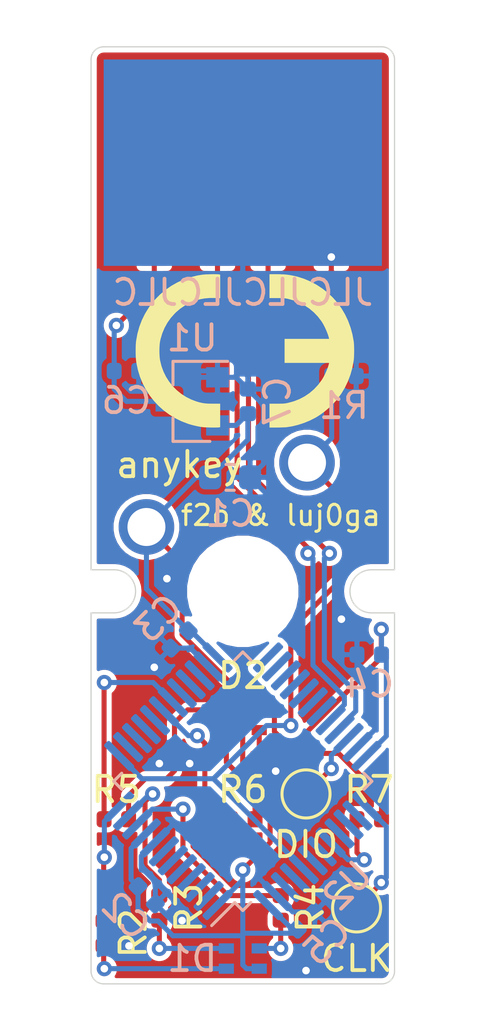
<source format=kicad_pcb>
(kicad_pcb (version 20171130) (host pcbnew 5.1.10)

  (general
    (thickness 1.6)
    (drawings 21)
    (tracks 233)
    (zones 0)
    (modules 23)
    (nets 48)
  )

  (page A4)
  (layers
    (0 F.Cu signal)
    (31 B.Cu signal)
    (32 B.Adhes user)
    (33 F.Adhes user)
    (34 B.Paste user)
    (35 F.Paste user)
    (36 B.SilkS user)
    (37 F.SilkS user)
    (38 B.Mask user)
    (39 F.Mask user)
    (40 Dwgs.User user)
    (41 Cmts.User user)
    (42 Eco1.User user)
    (43 Eco2.User user)
    (44 Edge.Cuts user)
    (45 Margin user)
    (46 B.CrtYd user)
    (47 F.CrtYd user)
    (48 B.Fab user)
    (49 F.Fab user)
  )

  (setup
    (last_trace_width 0.2)
    (trace_clearance 0.127)
    (zone_clearance 0.2)
    (zone_45_only no)
    (trace_min 0.2)
    (via_size 0.6)
    (via_drill 0.3)
    (via_min_size 0.6)
    (via_min_drill 0.3)
    (uvia_size 0.3)
    (uvia_drill 0.1)
    (uvias_allowed no)
    (uvia_min_size 0.2)
    (uvia_min_drill 0.1)
    (edge_width 0.05)
    (segment_width 0.2)
    (pcb_text_width 0.3)
    (pcb_text_size 1.5 1.5)
    (mod_edge_width 0.12)
    (mod_text_size 1 1)
    (mod_text_width 0.15)
    (pad_size 1.524 1.524)
    (pad_drill 0.762)
    (pad_to_mask_clearance 0.05)
    (aux_axis_origin 0 0)
    (visible_elements FFFDFF7F)
    (pcbplotparams
      (layerselection 0x010fc_ffffffff)
      (usegerberextensions true)
      (usegerberattributes true)
      (usegerberadvancedattributes true)
      (creategerberjobfile false)
      (excludeedgelayer true)
      (linewidth 0.100000)
      (plotframeref false)
      (viasonmask false)
      (mode 1)
      (useauxorigin false)
      (hpglpennumber 1)
      (hpglpenspeed 20)
      (hpglpendiameter 15.000000)
      (psnegative false)
      (psa4output false)
      (plotreference true)
      (plotvalue true)
      (plotinvisibletext false)
      (padsonsilk false)
      (subtractmaskfromsilk true)
      (outputformat 1)
      (mirror false)
      (drillshape 0)
      (scaleselection 1)
      (outputdirectory "gerber/"))
  )

  (net 0 "")
  (net 1 GND)
  (net 2 +3V3)
  (net 3 VBUS)
  (net 4 "Net-(D1-Pad4)")
  (net 5 "Net-(D1-Pad3)")
  (net 6 "Net-(D1-Pad1)")
  (net 7 "Net-(D2-Pad4)")
  (net 8 "Net-(D2-Pad3)")
  (net 9 "Net-(D2-Pad1)")
  (net 10 /D+)
  (net 11 /D-)
  (net 12 /BTN1)
  (net 13 /LED1_R)
  (net 14 /LED1_G)
  (net 15 /LED1_B)
  (net 16 /LED2_R)
  (net 17 /LED2_G)
  (net 18 /LED2_B)
  (net 19 /SWDIO)
  (net 20 /SWCLK)
  (net 21 "Net-(U2-Pad46)")
  (net 22 "Net-(U2-Pad45)")
  (net 23 "Net-(U2-Pad43)")
  (net 24 "Net-(U2-Pad42)")
  (net 25 "Net-(U2-Pad40)")
  (net 26 "Net-(U2-Pad39)")
  (net 27 "Net-(U2-Pad38)")
  (net 28 "Net-(U2-Pad31)")
  (net 29 "Net-(U2-Pad30)")
  (net 30 "Net-(U2-Pad29)")
  (net 31 "Net-(U2-Pad28)")
  (net 32 "Net-(U2-Pad27)")
  (net 33 "Net-(U2-Pad26)")
  (net 34 "Net-(U2-Pad25)")
  (net 35 "Net-(U2-Pad22)")
  (net 36 "Net-(U2-Pad21)")
  (net 37 "Net-(U2-Pad20)")
  (net 38 "Net-(U2-Pad17)")
  (net 39 "Net-(U2-Pad16)")
  (net 40 "Net-(U2-Pad15)")
  (net 41 "Net-(U2-Pad14)")
  (net 42 "Net-(U2-Pad7)")
  (net 43 "Net-(U2-Pad6)")
  (net 44 "Net-(U2-Pad5)")
  (net 45 "Net-(U2-Pad4)")
  (net 46 "Net-(U2-Pad3)")
  (net 47 "Net-(U2-Pad2)")

  (net_class Default "This is the default net class."
    (clearance 0.127)
    (trace_width 0.2)
    (via_dia 0.6)
    (via_drill 0.3)
    (uvia_dia 0.3)
    (uvia_drill 0.1)
    (add_net +3V3)
    (add_net /BTN1)
    (add_net /D+)
    (add_net /D-)
    (add_net /LED1_B)
    (add_net /LED1_G)
    (add_net /LED1_R)
    (add_net /LED2_B)
    (add_net /LED2_G)
    (add_net /LED2_R)
    (add_net /SWCLK)
    (add_net /SWDIO)
    (add_net GND)
    (add_net "Net-(D1-Pad1)")
    (add_net "Net-(D1-Pad3)")
    (add_net "Net-(D1-Pad4)")
    (add_net "Net-(D2-Pad1)")
    (add_net "Net-(D2-Pad3)")
    (add_net "Net-(D2-Pad4)")
    (add_net "Net-(U2-Pad14)")
    (add_net "Net-(U2-Pad15)")
    (add_net "Net-(U2-Pad16)")
    (add_net "Net-(U2-Pad17)")
    (add_net "Net-(U2-Pad2)")
    (add_net "Net-(U2-Pad20)")
    (add_net "Net-(U2-Pad21)")
    (add_net "Net-(U2-Pad22)")
    (add_net "Net-(U2-Pad25)")
    (add_net "Net-(U2-Pad26)")
    (add_net "Net-(U2-Pad27)")
    (add_net "Net-(U2-Pad28)")
    (add_net "Net-(U2-Pad29)")
    (add_net "Net-(U2-Pad3)")
    (add_net "Net-(U2-Pad30)")
    (add_net "Net-(U2-Pad31)")
    (add_net "Net-(U2-Pad38)")
    (add_net "Net-(U2-Pad39)")
    (add_net "Net-(U2-Pad4)")
    (add_net "Net-(U2-Pad40)")
    (add_net "Net-(U2-Pad42)")
    (add_net "Net-(U2-Pad43)")
    (add_net "Net-(U2-Pad45)")
    (add_net "Net-(U2-Pad46)")
    (add_net "Net-(U2-Pad5)")
    (add_net "Net-(U2-Pad6)")
    (add_net "Net-(U2-Pad7)")
    (add_net VBUS)
  )

  (module anykey:LED_MEIHUA_MHPA1515RGBDT (layer F.Cu) (tedit 60EB0C32) (tstamp 5F92A8B3)
    (at 150 76.58)
    (path /5FD938D9)
    (attr smd)
    (fp_text reference D2 (at 0 -1.75) (layer F.SilkS)
      (effects (font (size 1 1) (thickness 0.15)))
    )
    (fp_text value MHPA1515RGBDT (at 0 -1.75) (layer F.Fab)
      (effects (font (size 1 1) (thickness 0.15)))
    )
    (fp_text user %R (at 0 0) (layer F.Fab)
      (effects (font (size 0.3 0.3) (thickness 0.05)))
    )
    (fp_line (start -1 1) (end -1 -1) (layer F.CrtYd) (width 0.05))
    (fp_line (start 1 1) (end -1 1) (layer F.CrtYd) (width 0.05))
    (fp_line (start 1 -1) (end 1 1) (layer F.CrtYd) (width 0.05))
    (fp_line (start -1 -1) (end 1 -1) (layer F.CrtYd) (width 0.05))
    (fp_line (start 0.8 0.75) (end -0.8 0.75) (layer F.Fab) (width 0.1))
    (fp_line (start -0.8 0.75) (end -0.8 -0.45) (layer F.Fab) (width 0.1))
    (fp_line (start -0.5 -0.75) (end 0.8 -0.75) (layer F.Fab) (width 0.1))
    (fp_line (start 0.8 -0.75) (end 0.8 0.75) (layer F.Fab) (width 0.1))
    (fp_line (start -0.8 -0.45) (end -0.5 -0.75) (layer F.Fab) (width 0.1))
    (pad 4 smd rect (at -0.65 0.4 180) (size 0.6 0.4) (layers F.Cu F.Paste F.Mask)
      (net 7 "Net-(D2-Pad4)"))
    (pad 3 smd rect (at 0.65 0.4 180) (size 0.6 0.4) (layers F.Cu F.Paste F.Mask)
      (net 8 "Net-(D2-Pad3)"))
    (pad 2 smd rect (at 0.65 -0.4 180) (size 0.6 0.4) (layers F.Cu F.Paste F.Mask)
      (net 2 +3V3))
    (pad 1 smd rect (at -0.65 -0.4 180) (size 0.6 0.4) (layers F.Cu F.Paste F.Mask)
      (net 9 "Net-(D2-Pad1)"))
  )

  (module anykey:LED_MEIHUA_MHPA1515RGBDT (layer B.Cu) (tedit 60EB0C32) (tstamp 5F92EFD8)
    (at 150 86)
    (path /5F998A03)
    (attr smd)
    (fp_text reference D1 (at -2 0) (layer B.SilkS)
      (effects (font (size 1 1) (thickness 0.15)) (justify mirror))
    )
    (fp_text value MHPA1515RGBDT (at 0 1.75) (layer B.Fab)
      (effects (font (size 1 1) (thickness 0.15)) (justify mirror))
    )
    (fp_line (start -0.8 0.45) (end -0.5 0.75) (layer B.Fab) (width 0.1))
    (fp_line (start 0.8 0.75) (end 0.8 -0.75) (layer B.Fab) (width 0.1))
    (fp_line (start -0.5 0.75) (end 0.8 0.75) (layer B.Fab) (width 0.1))
    (fp_line (start -0.8 -0.75) (end -0.8 0.45) (layer B.Fab) (width 0.1))
    (fp_line (start 0.8 -0.75) (end -0.8 -0.75) (layer B.Fab) (width 0.1))
    (fp_line (start -1 1) (end 1 1) (layer B.CrtYd) (width 0.05))
    (fp_line (start 1 1) (end 1 -1) (layer B.CrtYd) (width 0.05))
    (fp_line (start 1 -1) (end -1 -1) (layer B.CrtYd) (width 0.05))
    (fp_line (start -1 -1) (end -1 1) (layer B.CrtYd) (width 0.05))
    (fp_text user %R (at 0 0) (layer B.Fab)
      (effects (font (size 0.3 0.3) (thickness 0.05)) (justify mirror))
    )
    (pad 1 smd rect (at -0.65 0.4 180) (size 0.6 0.4) (layers B.Cu B.Paste B.Mask)
      (net 6 "Net-(D1-Pad1)"))
    (pad 2 smd rect (at 0.65 0.4 180) (size 0.6 0.4) (layers B.Cu B.Paste B.Mask)
      (net 2 +3V3))
    (pad 3 smd rect (at 0.65 -0.4 180) (size 0.6 0.4) (layers B.Cu B.Paste B.Mask)
      (net 5 "Net-(D1-Pad3)"))
    (pad 4 smd rect (at -0.65 -0.4 180) (size 0.6 0.4) (layers B.Cu B.Paste B.Mask)
      (net 4 "Net-(D1-Pad4)"))
  )

  (module Symbol:CE-Logo_8.5x6mm_SilkScreen (layer F.Cu) (tedit 5F95E6E6) (tstamp 5F9645D2)
    (at 150 62)
    (descr "CE marking")
    (tags "Logo CE certification")
    (attr virtual)
    (fp_text reference C3-Logo (at 0 0) (layer F.SilkS) hide
      (effects (font (size 1 1) (thickness 0.15)))
    )
    (fp_text value CE-Logo_8.5x6mm_SilkScreen (at 0.75 0) (layer F.Fab) hide
      (effects (font (size 1 1) (thickness 0.15)))
    )
    (fp_poly (pts (xy -1.060813 -3.015685) (xy -0.99633 -3.014025) (xy -0.949697 -3.011055) (xy -0.929349 -3.007912)
      (xy -0.899583 -2.999935) (xy -0.899583 -2.07947) (xy -1.109119 -2.086741) (xy -1.318953 -2.086477)
      (xy -1.513141 -2.069618) (xy -1.69758 -2.034925) (xy -1.878168 -1.981161) (xy -2.060803 -1.907089)
      (xy -2.136511 -1.871121) (xy -2.317062 -1.772023) (xy -2.479702 -1.660674) (xy -2.632099 -1.531592)
      (xy -2.691378 -1.474295) (xy -2.848015 -1.299139) (xy -2.983527 -1.10848) (xy -3.097234 -0.903606)
      (xy -3.188456 -0.685807) (xy -3.256515 -0.456371) (xy -3.276674 -0.363803) (xy -3.288823 -0.279756)
      (xy -3.296934 -0.176766) (xy -3.301015 -0.062035) (xy -3.301074 0.057234) (xy -3.297116 0.173837)
      (xy -3.289149 0.280571) (xy -3.277181 0.370233) (xy -3.275943 0.377031) (xy -3.220089 0.605759)
      (xy -3.140701 0.823965) (xy -3.039069 1.030177) (xy -2.916478 1.222928) (xy -2.774219 1.400748)
      (xy -2.613579 1.562168) (xy -2.435845 1.705719) (xy -2.242307 1.829931) (xy -2.034252 1.933336)
      (xy -1.850763 2.002535) (xy -1.747623 2.034118) (xy -1.652893 2.058129) (xy -1.56013 2.075463)
      (xy -1.462894 2.087016) (xy -1.354742 2.09368) (xy -1.229233 2.096352) (xy -1.174089 2.096504)
      (xy -0.899583 2.096186) (xy -0.899583 3.013164) (xy -0.929349 3.021141) (xy -0.954749 3.024138)
      (xy -1.001744 3.026203) (xy -1.06549 3.027382) (xy -1.141142 3.027723) (xy -1.223854 3.027274)
      (xy -1.308783 3.026083) (xy -1.391083 3.024197) (xy -1.465909 3.021663) (xy -1.528417 3.018531)
      (xy -1.573762 3.014847) (xy -1.574271 3.014789) (xy -1.687271 2.998341) (xy -1.814872 2.973706)
      (xy -1.947338 2.943083) (xy -2.074934 2.908667) (xy -2.156016 2.883536) (xy -2.420553 2.782498)
      (xy -2.671277 2.659513) (xy -2.907195 2.515777) (xy -3.12732 2.352487) (xy -3.33066 2.170838)
      (xy -3.516227 1.972026) (xy -3.68303 1.757247) (xy -3.830079 1.527698) (xy -3.956385 1.284573)
      (xy -4.060958 1.02907) (xy -4.142808 0.762383) (xy -4.200945 0.485709) (xy -4.214162 0.396875)
      (xy -4.222618 0.312107) (xy -4.228437 0.208118) (xy -4.231618 0.092009) (xy -4.232161 -0.029113)
      (xy -4.230066 -0.148146) (xy -4.225334 -0.257986) (xy -4.217963 -0.351528) (xy -4.214162 -0.383646)
      (xy -4.163241 -0.666294) (xy -4.087795 -0.939386) (xy -3.988081 -1.202286) (xy -3.864354 -1.454363)
      (xy -3.716872 -1.694983) (xy -3.638048 -1.805782) (xy -3.45977 -2.023277) (xy -3.263767 -2.221656)
      (xy -3.051402 -2.400118) (xy -2.824041 -2.557867) (xy -2.583047 -2.694103) (xy -2.329787 -2.808029)
      (xy -2.065623 -2.898847) (xy -1.791921 -2.965759) (xy -1.60112 -2.997187) (xy -1.548646 -3.00251)
      (xy -1.479782 -3.00707) (xy -1.399419 -3.010788) (xy -1.31245 -3.013587) (xy -1.223764 -3.015388)
      (xy -1.138255 -3.016113) (xy -1.060813 -3.015685)) (layer F.SilkS) (width 0.01))
    (fp_poly (pts (xy 1.061335 -2.083594) (xy 1.355685 -2.083305) (xy 1.45766 -2.08288) (xy 1.538315 -2.081592)
      (xy 1.602782 -2.079086) (xy 1.656194 -2.075004) (xy 1.703682 -2.068992) (xy 1.750381 -2.060692)
      (xy 1.784281 -2.053564) (xy 2.014121 -1.990246) (xy 2.233438 -1.903988) (xy 2.440469 -1.795991)
      (xy 2.63345 -1.667456) (xy 2.810621 -1.519582) (xy 2.970217 -1.35357) (xy 3.110477 -1.170621)
      (xy 3.135116 -1.133551) (xy 3.186914 -1.046598) (xy 3.239815 -0.94518) (xy 3.290834 -0.836134)
      (xy 3.336988 -0.726298) (xy 3.375295 -0.622512) (xy 3.402772 -0.531612) (xy 3.408866 -0.506016)
      (xy 3.418231 -0.463021) (xy 1.656649 -0.463021) (xy 1.656649 0.47625) (xy 3.418231 0.47625)
      (xy 3.408866 0.519244) (xy 3.383806 0.610611) (xy 3.346318 0.716469) (xy 3.299485 0.829878)
      (xy 3.246388 0.943892) (xy 3.19011 1.051569) (xy 3.133734 1.145967) (xy 3.124278 1.160319)
      (xy 2.980536 1.351791) (xy 2.819337 1.52363) (xy 2.64168 1.675163) (xy 2.448561 1.805719)
      (xy 2.240979 1.914624) (xy 2.019932 2.001206) (xy 1.786415 2.064794) (xy 1.780714 2.066021)
      (xy 1.728132 2.076622) (xy 1.679712 2.084513) (xy 1.630061 2.090078) (xy 1.573789 2.093702)
      (xy 1.505502 2.095769) (xy 1.419811 2.096664) (xy 1.349071 2.096799) (xy 1.061337 2.096776)
      (xy 1.061337 3.029479) (xy 1.349071 3.027762) (xy 1.441046 3.026709) (xy 1.530779 3.024766)
      (xy 1.612512 3.022126) (xy 1.680491 3.018981) (xy 1.728959 3.015526) (xy 1.736024 3.014789)
      (xy 1.961433 2.978594) (xy 2.193284 2.921376) (xy 2.425245 2.845284) (xy 2.650985 2.752465)
      (xy 2.864171 2.645068) (xy 2.919973 2.613135) (xy 3.083514 2.507667) (xy 3.249456 2.383545)
      (xy 3.411243 2.246431) (xy 3.56232 2.101982) (xy 3.69613 1.955859) (xy 3.732677 1.911607)
      (xy 3.893997 1.690012) (xy 4.035322 1.452378) (xy 4.155645 1.201089) (xy 4.253959 0.938532)
      (xy 4.329258 0.667092) (xy 4.380535 0.389155) (xy 4.38308 0.370416) (xy 4.390029 0.298751)
      (xy 4.394962 0.208046) (xy 4.397878 0.104923) (xy 4.398775 -0.003991) (xy 4.397651 -0.112075)
      (xy 4.394504 -0.212702) (xy 4.389332 -0.299248) (xy 4.383287 -0.357188) (xy 4.331331 -0.642106)
      (xy 4.256101 -0.917646) (xy 4.158279 -1.182191) (xy 4.038549 -1.434123) (xy 3.897594 -1.671823)
      (xy 3.736097 -1.893675) (xy 3.732677 -1.897921) (xy 3.55239 -2.100879) (xy 3.353248 -2.287344)
      (xy 3.137697 -2.455786) (xy 2.908185 -2.604675) (xy 2.667161 -2.732483) (xy 2.41707 -2.837678)
      (xy 2.160361 -2.918733) (xy 2.060051 -2.943231) (xy 1.93614 -2.969062) (xy 1.82097 -2.988408)
      (xy 1.70715 -3.002019) (xy 1.587285 -3.010644) (xy 1.453983 -3.015032) (xy 1.342457 -3.015992)
      (xy 1.061337 -3.01625) (xy 1.061335 -2.083594)) (layer F.SilkS) (width 0.01))
  )

  (module TestPoint:TestPoint_Pad_D1.5mm (layer F.Cu) (tedit 5A0F774F) (tstamp 5F92A952)
    (at 154.5 84 180)
    (descr "SMD pad as test Point, diameter 1.5mm")
    (tags "test point SMD pad")
    (path /5FCB2854)
    (attr virtual)
    (fp_text reference TP2 (at 0 -1.648) (layer F.SilkS) hide
      (effects (font (size 1 1) (thickness 0.15)))
    )
    (fp_text value SWCLK (at 0 1.75) (layer F.Fab)
      (effects (font (size 1 1) (thickness 0.15)))
    )
    (fp_circle (center 0 0) (end 0 0.95) (layer F.SilkS) (width 0.12))
    (fp_circle (center 0 0) (end 1.25 0) (layer F.CrtYd) (width 0.05))
    (fp_text user %R (at 0 -1.65) (layer F.Fab)
      (effects (font (size 1 1) (thickness 0.15)))
    )
    (pad 1 smd circle (at 0 0 180) (size 1.5 1.5) (layers F.Cu F.Mask)
      (net 20 /SWCLK))
  )

  (module TestPoint:TestPoint_Pad_D1.5mm (layer F.Cu) (tedit 5A0F774F) (tstamp 5F92A94A)
    (at 152.5 79.5 180)
    (descr "SMD pad as test Point, diameter 1.5mm")
    (tags "test point SMD pad")
    (path /5FCAA338)
    (attr virtual)
    (fp_text reference TP1 (at 0 -1.648) (layer F.SilkS) hide
      (effects (font (size 1 1) (thickness 0.15)))
    )
    (fp_text value SWDIO (at 0 1.75) (layer F.Fab)
      (effects (font (size 1 1) (thickness 0.15)))
    )
    (fp_circle (center 0 0) (end 0 0.95) (layer F.SilkS) (width 0.12))
    (fp_circle (center 0 0) (end 1.25 0) (layer F.CrtYd) (width 0.05))
    (fp_text user %R (at 0 -1.65) (layer F.Fab)
      (effects (font (size 1 1) (thickness 0.15)))
    )
    (pad 1 smd circle (at 0 0 180) (size 1.5 1.5) (layers F.Cu F.Mask)
      (net 19 /SWDIO))
  )

  (module Capacitor_SMD:C_0402_1005Metric (layer B.Cu) (tedit 5F947204) (tstamp 5F948C07)
    (at 155 74 180)
    (descr "Capacitor SMD 0402 (1005 Metric), square (rectangular) end terminal, IPC_7351 nominal, (Body size source: http://www.tortai-tech.com/upload/download/2011102023233369053.pdf), generated with kicad-footprint-generator")
    (tags capacitor)
    (path /5F892CC5)
    (attr smd)
    (fp_text reference C4 (at 0 -1.17 180) (layer B.SilkS)
      (effects (font (size 1 1) (thickness 0.15)) (justify mirror))
    )
    (fp_text value 100n (at 0 1.17 180) (layer B.Fab)
      (effects (font (size 1 1) (thickness 0.15)) (justify mirror))
    )
    (fp_line (start -0.5 -0.25) (end -0.5 0.25) (layer B.Fab) (width 0.1))
    (fp_line (start -0.5 0.25) (end 0.5 0.25) (layer B.Fab) (width 0.1))
    (fp_line (start 0.5 0.25) (end 0.5 -0.25) (layer B.Fab) (width 0.1))
    (fp_line (start 0.5 -0.25) (end -0.5 -0.25) (layer B.Fab) (width 0.1))
    (fp_line (start -0.93 -0.47) (end -0.93 0.47) (layer B.CrtYd) (width 0.05))
    (fp_line (start -0.93 0.47) (end 0.93 0.47) (layer B.CrtYd) (width 0.05))
    (fp_line (start 0.93 0.47) (end 0.93 -0.47) (layer B.CrtYd) (width 0.05))
    (fp_line (start 0.93 -0.47) (end -0.93 -0.47) (layer B.CrtYd) (width 0.05))
    (fp_text user %R (at 0 0 180) (layer B.Fab)
      (effects (font (size 0.25 0.25) (thickness 0.04)) (justify mirror))
    )
    (pad 2 smd roundrect (at 0.485 0 180) (size 0.59 0.64) (layers B.Cu B.Paste B.Mask) (roundrect_rratio 0.25)
      (net 1 GND))
    (pad 1 smd roundrect (at -0.485 0 180) (size 0.59 0.64) (layers B.Cu B.Paste B.Mask) (roundrect_rratio 0.25)
      (net 2 +3V3))
    (model ${KISYS3DMOD}/Capacitor_SMD.3dshapes/C_0402_1005Metric.wrl
      (at (xyz 0 0 0))
      (scale (xyz 1 1 1))
      (rotate (xyz 0 0 0))
    )
  )

  (module Button_Switch_Keyboard:SW_Cherry_MX_1.00u_PCB (layer F.Cu) (tedit 5F944CC9) (tstamp 5F92DCF2)
    (at 152.54 66.42)
    (descr "Cherry MX keyswitch, 1.00u, PCB mount, http://cherryamericas.com/wp-content/uploads/2014/12/mx_cat.pdf")
    (tags "Cherry MX keyswitch 1.00u PCB")
    (path /5F925207)
    (fp_text reference SW1 (at -2.54 -2.794) (layer F.SilkS) hide
      (effects (font (size 1 1) (thickness 0.15)))
    )
    (fp_text value MXxx-xxxx (at -2.54 12.954) (layer F.Fab)
      (effects (font (size 1 1) (thickness 0.15)))
    )
    (fp_line (start -12.065 14.605) (end -12.065 -4.445) (layer Dwgs.User) (width 0.15))
    (fp_line (start 6.985 14.605) (end -12.065 14.605) (layer Dwgs.User) (width 0.15))
    (fp_line (start 6.985 -4.445) (end 6.985 14.605) (layer Dwgs.User) (width 0.15))
    (fp_line (start -12.065 -4.445) (end 6.985 -4.445) (layer Dwgs.User) (width 0.15))
    (fp_line (start -9.14 -1.52) (end 4.06 -1.52) (layer F.CrtYd) (width 0.05))
    (fp_line (start 4.06 -1.52) (end 4.06 11.68) (layer F.CrtYd) (width 0.05))
    (fp_line (start 4.06 11.68) (end -9.14 11.68) (layer F.CrtYd) (width 0.05))
    (fp_line (start -9.14 11.68) (end -9.14 -1.52) (layer F.CrtYd) (width 0.05))
    (fp_line (start -8.89 11.43) (end -8.89 -1.27) (layer F.Fab) (width 0.1))
    (fp_line (start 3.81 11.43) (end -8.89 11.43) (layer F.Fab) (width 0.1))
    (fp_line (start 3.81 -1.27) (end 3.81 11.43) (layer F.Fab) (width 0.1))
    (fp_line (start -8.89 -1.27) (end 3.81 -1.27) (layer F.Fab) (width 0.1))
    (fp_text user %R (at -2.54 -2.794) (layer F.Fab)
      (effects (font (size 1 1) (thickness 0.15)))
    )
    (pad "" np_thru_hole circle (at -2.54 5.08) (size 4 4) (drill 4) (layers *.Cu *.Mask))
    (pad 2 thru_hole circle (at -6.35 2.54) (size 2.2 2.2) (drill 1.5) (layers *.Cu *.Mask)
      (net 2 +3V3))
    (pad 1 thru_hole circle (at 0 0) (size 2.2 2.2) (drill 1.5) (layers *.Cu *.Mask)
      (net 12 /BTN1))
    (model ${KISYS3DMOD}/Button_Switch_Keyboard.3dshapes/SW_Cherry_MX_1.00u_PCB.wrl
      (at (xyz 0 0 0))
      (scale (xyz 1 1 1))
      (rotate (xyz 0 0 0))
    )
  )

  (module Capacitor_SMD:C_0402_1005Metric (layer B.Cu) (tedit 5B301BBE) (tstamp 5F92C15E)
    (at 145.4 62.8)
    (descr "Capacitor SMD 0402 (1005 Metric), square (rectangular) end terminal, IPC_7351 nominal, (Body size source: http://www.tortai-tech.com/upload/download/2011102023233369053.pdf), generated with kicad-footprint-generator")
    (tags capacitor)
    (path /5F93753A)
    (attr smd)
    (fp_text reference C6 (at 0 1.17) (layer B.SilkS)
      (effects (font (size 1 1) (thickness 0.15)) (justify mirror))
    )
    (fp_text value 1u (at 0 -1.17) (layer B.Fab)
      (effects (font (size 1 1) (thickness 0.15)) (justify mirror))
    )
    (fp_line (start -0.5 -0.25) (end -0.5 0.25) (layer B.Fab) (width 0.1))
    (fp_line (start -0.5 0.25) (end 0.5 0.25) (layer B.Fab) (width 0.1))
    (fp_line (start 0.5 0.25) (end 0.5 -0.25) (layer B.Fab) (width 0.1))
    (fp_line (start 0.5 -0.25) (end -0.5 -0.25) (layer B.Fab) (width 0.1))
    (fp_line (start -0.93 -0.47) (end -0.93 0.47) (layer B.CrtYd) (width 0.05))
    (fp_line (start -0.93 0.47) (end 0.93 0.47) (layer B.CrtYd) (width 0.05))
    (fp_line (start 0.93 0.47) (end 0.93 -0.47) (layer B.CrtYd) (width 0.05))
    (fp_line (start 0.93 -0.47) (end -0.93 -0.47) (layer B.CrtYd) (width 0.05))
    (fp_text user %R (at 0 0) (layer B.Fab)
      (effects (font (size 0.25 0.25) (thickness 0.04)) (justify mirror))
    )
    (pad 2 smd roundrect (at 0.485 0) (size 0.59 0.64) (layers B.Cu B.Paste B.Mask) (roundrect_rratio 0.25)
      (net 1 GND))
    (pad 1 smd roundrect (at -0.485 0) (size 0.59 0.64) (layers B.Cu B.Paste B.Mask) (roundrect_rratio 0.25)
      (net 3 VBUS))
    (model ${KISYS3DMOD}/Capacitor_SMD.3dshapes/C_0402_1005Metric.wrl
      (at (xyz 0 0 0))
      (scale (xyz 1 1 1))
      (rotate (xyz 0 0 0))
    )
  )

  (module Package_QFP:LQFP-48_7x7mm_P0.5mm (layer B.Cu) (tedit 5D9F72AF) (tstamp 5F92E9DF)
    (at 150 79 45)
    (descr "LQFP, 48 Pin (https://www.analog.com/media/en/technical-documentation/data-sheets/ltc2358-16.pdf), generated with kicad-footprint-generator ipc_gullwing_generator.py")
    (tags "LQFP QFP")
    (path /5F878F8D)
    (attr smd)
    (fp_text reference U2 (at 0 5.85 45) (layer B.SilkS)
      (effects (font (size 1 1) (thickness 0.15)) (justify mirror))
    )
    (fp_text value STM32F072CBT6 (at 0 -5.85 45) (layer B.Fab)
      (effects (font (size 1 1) (thickness 0.15)) (justify mirror))
    )
    (fp_line (start 3.16 -3.61) (end 3.61 -3.61) (layer B.SilkS) (width 0.12))
    (fp_line (start 3.61 -3.61) (end 3.61 -3.16) (layer B.SilkS) (width 0.12))
    (fp_line (start -3.16 -3.61) (end -3.61 -3.61) (layer B.SilkS) (width 0.12))
    (fp_line (start -3.61 -3.61) (end -3.61 -3.16) (layer B.SilkS) (width 0.12))
    (fp_line (start 3.16 3.61) (end 3.61 3.61) (layer B.SilkS) (width 0.12))
    (fp_line (start 3.61 3.61) (end 3.61 3.16) (layer B.SilkS) (width 0.12))
    (fp_line (start -3.16 3.61) (end -3.61 3.61) (layer B.SilkS) (width 0.12))
    (fp_line (start -3.61 3.61) (end -3.61 3.16) (layer B.SilkS) (width 0.12))
    (fp_line (start -3.61 3.16) (end -4.9 3.16) (layer B.SilkS) (width 0.12))
    (fp_line (start -2.5 3.5) (end 3.5 3.5) (layer B.Fab) (width 0.1))
    (fp_line (start 3.5 3.5) (end 3.5 -3.5) (layer B.Fab) (width 0.1))
    (fp_line (start 3.5 -3.5) (end -3.5 -3.5) (layer B.Fab) (width 0.1))
    (fp_line (start -3.5 -3.5) (end -3.5 2.5) (layer B.Fab) (width 0.1))
    (fp_line (start -3.5 2.5) (end -2.5 3.5) (layer B.Fab) (width 0.1))
    (fp_line (start 0 5.15) (end -3.15 5.15) (layer B.CrtYd) (width 0.05))
    (fp_line (start -3.15 5.15) (end -3.15 3.75) (layer B.CrtYd) (width 0.05))
    (fp_line (start -3.15 3.75) (end -3.75 3.75) (layer B.CrtYd) (width 0.05))
    (fp_line (start -3.75 3.75) (end -3.75 3.15) (layer B.CrtYd) (width 0.05))
    (fp_line (start -3.75 3.15) (end -5.15 3.15) (layer B.CrtYd) (width 0.05))
    (fp_line (start -5.15 3.15) (end -5.15 0) (layer B.CrtYd) (width 0.05))
    (fp_line (start 0 5.15) (end 3.15 5.15) (layer B.CrtYd) (width 0.05))
    (fp_line (start 3.15 5.15) (end 3.15 3.75) (layer B.CrtYd) (width 0.05))
    (fp_line (start 3.15 3.75) (end 3.75 3.75) (layer B.CrtYd) (width 0.05))
    (fp_line (start 3.75 3.75) (end 3.75 3.15) (layer B.CrtYd) (width 0.05))
    (fp_line (start 3.75 3.15) (end 5.15 3.15) (layer B.CrtYd) (width 0.05))
    (fp_line (start 5.15 3.15) (end 5.15 0) (layer B.CrtYd) (width 0.05))
    (fp_line (start 0 -5.15) (end -3.15 -5.15) (layer B.CrtYd) (width 0.05))
    (fp_line (start -3.15 -5.15) (end -3.15 -3.75) (layer B.CrtYd) (width 0.05))
    (fp_line (start -3.15 -3.75) (end -3.75 -3.75) (layer B.CrtYd) (width 0.05))
    (fp_line (start -3.75 -3.75) (end -3.75 -3.15) (layer B.CrtYd) (width 0.05))
    (fp_line (start -3.75 -3.15) (end -5.15 -3.15) (layer B.CrtYd) (width 0.05))
    (fp_line (start -5.15 -3.15) (end -5.15 0) (layer B.CrtYd) (width 0.05))
    (fp_line (start 0 -5.15) (end 3.15 -5.15) (layer B.CrtYd) (width 0.05))
    (fp_line (start 3.15 -5.15) (end 3.15 -3.75) (layer B.CrtYd) (width 0.05))
    (fp_line (start 3.15 -3.75) (end 3.75 -3.75) (layer B.CrtYd) (width 0.05))
    (fp_line (start 3.75 -3.75) (end 3.75 -3.15) (layer B.CrtYd) (width 0.05))
    (fp_line (start 3.75 -3.15) (end 5.15 -3.15) (layer B.CrtYd) (width 0.05))
    (fp_line (start 5.15 -3.15) (end 5.15 0) (layer B.CrtYd) (width 0.05))
    (fp_text user %R (at 0 0 45) (layer B.Fab)
      (effects (font (size 1 1) (thickness 0.15)) (justify mirror))
    )
    (pad 48 smd roundrect (at -2.75 4.1625 45) (size 0.3 1.475) (layers B.Cu B.Paste B.Mask) (roundrect_rratio 0.25)
      (net 2 +3V3))
    (pad 47 smd roundrect (at -2.25 4.1625 45) (size 0.3 1.475) (layers B.Cu B.Paste B.Mask) (roundrect_rratio 0.25)
      (net 1 GND))
    (pad 46 smd roundrect (at -1.75 4.1625 45) (size 0.3 1.475) (layers B.Cu B.Paste B.Mask) (roundrect_rratio 0.25)
      (net 21 "Net-(U2-Pad46)"))
    (pad 45 smd roundrect (at -1.25 4.1625 45) (size 0.3 1.475) (layers B.Cu B.Paste B.Mask) (roundrect_rratio 0.25)
      (net 22 "Net-(U2-Pad45)"))
    (pad 44 smd roundrect (at -0.75 4.1625 45) (size 0.3 1.475) (layers B.Cu B.Paste B.Mask) (roundrect_rratio 0.25)
      (net 12 /BTN1))
    (pad 43 smd roundrect (at -0.25 4.1625 45) (size 0.3 1.475) (layers B.Cu B.Paste B.Mask) (roundrect_rratio 0.25)
      (net 23 "Net-(U2-Pad43)"))
    (pad 42 smd roundrect (at 0.25 4.1625 45) (size 0.3 1.475) (layers B.Cu B.Paste B.Mask) (roundrect_rratio 0.25)
      (net 24 "Net-(U2-Pad42)"))
    (pad 41 smd roundrect (at 0.75 4.1625 45) (size 0.3 1.475) (layers B.Cu B.Paste B.Mask) (roundrect_rratio 0.25)
      (net 18 /LED2_B))
    (pad 40 smd roundrect (at 1.25 4.1625 45) (size 0.3 1.475) (layers B.Cu B.Paste B.Mask) (roundrect_rratio 0.25)
      (net 25 "Net-(U2-Pad40)"))
    (pad 39 smd roundrect (at 1.75 4.1625 45) (size 0.3 1.475) (layers B.Cu B.Paste B.Mask) (roundrect_rratio 0.25)
      (net 26 "Net-(U2-Pad39)"))
    (pad 38 smd roundrect (at 2.25 4.1625 45) (size 0.3 1.475) (layers B.Cu B.Paste B.Mask) (roundrect_rratio 0.25)
      (net 27 "Net-(U2-Pad38)"))
    (pad 37 smd roundrect (at 2.75 4.1625 45) (size 0.3 1.475) (layers B.Cu B.Paste B.Mask) (roundrect_rratio 0.25)
      (net 20 /SWCLK))
    (pad 36 smd roundrect (at 4.1625 2.75 45) (size 1.475 0.3) (layers B.Cu B.Paste B.Mask) (roundrect_rratio 0.25)
      (net 2 +3V3))
    (pad 35 smd roundrect (at 4.1625 2.25 45) (size 1.475 0.3) (layers B.Cu B.Paste B.Mask) (roundrect_rratio 0.25)
      (net 1 GND))
    (pad 34 smd roundrect (at 4.1625 1.75 45) (size 1.475 0.3) (layers B.Cu B.Paste B.Mask) (roundrect_rratio 0.25)
      (net 19 /SWDIO))
    (pad 33 smd roundrect (at 4.1625 1.25 45) (size 1.475 0.3) (layers B.Cu B.Paste B.Mask) (roundrect_rratio 0.25)
      (net 10 /D+))
    (pad 32 smd roundrect (at 4.1625 0.75 45) (size 1.475 0.3) (layers B.Cu B.Paste B.Mask) (roundrect_rratio 0.25)
      (net 11 /D-))
    (pad 31 smd roundrect (at 4.1625 0.25 45) (size 1.475 0.3) (layers B.Cu B.Paste B.Mask) (roundrect_rratio 0.25)
      (net 28 "Net-(U2-Pad31)"))
    (pad 30 smd roundrect (at 4.1625 -0.25 45) (size 1.475 0.3) (layers B.Cu B.Paste B.Mask) (roundrect_rratio 0.25)
      (net 29 "Net-(U2-Pad30)"))
    (pad 29 smd roundrect (at 4.1625 -0.75 45) (size 1.475 0.3) (layers B.Cu B.Paste B.Mask) (roundrect_rratio 0.25)
      (net 30 "Net-(U2-Pad29)"))
    (pad 28 smd roundrect (at 4.1625 -1.25 45) (size 1.475 0.3) (layers B.Cu B.Paste B.Mask) (roundrect_rratio 0.25)
      (net 31 "Net-(U2-Pad28)"))
    (pad 27 smd roundrect (at 4.1625 -1.75 45) (size 1.475 0.3) (layers B.Cu B.Paste B.Mask) (roundrect_rratio 0.25)
      (net 32 "Net-(U2-Pad27)"))
    (pad 26 smd roundrect (at 4.1625 -2.25 45) (size 1.475 0.3) (layers B.Cu B.Paste B.Mask) (roundrect_rratio 0.25)
      (net 33 "Net-(U2-Pad26)"))
    (pad 25 smd roundrect (at 4.1625 -2.75 45) (size 1.475 0.3) (layers B.Cu B.Paste B.Mask) (roundrect_rratio 0.25)
      (net 34 "Net-(U2-Pad25)"))
    (pad 24 smd roundrect (at 2.75 -4.1625 45) (size 0.3 1.475) (layers B.Cu B.Paste B.Mask) (roundrect_rratio 0.25)
      (net 2 +3V3))
    (pad 23 smd roundrect (at 2.25 -4.1625 45) (size 0.3 1.475) (layers B.Cu B.Paste B.Mask) (roundrect_rratio 0.25)
      (net 1 GND))
    (pad 22 smd roundrect (at 1.75 -4.1625 45) (size 0.3 1.475) (layers B.Cu B.Paste B.Mask) (roundrect_rratio 0.25)
      (net 35 "Net-(U2-Pad22)"))
    (pad 21 smd roundrect (at 1.25 -4.1625 45) (size 0.3 1.475) (layers B.Cu B.Paste B.Mask) (roundrect_rratio 0.25)
      (net 36 "Net-(U2-Pad21)"))
    (pad 20 smd roundrect (at 0.75 -4.1625 45) (size 0.3 1.475) (layers B.Cu B.Paste B.Mask) (roundrect_rratio 0.25)
      (net 37 "Net-(U2-Pad20)"))
    (pad 19 smd roundrect (at 0.25 -4.1625 45) (size 0.3 1.475) (layers B.Cu B.Paste B.Mask) (roundrect_rratio 0.25)
      (net 16 /LED2_R))
    (pad 18 smd roundrect (at -0.25 -4.1625 45) (size 0.3 1.475) (layers B.Cu B.Paste B.Mask) (roundrect_rratio 0.25)
      (net 17 /LED2_G))
    (pad 17 smd roundrect (at -0.75 -4.1625 45) (size 0.3 1.475) (layers B.Cu B.Paste B.Mask) (roundrect_rratio 0.25)
      (net 38 "Net-(U2-Pad17)"))
    (pad 16 smd roundrect (at -1.25 -4.1625 45) (size 0.3 1.475) (layers B.Cu B.Paste B.Mask) (roundrect_rratio 0.25)
      (net 39 "Net-(U2-Pad16)"))
    (pad 15 smd roundrect (at -1.75 -4.1625 45) (size 0.3 1.475) (layers B.Cu B.Paste B.Mask) (roundrect_rratio 0.25)
      (net 40 "Net-(U2-Pad15)"))
    (pad 14 smd roundrect (at -2.25 -4.1625 45) (size 0.3 1.475) (layers B.Cu B.Paste B.Mask) (roundrect_rratio 0.25)
      (net 41 "Net-(U2-Pad14)"))
    (pad 13 smd roundrect (at -2.75 -4.1625 45) (size 0.3 1.475) (layers B.Cu B.Paste B.Mask) (roundrect_rratio 0.25)
      (net 12 /BTN1))
    (pad 12 smd roundrect (at -4.1625 -2.75 45) (size 1.475 0.3) (layers B.Cu B.Paste B.Mask) (roundrect_rratio 0.25)
      (net 13 /LED1_R))
    (pad 11 smd roundrect (at -4.1625 -2.25 45) (size 1.475 0.3) (layers B.Cu B.Paste B.Mask) (roundrect_rratio 0.25)
      (net 14 /LED1_G))
    (pad 10 smd roundrect (at -4.1625 -1.75 45) (size 1.475 0.3) (layers B.Cu B.Paste B.Mask) (roundrect_rratio 0.25)
      (net 15 /LED1_B))
    (pad 9 smd roundrect (at -4.1625 -1.25 45) (size 1.475 0.3) (layers B.Cu B.Paste B.Mask) (roundrect_rratio 0.25)
      (net 2 +3V3))
    (pad 8 smd roundrect (at -4.1625 -0.75 45) (size 1.475 0.3) (layers B.Cu B.Paste B.Mask) (roundrect_rratio 0.25)
      (net 1 GND))
    (pad 7 smd roundrect (at -4.1625 -0.25 45) (size 1.475 0.3) (layers B.Cu B.Paste B.Mask) (roundrect_rratio 0.25)
      (net 42 "Net-(U2-Pad7)"))
    (pad 6 smd roundrect (at -4.1625 0.25 45) (size 1.475 0.3) (layers B.Cu B.Paste B.Mask) (roundrect_rratio 0.25)
      (net 43 "Net-(U2-Pad6)"))
    (pad 5 smd roundrect (at -4.1625 0.75 45) (size 1.475 0.3) (layers B.Cu B.Paste B.Mask) (roundrect_rratio 0.25)
      (net 44 "Net-(U2-Pad5)"))
    (pad 4 smd roundrect (at -4.1625 1.25 45) (size 1.475 0.3) (layers B.Cu B.Paste B.Mask) (roundrect_rratio 0.25)
      (net 45 "Net-(U2-Pad4)"))
    (pad 3 smd roundrect (at -4.1625 1.75 45) (size 1.475 0.3) (layers B.Cu B.Paste B.Mask) (roundrect_rratio 0.25)
      (net 46 "Net-(U2-Pad3)"))
    (pad 2 smd roundrect (at -4.1625 2.25 45) (size 1.475 0.3) (layers B.Cu B.Paste B.Mask) (roundrect_rratio 0.25)
      (net 47 "Net-(U2-Pad2)"))
    (pad 1 smd roundrect (at -4.1625 2.75 45) (size 1.475 0.3) (layers B.Cu B.Paste B.Mask) (roundrect_rratio 0.25)
      (net 2 +3V3))
    (model ${KISYS3DMOD}/Package_QFP.3dshapes/LQFP-48_7x7mm_P0.5mm.wrl
      (at (xyz 0 0 0))
      (scale (xyz 1 1 1))
      (rotate (xyz 0 0 0))
    )
  )

  (module Package_TO_SOT_SMD:SOT-23 (layer B.Cu) (tedit 5A02FF57) (tstamp 5F92B4F1)
    (at 148 64 180)
    (descr "SOT-23, Standard")
    (tags SOT-23)
    (path /5FA01775)
    (attr smd)
    (fp_text reference U1 (at 0 2.5) (layer B.SilkS)
      (effects (font (size 1 1) (thickness 0.15)) (justify mirror))
    )
    (fp_text value XC6206P332MR (at 0 -2.5) (layer B.Fab)
      (effects (font (size 1 1) (thickness 0.15)) (justify mirror))
    )
    (fp_line (start 0.76 -1.58) (end -0.7 -1.58) (layer B.SilkS) (width 0.12))
    (fp_line (start 0.76 1.58) (end -1.4 1.58) (layer B.SilkS) (width 0.12))
    (fp_line (start -1.7 -1.75) (end -1.7 1.75) (layer B.CrtYd) (width 0.05))
    (fp_line (start 1.7 -1.75) (end -1.7 -1.75) (layer B.CrtYd) (width 0.05))
    (fp_line (start 1.7 1.75) (end 1.7 -1.75) (layer B.CrtYd) (width 0.05))
    (fp_line (start -1.7 1.75) (end 1.7 1.75) (layer B.CrtYd) (width 0.05))
    (fp_line (start 0.76 1.58) (end 0.76 0.65) (layer B.SilkS) (width 0.12))
    (fp_line (start 0.76 -1.58) (end 0.76 -0.65) (layer B.SilkS) (width 0.12))
    (fp_line (start -0.7 -1.52) (end 0.7 -1.52) (layer B.Fab) (width 0.1))
    (fp_line (start 0.7 1.52) (end 0.7 -1.52) (layer B.Fab) (width 0.1))
    (fp_line (start -0.7 0.95) (end -0.15 1.52) (layer B.Fab) (width 0.1))
    (fp_line (start -0.15 1.52) (end 0.7 1.52) (layer B.Fab) (width 0.1))
    (fp_line (start -0.7 0.95) (end -0.7 -1.5) (layer B.Fab) (width 0.1))
    (fp_text user %R (at 0 0 -90) (layer B.Fab)
      (effects (font (size 0.5 0.5) (thickness 0.075)) (justify mirror))
    )
    (pad 1 smd rect (at -1 0.95 180) (size 0.9 0.8) (layers B.Cu B.Paste B.Mask)
      (net 1 GND))
    (pad 2 smd rect (at -1 -0.95 180) (size 0.9 0.8) (layers B.Cu B.Paste B.Mask)
      (net 2 +3V3))
    (pad 3 smd rect (at 1 0 180) (size 0.9 0.8) (layers B.Cu B.Paste B.Mask)
      (net 3 VBUS))
    (model ${KISYS3DMOD}/Package_TO_SOT_SMD.3dshapes/SOT-23.wrl
      (at (xyz 0 0 0))
      (scale (xyz 1 1 1))
      (rotate (xyz 0 0 0))
    )
  )

  (module Resistor_SMD:R_0402_1005Metric (layer F.Cu) (tedit 5B301BBD) (tstamp 5F94E3FE)
    (at 155 80.5)
    (descr "Resistor SMD 0402 (1005 Metric), square (rectangular) end terminal, IPC_7351 nominal, (Body size source: http://www.tortai-tech.com/upload/download/2011102023233369053.pdf), generated with kicad-footprint-generator")
    (tags resistor)
    (path /5FDA0D19)
    (attr smd)
    (fp_text reference R7 (at 0 -1.17) (layer F.SilkS)
      (effects (font (size 1 1) (thickness 0.15)))
    )
    (fp_text value 1k (at 0 1.17) (layer F.Fab)
      (effects (font (size 1 1) (thickness 0.15)))
    )
    (fp_line (start -0.5 0.25) (end -0.5 -0.25) (layer F.Fab) (width 0.1))
    (fp_line (start -0.5 -0.25) (end 0.5 -0.25) (layer F.Fab) (width 0.1))
    (fp_line (start 0.5 -0.25) (end 0.5 0.25) (layer F.Fab) (width 0.1))
    (fp_line (start 0.5 0.25) (end -0.5 0.25) (layer F.Fab) (width 0.1))
    (fp_line (start -0.93 0.47) (end -0.93 -0.47) (layer F.CrtYd) (width 0.05))
    (fp_line (start -0.93 -0.47) (end 0.93 -0.47) (layer F.CrtYd) (width 0.05))
    (fp_line (start 0.93 -0.47) (end 0.93 0.47) (layer F.CrtYd) (width 0.05))
    (fp_line (start 0.93 0.47) (end -0.93 0.47) (layer F.CrtYd) (width 0.05))
    (fp_text user %R (at 0 0) (layer F.Fab)
      (effects (font (size 0.25 0.25) (thickness 0.04)))
    )
    (pad 2 smd roundrect (at 0.485 0) (size 0.59 0.64) (layers F.Cu F.Paste F.Mask) (roundrect_rratio 0.25)
      (net 8 "Net-(D2-Pad3)"))
    (pad 1 smd roundrect (at -0.485 0) (size 0.59 0.64) (layers F.Cu F.Paste F.Mask) (roundrect_rratio 0.25)
      (net 18 /LED2_B))
    (model ${KISYS3DMOD}/Resistor_SMD.3dshapes/R_0402_1005Metric.wrl
      (at (xyz 0 0 0))
      (scale (xyz 1 1 1))
      (rotate (xyz 0 0 0))
    )
  )

  (module Resistor_SMD:R_0402_1005Metric (layer F.Cu) (tedit 5B301BBD) (tstamp 5F94DEF7)
    (at 150 80.5)
    (descr "Resistor SMD 0402 (1005 Metric), square (rectangular) end terminal, IPC_7351 nominal, (Body size source: http://www.tortai-tech.com/upload/download/2011102023233369053.pdf), generated with kicad-footprint-generator")
    (tags resistor)
    (path /5FDA00DF)
    (attr smd)
    (fp_text reference R6 (at 0 -1.17) (layer F.SilkS)
      (effects (font (size 1 1) (thickness 0.15)))
    )
    (fp_text value 1k (at 0 1.17) (layer F.Fab)
      (effects (font (size 1 1) (thickness 0.15)))
    )
    (fp_line (start -0.5 0.25) (end -0.5 -0.25) (layer F.Fab) (width 0.1))
    (fp_line (start -0.5 -0.25) (end 0.5 -0.25) (layer F.Fab) (width 0.1))
    (fp_line (start 0.5 -0.25) (end 0.5 0.25) (layer F.Fab) (width 0.1))
    (fp_line (start 0.5 0.25) (end -0.5 0.25) (layer F.Fab) (width 0.1))
    (fp_line (start -0.93 0.47) (end -0.93 -0.47) (layer F.CrtYd) (width 0.05))
    (fp_line (start -0.93 -0.47) (end 0.93 -0.47) (layer F.CrtYd) (width 0.05))
    (fp_line (start 0.93 -0.47) (end 0.93 0.47) (layer F.CrtYd) (width 0.05))
    (fp_line (start 0.93 0.47) (end -0.93 0.47) (layer F.CrtYd) (width 0.05))
    (fp_text user %R (at 0 0) (layer F.Fab)
      (effects (font (size 0.25 0.25) (thickness 0.04)))
    )
    (pad 2 smd roundrect (at 0.485 0) (size 0.59 0.64) (layers F.Cu F.Paste F.Mask) (roundrect_rratio 0.25)
      (net 7 "Net-(D2-Pad4)"))
    (pad 1 smd roundrect (at -0.485 0) (size 0.59 0.64) (layers F.Cu F.Paste F.Mask) (roundrect_rratio 0.25)
      (net 17 /LED2_G))
    (model ${KISYS3DMOD}/Resistor_SMD.3dshapes/R_0402_1005Metric.wrl
      (at (xyz 0 0 0))
      (scale (xyz 1 1 1))
      (rotate (xyz 0 0 0))
    )
  )

  (module Resistor_SMD:R_0402_1005Metric (layer F.Cu) (tedit 5B301BBD) (tstamp 5F94E3A8)
    (at 145 80.5)
    (descr "Resistor SMD 0402 (1005 Metric), square (rectangular) end terminal, IPC_7351 nominal, (Body size source: http://www.tortai-tech.com/upload/download/2011102023233369053.pdf), generated with kicad-footprint-generator")
    (tags resistor)
    (path /5FD9D2CE)
    (attr smd)
    (fp_text reference R5 (at 0 -1.17) (layer F.SilkS)
      (effects (font (size 1 1) (thickness 0.15)))
    )
    (fp_text value 1k (at 0 1.17) (layer F.Fab)
      (effects (font (size 1 1) (thickness 0.15)))
    )
    (fp_line (start 0.93 0.47) (end -0.93 0.47) (layer F.CrtYd) (width 0.05))
    (fp_line (start 0.93 -0.47) (end 0.93 0.47) (layer F.CrtYd) (width 0.05))
    (fp_line (start -0.93 -0.47) (end 0.93 -0.47) (layer F.CrtYd) (width 0.05))
    (fp_line (start -0.93 0.47) (end -0.93 -0.47) (layer F.CrtYd) (width 0.05))
    (fp_line (start 0.5 0.25) (end -0.5 0.25) (layer F.Fab) (width 0.1))
    (fp_line (start 0.5 -0.25) (end 0.5 0.25) (layer F.Fab) (width 0.1))
    (fp_line (start -0.5 -0.25) (end 0.5 -0.25) (layer F.Fab) (width 0.1))
    (fp_line (start -0.5 0.25) (end -0.5 -0.25) (layer F.Fab) (width 0.1))
    (fp_text user %R (at 0 0) (layer F.Fab)
      (effects (font (size 0.25 0.25) (thickness 0.04)))
    )
    (pad 1 smd roundrect (at -0.485 0) (size 0.59 0.64) (layers F.Cu F.Paste F.Mask) (roundrect_rratio 0.25)
      (net 16 /LED2_R))
    (pad 2 smd roundrect (at 0.485 0) (size 0.59 0.64) (layers F.Cu F.Paste F.Mask) (roundrect_rratio 0.25)
      (net 9 "Net-(D2-Pad1)"))
    (model ${KISYS3DMOD}/Resistor_SMD.3dshapes/R_0402_1005Metric.wrl
      (at (xyz 0 0 0))
      (scale (xyz 1 1 1))
      (rotate (xyz 0 0 0))
    )
  )

  (module Resistor_SMD:R_0402_1005Metric (layer F.Cu) (tedit 5B301BBD) (tstamp 5F92A8FB)
    (at 151.5 84 270)
    (descr "Resistor SMD 0402 (1005 Metric), square (rectangular) end terminal, IPC_7351 nominal, (Body size source: http://www.tortai-tech.com/upload/download/2011102023233369053.pdf), generated with kicad-footprint-generator")
    (tags resistor)
    (path /5F9366E4)
    (attr smd)
    (fp_text reference R4 (at 0 -1.17 90) (layer F.SilkS)
      (effects (font (size 1 1) (thickness 0.15)))
    )
    (fp_text value 1k (at 0 1.17 90) (layer F.Fab)
      (effects (font (size 1 1) (thickness 0.15)))
    )
    (fp_line (start -0.5 0.25) (end -0.5 -0.25) (layer F.Fab) (width 0.1))
    (fp_line (start -0.5 -0.25) (end 0.5 -0.25) (layer F.Fab) (width 0.1))
    (fp_line (start 0.5 -0.25) (end 0.5 0.25) (layer F.Fab) (width 0.1))
    (fp_line (start 0.5 0.25) (end -0.5 0.25) (layer F.Fab) (width 0.1))
    (fp_line (start -0.93 0.47) (end -0.93 -0.47) (layer F.CrtYd) (width 0.05))
    (fp_line (start -0.93 -0.47) (end 0.93 -0.47) (layer F.CrtYd) (width 0.05))
    (fp_line (start 0.93 -0.47) (end 0.93 0.47) (layer F.CrtYd) (width 0.05))
    (fp_line (start 0.93 0.47) (end -0.93 0.47) (layer F.CrtYd) (width 0.05))
    (fp_text user %R (at 0 0 90) (layer F.Fab)
      (effects (font (size 0.25 0.25) (thickness 0.04)))
    )
    (pad 2 smd roundrect (at 0.485 0 270) (size 0.59 0.64) (layers F.Cu F.Paste F.Mask) (roundrect_rratio 0.25)
      (net 5 "Net-(D1-Pad3)"))
    (pad 1 smd roundrect (at -0.485 0 270) (size 0.59 0.64) (layers F.Cu F.Paste F.Mask) (roundrect_rratio 0.25)
      (net 15 /LED1_B))
    (model ${KISYS3DMOD}/Resistor_SMD.3dshapes/R_0402_1005Metric.wrl
      (at (xyz 0 0 0))
      (scale (xyz 1 1 1))
      (rotate (xyz 0 0 0))
    )
  )

  (module Resistor_SMD:R_0402_1005Metric (layer F.Cu) (tedit 5B301BBD) (tstamp 5F94C0D4)
    (at 146.7 84 270)
    (descr "Resistor SMD 0402 (1005 Metric), square (rectangular) end terminal, IPC_7351 nominal, (Body size source: http://www.tortai-tech.com/upload/download/2011102023233369053.pdf), generated with kicad-footprint-generator")
    (tags resistor)
    (path /5F935EFD)
    (attr smd)
    (fp_text reference R3 (at 0 -1.17 90) (layer F.SilkS)
      (effects (font (size 1 1) (thickness 0.15)))
    )
    (fp_text value 1k (at 0 1.17 90) (layer F.Fab)
      (effects (font (size 1 1) (thickness 0.15)))
    )
    (fp_line (start -0.5 0.25) (end -0.5 -0.25) (layer F.Fab) (width 0.1))
    (fp_line (start -0.5 -0.25) (end 0.5 -0.25) (layer F.Fab) (width 0.1))
    (fp_line (start 0.5 -0.25) (end 0.5 0.25) (layer F.Fab) (width 0.1))
    (fp_line (start 0.5 0.25) (end -0.5 0.25) (layer F.Fab) (width 0.1))
    (fp_line (start -0.93 0.47) (end -0.93 -0.47) (layer F.CrtYd) (width 0.05))
    (fp_line (start -0.93 -0.47) (end 0.93 -0.47) (layer F.CrtYd) (width 0.05))
    (fp_line (start 0.93 -0.47) (end 0.93 0.47) (layer F.CrtYd) (width 0.05))
    (fp_line (start 0.93 0.47) (end -0.93 0.47) (layer F.CrtYd) (width 0.05))
    (fp_text user %R (at 0 0 90) (layer F.Fab)
      (effects (font (size 0.25 0.25) (thickness 0.04)))
    )
    (pad 2 smd roundrect (at 0.485 0 270) (size 0.59 0.64) (layers F.Cu F.Paste F.Mask) (roundrect_rratio 0.25)
      (net 4 "Net-(D1-Pad4)"))
    (pad 1 smd roundrect (at -0.485 0 270) (size 0.59 0.64) (layers F.Cu F.Paste F.Mask) (roundrect_rratio 0.25)
      (net 14 /LED1_G))
    (model ${KISYS3DMOD}/Resistor_SMD.3dshapes/R_0402_1005Metric.wrl
      (at (xyz 0 0 0))
      (scale (xyz 1 1 1))
      (rotate (xyz 0 0 0))
    )
  )

  (module Resistor_SMD:R_0402_1005Metric (layer F.Cu) (tedit 5B301BBD) (tstamp 5F92A8DD)
    (at 144.5 85 270)
    (descr "Resistor SMD 0402 (1005 Metric), square (rectangular) end terminal, IPC_7351 nominal, (Body size source: http://www.tortai-tech.com/upload/download/2011102023233369053.pdf), generated with kicad-footprint-generator")
    (tags resistor)
    (path /5F9354AF)
    (attr smd)
    (fp_text reference R2 (at 0 -1.17 90) (layer F.SilkS)
      (effects (font (size 1 1) (thickness 0.15)))
    )
    (fp_text value 1k (at 0 1.17 90) (layer F.Fab)
      (effects (font (size 1 1) (thickness 0.15)))
    )
    (fp_line (start -0.5 0.25) (end -0.5 -0.25) (layer F.Fab) (width 0.1))
    (fp_line (start -0.5 -0.25) (end 0.5 -0.25) (layer F.Fab) (width 0.1))
    (fp_line (start 0.5 -0.25) (end 0.5 0.25) (layer F.Fab) (width 0.1))
    (fp_line (start 0.5 0.25) (end -0.5 0.25) (layer F.Fab) (width 0.1))
    (fp_line (start -0.93 0.47) (end -0.93 -0.47) (layer F.CrtYd) (width 0.05))
    (fp_line (start -0.93 -0.47) (end 0.93 -0.47) (layer F.CrtYd) (width 0.05))
    (fp_line (start 0.93 -0.47) (end 0.93 0.47) (layer F.CrtYd) (width 0.05))
    (fp_line (start 0.93 0.47) (end -0.93 0.47) (layer F.CrtYd) (width 0.05))
    (fp_text user %R (at 0 0 90) (layer F.Fab)
      (effects (font (size 0.25 0.25) (thickness 0.04)))
    )
    (pad 2 smd roundrect (at 0.485 0 270) (size 0.59 0.64) (layers F.Cu F.Paste F.Mask) (roundrect_rratio 0.25)
      (net 6 "Net-(D1-Pad1)"))
    (pad 1 smd roundrect (at -0.485 0 270) (size 0.59 0.64) (layers F.Cu F.Paste F.Mask) (roundrect_rratio 0.25)
      (net 13 /LED1_R))
    (model ${KISYS3DMOD}/Resistor_SMD.3dshapes/R_0402_1005Metric.wrl
      (at (xyz 0 0 0))
      (scale (xyz 1 1 1))
      (rotate (xyz 0 0 0))
    )
  )

  (module Resistor_SMD:R_0402_1005Metric (layer B.Cu) (tedit 5B301BBD) (tstamp 5F92A8CE)
    (at 154 63)
    (descr "Resistor SMD 0402 (1005 Metric), square (rectangular) end terminal, IPC_7351 nominal, (Body size source: http://www.tortai-tech.com/upload/download/2011102023233369053.pdf), generated with kicad-footprint-generator")
    (tags resistor)
    (path /5F905B31)
    (attr smd)
    (fp_text reference R1 (at 0 1.17) (layer B.SilkS)
      (effects (font (size 1 1) (thickness 0.15)) (justify mirror))
    )
    (fp_text value 10k (at 0 -1.17) (layer B.Fab)
      (effects (font (size 1 1) (thickness 0.15)) (justify mirror))
    )
    (fp_line (start -0.5 -0.25) (end -0.5 0.25) (layer B.Fab) (width 0.1))
    (fp_line (start -0.5 0.25) (end 0.5 0.25) (layer B.Fab) (width 0.1))
    (fp_line (start 0.5 0.25) (end 0.5 -0.25) (layer B.Fab) (width 0.1))
    (fp_line (start 0.5 -0.25) (end -0.5 -0.25) (layer B.Fab) (width 0.1))
    (fp_line (start -0.93 -0.47) (end -0.93 0.47) (layer B.CrtYd) (width 0.05))
    (fp_line (start -0.93 0.47) (end 0.93 0.47) (layer B.CrtYd) (width 0.05))
    (fp_line (start 0.93 0.47) (end 0.93 -0.47) (layer B.CrtYd) (width 0.05))
    (fp_line (start 0.93 -0.47) (end -0.93 -0.47) (layer B.CrtYd) (width 0.05))
    (fp_text user %R (at 0 0) (layer B.Fab)
      (effects (font (size 0.25 0.25) (thickness 0.04)) (justify mirror))
    )
    (pad 2 smd roundrect (at 0.485 0) (size 0.59 0.64) (layers B.Cu B.Paste B.Mask) (roundrect_rratio 0.25)
      (net 1 GND))
    (pad 1 smd roundrect (at -0.485 0) (size 0.59 0.64) (layers B.Cu B.Paste B.Mask) (roundrect_rratio 0.25)
      (net 12 /BTN1))
    (model ${KISYS3DMOD}/Resistor_SMD.3dshapes/R_0402_1005Metric.wrl
      (at (xyz 0 0 0))
      (scale (xyz 1 1 1))
      (rotate (xyz 0 0 0))
    )
  )

  (module anykey:USB_A_Plug_PCB (layer F.Cu) (tedit 5F8DF2F0) (tstamp 5F92A8BF)
    (at 150 50)
    (path /5F874047)
    (attr virtual)
    (fp_text reference J1 (at 0 10) (layer F.SilkS) hide
      (effects (font (size 1 1) (thickness 0.15)))
    )
    (fp_text value USB_A (at 0 -1) (layer F.Fab)
      (effects (font (size 1 1) (thickness 0.15)))
    )
    (fp_line (start 6 0) (end 6 11.75) (layer Dwgs.User) (width 0.12))
    (fp_line (start -6 0) (end 6 0) (layer Dwgs.User) (width 0.12))
    (fp_line (start -6 11.75) (end -6 0) (layer Dwgs.User) (width 0.12))
    (pad 1 connect rect (at -3.5 4.945) (size 1 7.41) (layers F.Cu F.Mask)
      (net 3 VBUS))
    (pad 2 connect rect (at -1 5.445) (size 1 6.41) (layers F.Cu F.Mask)
      (net 11 /D-))
    (pad 3 connect rect (at 1 5.445) (size 1 6.41) (layers F.Cu F.Mask)
      (net 10 /D+))
    (pad 4 connect rect (at 3.5 4.945) (size 1 7.41) (layers F.Cu F.Mask)
      (net 1 GND))
    (pad 5 connect rect (at 0 4.575) (size 11 8.15) (layers B.Cu B.Mask)
      (net 1 GND))
  )

  (module Capacitor_SMD:C_0402_1005Metric (layer B.Cu) (tedit 5B301BBE) (tstamp 5F92A88F)
    (at 150.2 64 90)
    (descr "Capacitor SMD 0402 (1005 Metric), square (rectangular) end terminal, IPC_7351 nominal, (Body size source: http://www.tortai-tech.com/upload/download/2011102023233369053.pdf), generated with kicad-footprint-generator")
    (tags capacitor)
    (path /5F9081DC)
    (attr smd)
    (fp_text reference C7 (at 0 1.17 -90) (layer B.SilkS)
      (effects (font (size 1 1) (thickness 0.15)) (justify mirror))
    )
    (fp_text value 1u (at 0 -1.17 -90) (layer B.Fab)
      (effects (font (size 1 1) (thickness 0.15)) (justify mirror))
    )
    (fp_line (start 0.93 -0.47) (end -0.93 -0.47) (layer B.CrtYd) (width 0.05))
    (fp_line (start 0.93 0.47) (end 0.93 -0.47) (layer B.CrtYd) (width 0.05))
    (fp_line (start -0.93 0.47) (end 0.93 0.47) (layer B.CrtYd) (width 0.05))
    (fp_line (start -0.93 -0.47) (end -0.93 0.47) (layer B.CrtYd) (width 0.05))
    (fp_line (start 0.5 -0.25) (end -0.5 -0.25) (layer B.Fab) (width 0.1))
    (fp_line (start 0.5 0.25) (end 0.5 -0.25) (layer B.Fab) (width 0.1))
    (fp_line (start -0.5 0.25) (end 0.5 0.25) (layer B.Fab) (width 0.1))
    (fp_line (start -0.5 -0.25) (end -0.5 0.25) (layer B.Fab) (width 0.1))
    (fp_text user %R (at 0 0 -90) (layer B.Fab)
      (effects (font (size 0.25 0.25) (thickness 0.04)) (justify mirror))
    )
    (pad 1 smd roundrect (at -0.485 0 90) (size 0.59 0.64) (layers B.Cu B.Paste B.Mask) (roundrect_rratio 0.25)
      (net 2 +3V3))
    (pad 2 smd roundrect (at 0.485 0 90) (size 0.59 0.64) (layers B.Cu B.Paste B.Mask) (roundrect_rratio 0.25)
      (net 1 GND))
    (model ${KISYS3DMOD}/Capacitor_SMD.3dshapes/C_0402_1005Metric.wrl
      (at (xyz 0 0 0))
      (scale (xyz 1 1 1))
      (rotate (xyz 0 0 0))
    )
  )

  (module Capacitor_SMD:C_0402_1005Metric (layer B.Cu) (tedit 5B301BBE) (tstamp 5F94A36C)
    (at 152.5 84.5 45)
    (descr "Capacitor SMD 0402 (1005 Metric), square (rectangular) end terminal, IPC_7351 nominal, (Body size source: http://www.tortai-tech.com/upload/download/2011102023233369053.pdf), generated with kicad-footprint-generator")
    (tags capacitor)
    (path /5F8989CC)
    (attr smd)
    (fp_text reference C5 (at 0 1.17 45) (layer B.SilkS)
      (effects (font (size 1 1) (thickness 0.15)) (justify mirror))
    )
    (fp_text value 100n (at 0 -1.17 45) (layer B.Fab)
      (effects (font (size 1 1) (thickness 0.15)) (justify mirror))
    )
    (fp_line (start 0.93 -0.47) (end -0.93 -0.47) (layer B.CrtYd) (width 0.05))
    (fp_line (start 0.93 0.47) (end 0.93 -0.47) (layer B.CrtYd) (width 0.05))
    (fp_line (start -0.93 0.47) (end 0.93 0.47) (layer B.CrtYd) (width 0.05))
    (fp_line (start -0.93 -0.47) (end -0.93 0.47) (layer B.CrtYd) (width 0.05))
    (fp_line (start 0.5 -0.25) (end -0.5 -0.25) (layer B.Fab) (width 0.1))
    (fp_line (start 0.5 0.25) (end 0.5 -0.25) (layer B.Fab) (width 0.1))
    (fp_line (start -0.5 0.25) (end 0.5 0.25) (layer B.Fab) (width 0.1))
    (fp_line (start -0.5 -0.25) (end -0.5 0.25) (layer B.Fab) (width 0.1))
    (fp_text user %R (at 0 0 45) (layer B.Fab)
      (effects (font (size 0.25 0.25) (thickness 0.04)) (justify mirror))
    )
    (pad 1 smd roundrect (at -0.485 0 45) (size 0.59 0.64) (layers B.Cu B.Paste B.Mask) (roundrect_rratio 0.25)
      (net 2 +3V3))
    (pad 2 smd roundrect (at 0.485 0 45) (size 0.59 0.64) (layers B.Cu B.Paste B.Mask) (roundrect_rratio 0.25)
      (net 1 GND))
    (model ${KISYS3DMOD}/Capacitor_SMD.3dshapes/C_0402_1005Metric.wrl
      (at (xyz 0 0 0))
      (scale (xyz 1 1 1))
      (rotate (xyz 0 0 0))
    )
  )

  (module Capacitor_SMD:C_0402_1005Metric (layer B.Cu) (tedit 5B301BBE) (tstamp 5F92A853)
    (at 147.5 73.4 225)
    (descr "Capacitor SMD 0402 (1005 Metric), square (rectangular) end terminal, IPC_7351 nominal, (Body size source: http://www.tortai-tech.com/upload/download/2011102023233369053.pdf), generated with kicad-footprint-generator")
    (tags capacitor)
    (path /5F893113)
    (attr smd)
    (fp_text reference C3 (at 0 1.17 45) (layer B.SilkS)
      (effects (font (size 1 1) (thickness 0.15)) (justify mirror))
    )
    (fp_text value 100n (at 0 -1.17 45) (layer B.Fab)
      (effects (font (size 1 1) (thickness 0.15)) (justify mirror))
    )
    (fp_line (start 0.93 -0.47) (end -0.93 -0.47) (layer B.CrtYd) (width 0.05))
    (fp_line (start 0.93 0.47) (end 0.93 -0.47) (layer B.CrtYd) (width 0.05))
    (fp_line (start -0.93 0.47) (end 0.93 0.47) (layer B.CrtYd) (width 0.05))
    (fp_line (start -0.93 -0.47) (end -0.93 0.47) (layer B.CrtYd) (width 0.05))
    (fp_line (start 0.5 -0.25) (end -0.5 -0.25) (layer B.Fab) (width 0.1))
    (fp_line (start 0.5 0.25) (end 0.5 -0.25) (layer B.Fab) (width 0.1))
    (fp_line (start -0.5 0.25) (end 0.5 0.25) (layer B.Fab) (width 0.1))
    (fp_line (start -0.5 -0.25) (end -0.5 0.25) (layer B.Fab) (width 0.1))
    (fp_text user %R (at 0 0 45) (layer B.Fab)
      (effects (font (size 0.25 0.25) (thickness 0.04)) (justify mirror))
    )
    (pad 1 smd roundrect (at -0.485 0 225) (size 0.59 0.64) (layers B.Cu B.Paste B.Mask) (roundrect_rratio 0.25)
      (net 2 +3V3))
    (pad 2 smd roundrect (at 0.485 0 225) (size 0.59 0.64) (layers B.Cu B.Paste B.Mask) (roundrect_rratio 0.25)
      (net 1 GND))
    (model ${KISYS3DMOD}/Capacitor_SMD.3dshapes/C_0402_1005Metric.wrl
      (at (xyz 0 0 0))
      (scale (xyz 1 1 1))
      (rotate (xyz 0 0 0))
    )
  )

  (module Capacitor_SMD:C_0402_1005Metric (layer B.Cu) (tedit 5B301BBE) (tstamp 5F92A844)
    (at 146.2 83.5 315)
    (descr "Capacitor SMD 0402 (1005 Metric), square (rectangular) end terminal, IPC_7351 nominal, (Body size source: http://www.tortai-tech.com/upload/download/2011102023233369053.pdf), generated with kicad-footprint-generator")
    (tags capacitor)
    (path /5F89352A)
    (attr smd)
    (fp_text reference C2 (at 0 1.17 135) (layer B.SilkS)
      (effects (font (size 1 1) (thickness 0.15)) (justify mirror))
    )
    (fp_text value 100n (at 0 -1.17 135) (layer B.Fab)
      (effects (font (size 1 1) (thickness 0.15)) (justify mirror))
    )
    (fp_line (start -0.5 -0.25) (end -0.5 0.25) (layer B.Fab) (width 0.1))
    (fp_line (start -0.5 0.25) (end 0.5 0.25) (layer B.Fab) (width 0.1))
    (fp_line (start 0.5 0.25) (end 0.5 -0.25) (layer B.Fab) (width 0.1))
    (fp_line (start 0.5 -0.25) (end -0.5 -0.25) (layer B.Fab) (width 0.1))
    (fp_line (start -0.93 -0.47) (end -0.93 0.47) (layer B.CrtYd) (width 0.05))
    (fp_line (start -0.93 0.47) (end 0.93 0.47) (layer B.CrtYd) (width 0.05))
    (fp_line (start 0.93 0.47) (end 0.93 -0.47) (layer B.CrtYd) (width 0.05))
    (fp_line (start 0.93 -0.47) (end -0.93 -0.47) (layer B.CrtYd) (width 0.05))
    (fp_text user %R (at 0 0 135) (layer B.Fab)
      (effects (font (size 0.25 0.25) (thickness 0.04)) (justify mirror))
    )
    (pad 2 smd roundrect (at 0.485 0 315) (size 0.59 0.64) (layers B.Cu B.Paste B.Mask) (roundrect_rratio 0.25)
      (net 1 GND))
    (pad 1 smd roundrect (at -0.485 0 315) (size 0.59 0.64) (layers B.Cu B.Paste B.Mask) (roundrect_rratio 0.25)
      (net 2 +3V3))
    (model ${KISYS3DMOD}/Capacitor_SMD.3dshapes/C_0402_1005Metric.wrl
      (at (xyz 0 0 0))
      (scale (xyz 1 1 1))
      (rotate (xyz 0 0 0))
    )
  )

  (module Capacitor_SMD:C_0603_1608Metric (layer B.Cu) (tedit 5B301BBE) (tstamp 5F92BBAC)
    (at 149.5 67)
    (descr "Capacitor SMD 0603 (1608 Metric), square (rectangular) end terminal, IPC_7351 nominal, (Body size source: http://www.tortai-tech.com/upload/download/2011102023233369053.pdf), generated with kicad-footprint-generator")
    (tags capacitor)
    (path /5F898D1B)
    (attr smd)
    (fp_text reference C1 (at 0 1.43) (layer B.SilkS)
      (effects (font (size 1 1) (thickness 0.15)) (justify mirror))
    )
    (fp_text value 10u (at 0 -1.43) (layer B.Fab)
      (effects (font (size 1 1) (thickness 0.15)) (justify mirror))
    )
    (fp_line (start -0.8 -0.4) (end -0.8 0.4) (layer B.Fab) (width 0.1))
    (fp_line (start -0.8 0.4) (end 0.8 0.4) (layer B.Fab) (width 0.1))
    (fp_line (start 0.8 0.4) (end 0.8 -0.4) (layer B.Fab) (width 0.1))
    (fp_line (start 0.8 -0.4) (end -0.8 -0.4) (layer B.Fab) (width 0.1))
    (fp_line (start -0.162779 0.51) (end 0.162779 0.51) (layer B.SilkS) (width 0.12))
    (fp_line (start -0.162779 -0.51) (end 0.162779 -0.51) (layer B.SilkS) (width 0.12))
    (fp_line (start -1.48 -0.73) (end -1.48 0.73) (layer B.CrtYd) (width 0.05))
    (fp_line (start -1.48 0.73) (end 1.48 0.73) (layer B.CrtYd) (width 0.05))
    (fp_line (start 1.48 0.73) (end 1.48 -0.73) (layer B.CrtYd) (width 0.05))
    (fp_line (start 1.48 -0.73) (end -1.48 -0.73) (layer B.CrtYd) (width 0.05))
    (fp_text user %R (at 0 0) (layer B.Fab)
      (effects (font (size 0.4 0.4) (thickness 0.06)) (justify mirror))
    )
    (pad 2 smd roundrect (at 0.7875 0) (size 0.875 0.95) (layers B.Cu B.Paste B.Mask) (roundrect_rratio 0.25)
      (net 1 GND))
    (pad 1 smd roundrect (at -0.7875 0) (size 0.875 0.95) (layers B.Cu B.Paste B.Mask) (roundrect_rratio 0.25)
      (net 2 +3V3))
    (model ${KISYS3DMOD}/Capacitor_SMD.3dshapes/C_0603_1608Metric.wrl
      (at (xyz 0 0 0))
      (scale (xyz 1 1 1))
      (rotate (xyz 0 0 0))
    )
  )

  (gr_text JLCJLCJLCJLC (at 150 59.7) (layer B.SilkS)
    (effects (font (size 1 1) (thickness 0.15)) (justify mirror))
  )
  (gr_arc (start 155.5 86.5) (end 155.5 87) (angle -90) (layer Edge.Cuts) (width 0.05))
  (gr_arc (start 144.5 86.5) (end 144 86.5) (angle -90) (layer Edge.Cuts) (width 0.05))
  (gr_arc (start 155.5 50.5) (end 156 50.5) (angle -90) (layer Edge.Cuts) (width 0.05))
  (gr_arc (start 144.5 50.5) (end 144.5 50) (angle -90) (layer Edge.Cuts) (width 0.05))
  (gr_text "f2o & luj0ga" (at 151.5 68.5) (layer F.SilkS)
    (effects (font (size 0.8 0.8) (thickness 0.12)))
  )
  (gr_text anykey (at 147.5 66.5) (layer F.SilkS)
    (effects (font (size 1 1) (thickness 0.15)))
  )
  (gr_text CLK (at 154.5 86) (layer F.SilkS)
    (effects (font (size 1 1) (thickness 0.15)))
  )
  (gr_text DIO (at 152.5 81.5) (layer F.SilkS)
    (effects (font (size 1 1) (thickness 0.15)))
  )
  (gr_line (start 156 86.5) (end 156 72.3509) (layer Edge.Cuts) (width 0.05) (tstamp 5F945670))
  (gr_line (start 144 86.5) (end 144 72.3509) (layer Edge.Cuts) (width 0.05) (tstamp 5F945664))
  (gr_line (start 144.92 72.3509) (end 144 72.3509) (layer Edge.Cuts) (width 0.05))
  (gr_line (start 144.92 70.6491) (end 144 70.6491) (layer Edge.Cuts) (width 0.05))
  (gr_line (start 155.08 72.3509) (end 156 72.3509) (layer Edge.Cuts) (width 0.05))
  (gr_line (start 155.08 70.6491) (end 156 70.6491) (layer Edge.Cuts) (width 0.05))
  (gr_arc (start 155.08 71.5) (end 155.08 70.6491) (angle -180) (layer Edge.Cuts) (width 0.05) (tstamp 5F94560D))
  (gr_arc (start 144.92 71.5) (end 144.92 72.3509) (angle -180) (layer Edge.Cuts) (width 0.05))
  (gr_line (start 144.5 87) (end 155.5 87) (layer Edge.Cuts) (width 0.05) (tstamp 5F92F1E1))
  (gr_line (start 156 50.5) (end 156 70.6491) (layer Edge.Cuts) (width 0.05))
  (gr_line (start 144.5 50) (end 155.5 50) (layer Edge.Cuts) (width 0.05))
  (gr_line (start 144 70.6491) (end 144 50.5) (layer Edge.Cuts) (width 0.05))

  (via (at 153.5 58.3) (size 0.6) (drill 0.3) (layers F.Cu B.Cu) (net 1))
  (segment (start 148.75 62.8) (end 149 63.05) (width 0.2) (layer B.Cu) (net 1))
  (segment (start 145.885 62.8) (end 148.75 62.8) (width 0.2) (layer B.Cu) (net 1))
  (segment (start 149.735 63.05) (end 150.2 63.515) (width 0.2) (layer B.Cu) (net 1))
  (segment (start 149 63.05) (end 149.735 63.05) (width 0.2) (layer B.Cu) (net 1))
  (segment (start 150.82001 66.46749) (end 150.82001 64.13501) (width 0.2) (layer B.Cu) (net 1))
  (segment (start 150.82001 64.13501) (end 150.2 63.515) (width 0.2) (layer B.Cu) (net 1))
  (segment (start 150.2875 67) (end 150.82001 66.46749) (width 0.2) (layer B.Cu) (net 1))
  (segment (start 145.98339 81.95595) (end 146.526338 81.413002) (width 0.2) (layer B.Cu) (net 1))
  (segment (start 145.98339 82.337316) (end 145.98339 81.95595) (width 0.2) (layer B.Cu) (net 1))
  (segment (start 146.542947 82.896873) (end 145.98339 82.337316) (width 0.2) (layer B.Cu) (net 1))
  (segment (start 146.542947 83.842947) (end 146.542947 82.896873) (width 0.2) (layer B.Cu) (net 1))
  (segment (start 147.924927 73.742947) (end 148.647658 74.465678) (width 0.2) (layer B.Cu) (net 1))
  (segment (start 147.157053 73.742947) (end 147.924927 73.742947) (width 0.2) (layer B.Cu) (net 1))
  (segment (start 154.515 74.32) (end 155.27498 75.07998) (width 0.2) (layer B.Cu) (net 1))
  (segment (start 154.515 74) (end 154.515 74.32) (width 0.2) (layer B.Cu) (net 1))
  (segment (start 155.27498 76.907) (end 154.534322 77.647658) (width 0.2) (layer B.Cu) (net 1))
  (segment (start 155.27498 75.07998) (end 155.27498 76.907) (width 0.2) (layer B.Cu) (net 1))
  (segment (start 151.975073 84.157053) (end 152.842947 84.157053) (width 0.2) (layer B.Cu) (net 1))
  (segment (start 151.352342 83.534322) (end 151.975073 84.157053) (width 0.2) (layer B.Cu) (net 1))
  (segment (start 146.542947 83.842947) (end 147.2 84.5) (width 0.2) (layer B.Cu) (net 1))
  (via (at 147.6 84.5) (size 0.6) (drill 0.3) (layers F.Cu B.Cu) (net 1))
  (segment (start 147.2 84.5) (end 147.6 84.5) (width 0.2) (layer B.Cu) (net 1))
  (segment (start 151.7875 68.5) (end 150.2875 67) (width 0.2) (layer B.Cu) (net 1))
  (segment (start 153.1 68.5) (end 151.7875 68.5) (width 0.2) (layer B.Cu) (net 1))
  (via (at 152.5 86.475) (size 0.6) (drill 0.3) (layers F.Cu B.Cu) (net 1))
  (segment (start 149.575 86.475) (end 152.5 86.475) (width 0.2) (layer F.Cu) (net 1))
  (segment (start 147.6 84.5) (end 149.575 86.475) (width 0.2) (layer F.Cu) (net 1))
  (segment (start 152.842947 86.132053) (end 152.842947 84.157053) (width 0.2) (layer B.Cu) (net 1))
  (segment (start 152.5 86.475) (end 152.842947 86.132053) (width 0.2) (layer B.Cu) (net 1))
  (via (at 147 71) (size 0.6) (drill 0.3) (layers F.Cu B.Cu) (net 1))
  (segment (start 150.2875 67.7125) (end 147 71) (width 0.2) (layer B.Cu) (net 1))
  (segment (start 150.2875 67) (end 150.2875 67.7125) (width 0.2) (layer B.Cu) (net 1))
  (via (at 146.5 74.5) (size 0.6) (drill 0.3) (layers F.Cu B.Cu) (net 1))
  (segment (start 146.5 71.5) (end 146.5 74.5) (width 0.2) (layer F.Cu) (net 1))
  (segment (start 147 71) (end 146.5 71.5) (width 0.2) (layer F.Cu) (net 1))
  (segment (start 146.5 74.4) (end 147.157053 73.742947) (width 0.2) (layer B.Cu) (net 1))
  (segment (start 146.5 74.5) (end 146.5 74.4) (width 0.2) (layer B.Cu) (net 1))
  (via (at 146.7 78.299999) (size 0.6) (drill 0.3) (layers F.Cu B.Cu) (net 1))
  (segment (start 146.5 78.099999) (end 146.7 78.299999) (width 0.2) (layer F.Cu) (net 1))
  (segment (start 146.5 74.5) (end 146.5 78.099999) (width 0.2) (layer F.Cu) (net 1))
  (via (at 147.900001 78.299999) (size 0.6) (drill 0.3) (layers F.Cu B.Cu) (net 1))
  (segment (start 146.7 78.299999) (end 147.900001 78.299999) (width 0.2) (layer B.Cu) (net 1))
  (segment (start 147.6 84.5) (end 147.6 82.6) (width 0.2) (layer F.Cu) (net 1))
  (segment (start 147.6 82.6) (end 147.034314 82.034314) (width 0.2) (layer F.Cu) (net 1))
  (segment (start 147.034314 82.034314) (end 147.034314 79.419385) (width 0.2) (layer F.Cu) (net 1))
  (segment (start 147.900001 78.553698) (end 147.900001 78.299999) (width 0.2) (layer F.Cu) (net 1))
  (segment (start 147.034314 79.419385) (end 147.900001 78.553698) (width 0.2) (layer F.Cu) (net 1))
  (segment (start 154.485 67.115) (end 153.1 68.5) (width 0.2) (layer B.Cu) (net 1))
  (segment (start 154.485 63) (end 154.485 67.115) (width 0.2) (layer B.Cu) (net 1))
  (segment (start 145.885 62.8) (end 145.885 61.115) (width 0.2) (layer B.Cu) (net 1))
  (segment (start 145.885 61.115) (end 147 60) (width 0.2) (layer B.Cu) (net 1))
  (segment (start 147 60) (end 149 60) (width 0.2) (layer B.Cu) (net 1))
  (segment (start 150 59) (end 150 54.575) (width 0.2) (layer B.Cu) (net 1))
  (segment (start 149 60) (end 150 59) (width 0.2) (layer B.Cu) (net 1))
  (via (at 153.9 72.6) (size 0.6) (drill 0.3) (layers F.Cu B.Cu) (net 1))
  (segment (start 153.1 68.5) (end 154.2 69.6) (width 0.2) (layer B.Cu) (net 1))
  (segment (start 154.2 69.6) (end 154.2 70.707821) (width 0.2) (layer B.Cu) (net 1))
  (segment (start 153.899256 72.599256) (end 153.9 72.6) (width 0.2) (layer B.Cu) (net 1))
  (segment (start 153.899256 71.008565) (end 153.899256 72.599256) (width 0.2) (layer B.Cu) (net 1))
  (segment (start 154.2 70.707821) (end 153.899256 71.008565) (width 0.2) (layer B.Cu) (net 1))
  (segment (start 154.515 73.215) (end 153.9 72.6) (width 0.2) (layer B.Cu) (net 1))
  (segment (start 154.515 74) (end 154.515 73.215) (width 0.2) (layer B.Cu) (net 1))
  (via (at 145.5 85.5) (size 0.6) (drill 0.3) (layers F.Cu B.Cu) (net 1))
  (via (at 151.3 78.6) (size 0.6) (drill 0.3) (layers F.Cu B.Cu) (net 1))
  (segment (start 149.735 64.95) (end 150.2 64.485) (width 0.2) (layer B.Cu) (net 2))
  (segment (start 149 64.95) (end 149.735 64.95) (width 0.2) (layer B.Cu) (net 2))
  (segment (start 150.2 65.5125) (end 148.7125 67) (width 0.2) (layer B.Cu) (net 2))
  (segment (start 150.2 64.485) (end 150.2 65.5125) (width 0.2) (layer B.Cu) (net 2))
  (segment (start 148.15 67) (end 148.7125 67) (width 0.2) (layer B.Cu) (net 2))
  (segment (start 146.19 68.96) (end 148.15 67) (width 0.2) (layer B.Cu) (net 2))
  (segment (start 146.19 71.404106) (end 147.842947 73.057053) (width 0.2) (layer B.Cu) (net 2))
  (segment (start 146.19 68.96) (end 146.19 71.404106) (width 0.2) (layer B.Cu) (net 2))
  (segment (start 145.58338 82.88338) (end 145.857053 83.157053) (width 0.2) (layer B.Cu) (net 2))
  (segment (start 145.58338 81.648854) (end 145.58338 82.88338) (width 0.2) (layer B.Cu) (net 2))
  (segment (start 146.172785 81.059449) (end 145.58338 81.648854) (width 0.2) (layer B.Cu) (net 2))
  (segment (start 147.946141 73.057053) (end 149.001212 74.112124) (width 0.2) (layer B.Cu) (net 2))
  (segment (start 147.842947 73.057053) (end 147.946141 73.057053) (width 0.2) (layer B.Cu) (net 2))
  (segment (start 154.887876 78.001212) (end 155.67499 77.214098) (width 0.2) (layer B.Cu) (net 2))
  (segment (start 155.67499 74.18999) (end 155.485 74) (width 0.2) (layer B.Cu) (net 2))
  (segment (start 155.67499 77.214098) (end 155.67499 74.18999) (width 0.2) (layer B.Cu) (net 2))
  (segment (start 151.953859 84.842947) (end 152.157053 84.842947) (width 0.2) (layer B.Cu) (net 2))
  (segment (start 150.998788 83.887876) (end 151.953859 84.842947) (width 0.2) (layer B.Cu) (net 2))
  (segment (start 150 82.889088) (end 149.001212 83.887876) (width 0.2) (layer B.Cu) (net 2))
  (segment (start 150 82.5) (end 150 82.889088) (width 0.2) (layer B.Cu) (net 2))
  (segment (start 152.157053 84.842947) (end 152.000001 84.999999) (width 0.2) (layer B.Cu) (net 2))
  (segment (start 150 86.25) (end 150.15 86.4) (width 0.2) (layer B.Cu) (net 2))
  (segment (start 150.15 86.4) (end 150.65 86.4) (width 0.2) (layer B.Cu) (net 2))
  (segment (start 150.000001 84.999999) (end 150 85) (width 0.2) (layer B.Cu) (net 2))
  (segment (start 152.000001 84.999999) (end 150.000001 84.999999) (width 0.2) (layer B.Cu) (net 2))
  (segment (start 150 82.5) (end 150 85) (width 0.2) (layer B.Cu) (net 2))
  (segment (start 150 85.1) (end 150 86.25) (width 0.2) (layer B.Cu) (net 2))
  (segment (start 150 85) (end 150 85.1) (width 0.2) (layer B.Cu) (net 2))
  (segment (start 146.339903 84.516731) (end 146.651033 84.516731) (width 0.2) (layer B.Cu) (net 2))
  (segment (start 145.857053 84.033881) (end 146.339903 84.516731) (width 0.2) (layer B.Cu) (net 2))
  (segment (start 145.857053 83.157053) (end 145.857053 84.033881) (width 0.2) (layer B.Cu) (net 2))
  (segment (start 148.809998 85.1) (end 150 85.1) (width 0.2) (layer B.Cu) (net 2))
  (segment (start 147.234303 85.100001) (end 148.809998 85.1) (width 0.2) (layer B.Cu) (net 2))
  (segment (start 146.651033 84.516731) (end 147.234303 85.100001) (width 0.2) (layer B.Cu) (net 2))
  (segment (start 151.08001 81.41999) (end 150 82.5) (width 0.2) (layer F.Cu) (net 2))
  (segment (start 151.08001 79.414312) (end 151.08001 81.41999) (width 0.2) (layer F.Cu) (net 2))
  (segment (start 149.997999 78.332301) (end 151.08001 79.414312) (width 0.2) (layer F.Cu) (net 2))
  (via (at 150 82.5) (size 0.6) (drill 0.3) (layers F.Cu B.Cu) (net 2))
  (segment (start 150.015998 76.18) (end 149.997999 76.197999) (width 0.2) (layer F.Cu) (net 2))
  (segment (start 149.997999 76.197999) (end 149.997999 78.332301) (width 0.2) (layer F.Cu) (net 2))
  (segment (start 150.65 76.18) (end 150.015998 76.18) (width 0.2) (layer F.Cu) (net 2))
  (via (at 155.475 73) (size 0.6) (drill 0.3) (layers F.Cu B.Cu) (net 2))
  (segment (start 155.485 73.01) (end 155.475 73) (width 0.2) (layer B.Cu) (net 2))
  (segment (start 155.485 74) (end 155.485 73.01) (width 0.2) (layer B.Cu) (net 2))
  (segment (start 151.250001 77.038003) (end 151.250001 75.850001) (width 0.2) (layer F.Cu) (net 2))
  (segment (start 151.611999 77.400001) (end 151.250001 77.038003) (width 0.2) (layer F.Cu) (net 2))
  (segment (start 152.188001 77.400001) (end 151.611999 77.400001) (width 0.2) (layer F.Cu) (net 2))
  (segment (start 155.475 74.113002) (end 152.188001 77.400001) (width 0.2) (layer F.Cu) (net 2))
  (segment (start 155.475 73) (end 155.475 74.113002) (width 0.2) (layer F.Cu) (net 2))
  (segment (start 151.002001 75.602001) (end 149.997999 75.602001) (width 0.2) (layer F.Cu) (net 2))
  (segment (start 151.250001 75.850001) (end 151.002001 75.602001) (width 0.2) (layer F.Cu) (net 2))
  (segment (start 149.997999 75.602001) (end 149.997999 76.197999) (width 0.2) (layer F.Cu) (net 2))
  (segment (start 147.600001 73.204003) (end 149.997999 75.602001) (width 0.2) (layer F.Cu) (net 2))
  (segment (start 147.600001 70.370001) (end 147.600001 73.204003) (width 0.2) (layer F.Cu) (net 2))
  (segment (start 146.19 68.96) (end 147.600001 70.370001) (width 0.2) (layer F.Cu) (net 2))
  (via (at 145 61) (size 0.6) (drill 0.3) (layers F.Cu B.Cu) (net 3))
  (segment (start 146.5 59.5) (end 145 61) (width 0.2) (layer F.Cu) (net 3))
  (segment (start 146.5 54.945) (end 146.5 59.5) (width 0.2) (layer F.Cu) (net 3))
  (segment (start 144.915 61.085) (end 145 61) (width 0.2) (layer B.Cu) (net 3))
  (segment (start 144.915 62.8) (end 144.915 61.085) (width 0.2) (layer B.Cu) (net 3))
  (segment (start 144.915 62.8) (end 144.915 63.515) (width 0.2) (layer B.Cu) (net 3))
  (segment (start 145.4 64) (end 147 64) (width 0.2) (layer B.Cu) (net 3))
  (segment (start 144.915 63.515) (end 145.4 64) (width 0.2) (layer B.Cu) (net 3))
  (via (at 146.7 85.6) (size 0.6) (drill 0.3) (layers F.Cu B.Cu) (net 4))
  (segment (start 146.7 84.485) (end 146.7 85.6) (width 0.2) (layer F.Cu) (net 4))
  (segment (start 146.7 85.6) (end 149.35 85.6) (width 0.2) (layer B.Cu) (net 4))
  (via (at 151.5 85.6) (size 0.6) (drill 0.3) (layers F.Cu B.Cu) (net 5))
  (segment (start 151.5 84.485) (end 151.5 85.6) (width 0.2) (layer F.Cu) (net 5))
  (segment (start 151.5 85.6) (end 150.65 85.6) (width 0.2) (layer B.Cu) (net 5))
  (via (at 144.525 86.4) (size 0.6) (drill 0.3) (layers F.Cu B.Cu) (net 6))
  (segment (start 144.5 86.375) (end 144.525 86.4) (width 0.2) (layer F.Cu) (net 6))
  (segment (start 144.5 85.485) (end 144.5 86.375) (width 0.2) (layer F.Cu) (net 6))
  (segment (start 144.525 86.4) (end 149.35 86.4) (width 0.2) (layer B.Cu) (net 6))
  (segment (start 150.485 80.5) (end 150.485 79.385) (width 0.2) (layer F.Cu) (net 7))
  (segment (start 149.35 78.25) (end 149.35 76.98) (width 0.2) (layer F.Cu) (net 7))
  (segment (start 150.485 79.385) (end 149.35 78.25) (width 0.2) (layer F.Cu) (net 7))
  (segment (start 155.485 79.596998) (end 153.788002 77.9) (width 0.2) (layer F.Cu) (net 8))
  (segment (start 155.485 80.5) (end 155.485 79.596998) (width 0.2) (layer F.Cu) (net 8))
  (segment (start 153.788002 77.9) (end 150.9 77.9) (width 0.2) (layer F.Cu) (net 8))
  (segment (start 150.65 77.65) (end 150.65 76.98) (width 0.2) (layer F.Cu) (net 8))
  (segment (start 150.9 77.9) (end 150.65 77.65) (width 0.2) (layer F.Cu) (net 8))
  (segment (start 147.82 76.18) (end 149.35 76.18) (width 0.2) (layer F.Cu) (net 9))
  (segment (start 147.300001 78.588) (end 147.300001 76.699999) (width 0.2) (layer F.Cu) (net 9))
  (segment (start 146.988001 78.9) (end 147.300001 78.588) (width 0.2) (layer F.Cu) (net 9))
  (segment (start 146.146311 78.9) (end 146.988001 78.9) (width 0.2) (layer F.Cu) (net 9))
  (segment (start 145.485 79.561311) (end 146.146311 78.9) (width 0.2) (layer F.Cu) (net 9))
  (segment (start 147.300001 76.699999) (end 147.82 76.18) (width 0.2) (layer F.Cu) (net 9))
  (segment (start 145.485 80.5) (end 145.485 79.561311) (width 0.2) (layer F.Cu) (net 9))
  (via (at 153.425 70) (size 0.6) (drill 0.3) (layers F.Cu B.Cu) (net 10))
  (segment (start 153.827215 76.940551) (end 153.827215 76.869857) (width 0.2) (layer B.Cu) (net 10))
  (segment (start 153.827215 76.869857) (end 154.466601 76.230471) (width 0.2) (layer B.Cu) (net 10))
  (segment (start 154.466601 76.230471) (end 154.466601 75.476292) (width 0.2) (layer B.Cu) (net 10))
  (segment (start 154.466601 75.476292) (end 153.225 74.234691) (width 0.2) (layer B.Cu) (net 10))
  (segment (start 153.225 74.234691) (end 153.225 70.2) (width 0.2) (layer B.Cu) (net 10))
  (segment (start 153.225 70.2) (end 153.425 70) (width 0.2) (layer B.Cu) (net 10))
  (segment (start 150.225 61.027501) (end 151 60.252501) (width 0.2) (layer F.Cu) (net 10))
  (segment (start 150.225 66.8) (end 150.225 61.027501) (width 0.2) (layer F.Cu) (net 10))
  (segment (start 151 60.252501) (end 151 55.445) (width 0.2) (layer F.Cu) (net 10))
  (segment (start 153.425 70) (end 150.225 66.8) (width 0.2) (layer F.Cu) (net 10))
  (segment (start 152.775 70.2) (end 152.575 70) (width 0.2) (layer B.Cu) (net 11))
  (segment (start 153.473662 76.586998) (end 153.438315 76.551651) (width 0.2) (layer B.Cu) (net 11))
  (via (at 152.575 70) (size 0.6) (drill 0.3) (layers F.Cu B.Cu) (net 11))
  (segment (start 154.01661 75.973356) (end 154.01661 75.662684) (width 0.2) (layer B.Cu) (net 11))
  (segment (start 153.438315 76.551651) (end 154.01661 75.973356) (width 0.2) (layer B.Cu) (net 11))
  (segment (start 154.01661 75.662684) (end 152.775 74.421074) (width 0.2) (layer B.Cu) (net 11))
  (segment (start 152.775 74.421074) (end 152.775 70.2) (width 0.2) (layer B.Cu) (net 11))
  (segment (start 149 60.252501) (end 149 55.445) (width 0.2) (layer F.Cu) (net 11))
  (segment (start 149.775 66.986397) (end 149.775 61.027501) (width 0.2) (layer F.Cu) (net 11))
  (segment (start 152.575 69.786397) (end 149.775 66.986397) (width 0.2) (layer F.Cu) (net 11))
  (segment (start 149.775 61.027501) (end 149 60.252501) (width 0.2) (layer F.Cu) (net 11))
  (segment (start 152.575 70) (end 152.575 69.786397) (width 0.2) (layer F.Cu) (net 11))
  (segment (start 153.515 65.445) (end 152.54 66.42) (width 0.2) (layer B.Cu) (net 12))
  (segment (start 153.515 63) (end 153.515 65.445) (width 0.2) (layer B.Cu) (net 12))
  (segment (start 148.839339 78.899999) (end 152.413002 82.473662) (width 0.2) (layer B.Cu) (net 12))
  (segment (start 146.010911 78.899999) (end 148.839339 78.899999) (width 0.2) (layer B.Cu) (net 12))
  (segment (start 145.112124 78.001212) (end 146.010911 78.899999) (width 0.2) (layer B.Cu) (net 12))
  (segment (start 152.54 66.42) (end 154.5 68.38) (width 0.2) (layer F.Cu) (net 12))
  (via (at 151.9 76.8) (size 0.6) (drill 0.3) (layers F.Cu B.Cu) (net 12))
  (segment (start 151.9 73.017714) (end 151.9 76.8) (width 0.2) (layer F.Cu) (net 12))
  (segment (start 154.5 70.417714) (end 151.9 73.017714) (width 0.2) (layer F.Cu) (net 12))
  (segment (start 154.5 68.38) (end 154.5 70.417714) (width 0.2) (layer F.Cu) (net 12))
  (segment (start 150.939338 76.8) (end 148.839339 78.899999) (width 0.2) (layer B.Cu) (net 12))
  (segment (start 151.9 76.8) (end 150.939338 76.8) (width 0.2) (layer B.Cu) (net 12))
  (via (at 144.525 82) (size 0.6) (drill 0.3) (layers F.Cu B.Cu) (net 13))
  (segment (start 144.525 80.585912) (end 144.525 82) (width 0.2) (layer B.Cu) (net 13))
  (segment (start 145.112124 79.998788) (end 144.525 80.585912) (width 0.2) (layer B.Cu) (net 13))
  (segment (start 144.5 82.025) (end 144.525 82) (width 0.2) (layer F.Cu) (net 13))
  (segment (start 144.5 84.515) (end 144.5 82.025) (width 0.2) (layer F.Cu) (net 13))
  (via (at 146.434313 79.5) (size 0.6) (drill 0.3) (layers F.Cu B.Cu) (net 14))
  (segment (start 146.31802 79.5) (end 146.434313 79.5) (width 0.2) (layer B.Cu) (net 14))
  (segment (start 145.465678 80.352342) (end 146.31802 79.5) (width 0.2) (layer B.Cu) (net 14))
  (segment (start 146.7 83.515) (end 146.7 82.9) (width 0.2) (layer F.Cu) (net 14))
  (segment (start 146.134314 79.799999) (end 146.434313 79.5) (width 0.2) (layer F.Cu) (net 14))
  (segment (start 146.134314 82.334314) (end 146.134314 79.799999) (width 0.2) (layer F.Cu) (net 14))
  (segment (start 146.7 82.9) (end 146.134314 82.334314) (width 0.2) (layer F.Cu) (net 14))
  (via (at 147.634314 80.1) (size 0.6) (drill 0.3) (layers F.Cu B.Cu) (net 15))
  (segment (start 146.425126 80.1) (end 147.634314 80.1) (width 0.2) (layer B.Cu) (net 15))
  (segment (start 145.819231 80.705895) (end 146.425126 80.1) (width 0.2) (layer B.Cu) (net 15))
  (segment (start 147.634314 80.1) (end 147.634314 81.734314) (width 0.2) (layer F.Cu) (net 15))
  (segment (start 149.415 83.515) (end 151.5 83.515) (width 0.2) (layer F.Cu) (net 15))
  (segment (start 147.634314 81.734314) (end 149.415 83.515) (width 0.2) (layer F.Cu) (net 15))
  (via (at 144.525 75.1) (size 0.6) (drill 0.3) (layers F.Cu B.Cu) (net 16))
  (segment (start 146.453554 75.1) (end 144.525 75.1) (width 0.2) (layer B.Cu) (net 16))
  (segment (start 147.233445 75.879891) (end 146.453554 75.1) (width 0.2) (layer B.Cu) (net 16))
  (segment (start 144.515 75.11) (end 144.525 75.1) (width 0.2) (layer F.Cu) (net 16))
  (segment (start 144.515 80.5) (end 144.515 75.11) (width 0.2) (layer F.Cu) (net 16))
  (via (at 148.2 77.2) (size 0.6) (drill 0.3) (layers F.Cu B.Cu) (net 17))
  (segment (start 147.846446 77.2) (end 148.2 77.2) (width 0.2) (layer B.Cu) (net 17))
  (segment (start 146.879891 76.233445) (end 147.846446 77.2) (width 0.2) (layer B.Cu) (net 17))
  (segment (start 148.500002 77.500002) (end 148.500002 80.200002) (width 0.2) (layer F.Cu) (net 17))
  (segment (start 148.2 77.2) (end 148.500002 77.500002) (width 0.2) (layer F.Cu) (net 17))
  (segment (start 148.8 80.5) (end 149.515 80.5) (width 0.2) (layer F.Cu) (net 17))
  (segment (start 148.500002 80.200002) (end 148.8 80.5) (width 0.2) (layer F.Cu) (net 17))
  (via (at 154.8 82.1) (size 0.6) (drill 0.3) (layers F.Cu B.Cu) (net 18))
  (segment (start 154.16066 82.1) (end 154.8 82.1) (width 0.2) (layer B.Cu) (net 18))
  (segment (start 153.473662 81.413002) (end 154.16066 82.1) (width 0.2) (layer B.Cu) (net 18))
  (segment (start 154.515 81.815) (end 154.8 82.1) (width 0.2) (layer F.Cu) (net 18))
  (segment (start 154.515 80.5) (end 154.515 81.815) (width 0.2) (layer F.Cu) (net 18))
  (via (at 153.5 78.5) (size 0.6) (drill 0.3) (layers F.Cu B.Cu) (net 19))
  (segment (start 153.5 77.974874) (end 153.5 78.5) (width 0.2) (layer B.Cu) (net 19))
  (segment (start 154.180769 77.294105) (end 153.5 77.974874) (width 0.2) (layer B.Cu) (net 19))
  (segment (start 153.5 78.5) (end 152.5 79.5) (width 0.2) (layer F.Cu) (net 19))
  (segment (start 154.887876 79.998788) (end 155.67499 80.785902) (width 0.2) (layer B.Cu) (net 20))
  (via (at 155.475 83) (size 0.6) (drill 0.3) (layers F.Cu B.Cu) (net 20))
  (segment (start 155.67499 82.80001) (end 155.475 83) (width 0.2) (layer B.Cu) (net 20))
  (segment (start 155.67499 80.785902) (end 155.67499 82.80001) (width 0.2) (layer B.Cu) (net 20))
  (segment (start 155.475 83.025) (end 154.5 84) (width 0.2) (layer F.Cu) (net 20))
  (segment (start 155.475 83) (end 155.475 83.025) (width 0.2) (layer F.Cu) (net 20))

  (zone (net 1) (net_name GND) (layer B.Cu) (tstamp 5F965211) (hatch edge 0.508)
    (connect_pads (clearance 0.2))
    (min_thickness 0.127)
    (fill yes (arc_segments 32) (thermal_gap 0.2) (thermal_bridge_width 0.2))
    (polygon
      (pts
        (xy 156 87) (xy 144 87) (xy 144 50) (xy 156 50)
      )
    )
    (filled_polygon
      (pts
        (xy 153.957733 82.403701) (xy 154.015829 82.434753) (xy 154.020882 82.437454) (xy 154.089402 82.45824) (xy 154.14281 82.4635)
        (xy 154.14282 82.4635) (xy 154.16066 82.465257) (xy 154.1785 82.4635) (xy 154.36659 82.4635) (xy 154.440789 82.537699)
        (xy 154.533082 82.599368) (xy 154.635633 82.641845) (xy 154.7445 82.6635) (xy 154.8555 82.6635) (xy 154.964367 82.641845)
        (xy 155.066918 82.599368) (xy 155.102492 82.575598) (xy 155.037301 82.640789) (xy 154.975632 82.733082) (xy 154.933155 82.835633)
        (xy 154.9115 82.9445) (xy 154.9115 83.0555) (xy 154.933155 83.164367) (xy 154.975632 83.266918) (xy 155.037301 83.359211)
        (xy 155.115789 83.437699) (xy 155.208082 83.499368) (xy 155.310633 83.541845) (xy 155.4195 83.5635) (xy 155.5305 83.5635)
        (xy 155.639367 83.541845) (xy 155.7115 83.511967) (xy 155.7115 86.485892) (xy 155.706115 86.540812) (xy 155.694263 86.580069)
        (xy 155.675011 86.616277) (xy 155.649094 86.648054) (xy 155.617495 86.674195) (xy 155.581424 86.693699) (xy 155.542251 86.705825)
        (xy 155.488254 86.7115) (xy 151.189181 86.7115) (xy 151.194619 86.701325) (xy 151.209686 86.651655) (xy 151.214774 86.6)
        (xy 151.214774 86.2) (xy 151.209686 86.148345) (xy 151.194619 86.098675) (xy 151.173827 86.059775) (xy 151.233082 86.099368)
        (xy 151.335633 86.141845) (xy 151.4445 86.1635) (xy 151.5555 86.1635) (xy 151.664367 86.141845) (xy 151.766918 86.099368)
        (xy 151.859211 86.037699) (xy 151.937699 85.959211) (xy 151.999368 85.866918) (xy 152.041845 85.764367) (xy 152.0635 85.6555)
        (xy 152.0635 85.5445) (xy 152.046508 85.459076) (xy 152.0943 85.473573) (xy 152.174731 85.481495) (xy 152.255162 85.473573)
        (xy 152.332501 85.450113) (xy 152.403778 85.412014) (xy 152.466253 85.360743) (xy 152.674849 85.152147) (xy 152.72612 85.089672)
        (xy 152.764219 85.018395) (xy 152.787679 84.941056) (xy 152.795601 84.860625) (xy 152.794274 84.847153) (xy 152.80897 84.851611)
        (xy 152.860625 84.856698) (xy 152.91228 84.851611) (xy 152.96195 84.836544) (xy 153.007726 84.812076) (xy 153.047849 84.779148)
        (xy 153.183154 84.64204) (xy 153.183154 84.548879) (xy 152.842947 84.208672) (xy 152.828805 84.222814) (xy 152.777186 84.171195)
        (xy 152.791328 84.157053) (xy 152.894566 84.157053) (xy 153.234773 84.49726) (xy 153.327934 84.49726) (xy 153.465042 84.361955)
        (xy 153.49797 84.321832) (xy 153.522438 84.276056) (xy 153.537505 84.226386) (xy 153.542592 84.174731) (xy 153.537505 84.123076)
        (xy 153.522438 84.073406) (xy 153.49797 84.02763) (xy 153.465042 83.987506) (xy 153.310256 83.834524) (xy 153.217095 83.834524)
        (xy 152.894566 84.157053) (xy 152.791328 84.157053) (xy 152.777186 84.142911) (xy 152.828805 84.091292) (xy 152.842947 84.105434)
        (xy 153.165476 83.782905) (xy 153.165476 83.689744) (xy 153.012494 83.534958) (xy 152.97237 83.50203) (xy 152.926594 83.477562)
        (xy 152.876924 83.462495) (xy 152.840854 83.458943) (xy 152.863452 83.431408) (xy 152.89485 83.372666) (xy 152.909653 83.323866)
        (xy 152.958453 83.309063) (xy 153.017195 83.277665) (xy 153.068683 83.235409) (xy 153.174749 83.129343) (xy 153.217005 83.077855)
        (xy 153.248403 83.019113) (xy 153.263206 82.970313) (xy 153.312006 82.95551) (xy 153.370748 82.924112) (xy 153.422236 82.881856)
        (xy 153.528302 82.77579) (xy 153.570558 82.724302) (xy 153.601956 82.66556) (xy 153.616759 82.616759) (xy 153.66556 82.601956)
        (xy 153.724302 82.570558) (xy 153.77579 82.528302) (xy 153.881856 82.422236) (xy 153.921483 82.373951)
      )
    )
    (filled_polygon
      (pts
        (xy 144.920227 81.187743) (xy 144.969027 81.202546) (xy 144.98383 81.251346) (xy 145.015228 81.310088) (xy 145.057484 81.361576)
        (xy 145.16355 81.467642) (xy 145.215038 81.509898) (xy 145.241402 81.52399) (xy 145.22514 81.577597) (xy 145.21988 81.631005)
        (xy 145.21988 81.631014) (xy 145.218123 81.648854) (xy 145.21988 81.666694) (xy 145.219881 82.86553) (xy 145.218123 82.88338)
        (xy 145.225141 82.954638) (xy 145.245927 83.023158) (xy 145.247254 83.025641) (xy 145.226427 83.0943) (xy 145.218505 83.174731)
        (xy 145.226427 83.255162) (xy 145.249887 83.332501) (xy 145.287986 83.403778) (xy 145.339257 83.466253) (xy 145.493554 83.62055)
        (xy 145.493554 84.016031) (xy 145.491796 84.033881) (xy 145.498814 84.105139) (xy 145.5196 84.173659) (xy 145.553353 84.236807)
        (xy 145.587398 84.278292) (xy 145.587405 84.278299) (xy 145.598778 84.292157) (xy 145.612636 84.30353) (xy 146.070253 84.761148)
        (xy 146.081627 84.775007) (xy 146.095485 84.78638) (xy 146.095491 84.786386) (xy 146.126795 84.812076) (xy 146.136977 84.820432)
        (xy 146.200125 84.854185) (xy 146.268645 84.874971) (xy 146.322053 84.880231) (xy 146.322062 84.880231) (xy 146.339902 84.881988)
        (xy 146.357742 84.880231) (xy 146.500467 84.880231) (xy 146.656736 85.0365) (xy 146.6445 85.0365) (xy 146.535633 85.058155)
        (xy 146.433082 85.100632) (xy 146.340789 85.162301) (xy 146.262301 85.240789) (xy 146.200632 85.333082) (xy 146.158155 85.435633)
        (xy 146.1365 85.5445) (xy 146.1365 85.6555) (xy 146.158155 85.764367) (xy 146.200632 85.866918) (xy 146.262301 85.959211)
        (xy 146.33959 86.0365) (xy 144.95841 86.0365) (xy 144.884211 85.962301) (xy 144.791918 85.900632) (xy 144.689367 85.858155)
        (xy 144.5805 85.8365) (xy 144.4695 85.8365) (xy 144.360633 85.858155) (xy 144.2885 85.888033) (xy 144.2885 82.511967)
        (xy 144.360633 82.541845) (xy 144.4695 82.5635) (xy 144.5805 82.5635) (xy 144.689367 82.541845) (xy 144.791918 82.499368)
        (xy 144.884211 82.437699) (xy 144.962699 82.359211) (xy 145.024368 82.266918) (xy 145.066845 82.164367) (xy 145.0885 82.0555)
        (xy 145.0885 81.9445) (xy 145.066845 81.835633) (xy 145.024368 81.733082) (xy 144.962699 81.640789) (xy 144.8885 81.56659)
        (xy 144.8885 81.170785)
      )
    )
    (filled_polygon
      (pts
        (xy 145.963812 82.260711) (xy 146.009588 82.285179) (xy 146.039064 82.29412) (xy 146.04449 82.312006) (xy 146.075888 82.370748)
        (xy 146.118144 82.422236) (xy 146.22421 82.528302) (xy 146.275698 82.570558) (xy 146.33444 82.601956) (xy 146.383241 82.616759)
        (xy 146.398044 82.66556) (xy 146.429442 82.724302) (xy 146.471698 82.77579) (xy 146.577764 82.881856) (xy 146.629252 82.924112)
        (xy 146.687994 82.95551) (xy 146.736794 82.970313) (xy 146.751597 83.019113) (xy 146.782995 83.077855) (xy 146.825251 83.129343)
        (xy 146.931317 83.235409) (xy 146.982805 83.277665) (xy 147.041547 83.309063) (xy 147.090347 83.323866) (xy 147.10515 83.372666)
        (xy 147.136548 83.431408) (xy 147.178804 83.482896) (xy 147.28487 83.588962) (xy 147.336358 83.631218) (xy 147.3951 83.662616)
        (xy 147.443901 83.677419) (xy 147.458704 83.72622) (xy 147.490102 83.784962) (xy 147.532358 83.83645) (xy 147.638424 83.942516)
        (xy 147.689912 83.984772) (xy 147.748654 84.01617) (xy 147.797454 84.030973) (xy 147.812257 84.079773) (xy 147.843655 84.138515)
        (xy 147.885911 84.190003) (xy 147.991977 84.296069) (xy 148.043465 84.338325) (xy 148.102207 84.369723) (xy 148.151008 84.384526)
        (xy 148.165811 84.433327) (xy 148.197209 84.492069) (xy 148.239465 84.543557) (xy 148.345531 84.649623) (xy 148.397019 84.691879)
        (xy 148.455761 84.723277) (xy 148.499353 84.7365) (xy 147.38487 84.736502) (xy 146.920687 84.272319) (xy 146.909309 84.258455)
        (xy 146.865476 84.222482) (xy 146.865476 84.217095) (xy 146.542947 83.894566) (xy 146.528805 83.908708) (xy 146.477186 83.857089)
        (xy 146.491328 83.842947) (xy 146.594566 83.842947) (xy 146.917095 84.165476) (xy 147.010256 84.165476) (xy 147.165042 84.012494)
        (xy 147.19797 83.97237) (xy 147.222438 83.926594) (xy 147.237505 83.876924) (xy 147.242592 83.825269) (xy 147.237505 83.773614)
        (xy 147.222438 83.723944) (xy 147.19797 83.678168) (xy 147.165042 83.638045) (xy 147.027934 83.50274) (xy 146.934773 83.50274)
        (xy 146.594566 83.842947) (xy 146.491328 83.842947) (xy 146.477186 83.828805) (xy 146.528805 83.777186) (xy 146.542947 83.791328)
        (xy 146.883154 83.451121) (xy 146.883154 83.35796) (xy 146.747849 83.220852) (xy 146.707726 83.187924) (xy 146.66195 83.163456)
        (xy 146.61228 83.148389) (xy 146.560625 83.143302) (xy 146.50897 83.148389) (xy 146.494274 83.152847) (xy 146.495601 83.139375)
        (xy 146.487679 83.058944) (xy 146.464219 82.981605) (xy 146.42612 82.910328) (xy 146.374849 82.847853) (xy 146.166253 82.639257)
        (xy 146.103778 82.587986) (xy 146.032501 82.549887) (xy 145.955162 82.526427) (xy 145.94688 82.525611) (xy 145.94688 82.246815)
      )
    )
    (filled_polygon
      (pts
        (xy 151.451537 82.026264) (xy 151.403768 82.065468) (xy 151.297702 82.171534) (xy 151.255446 82.223022) (xy 151.224048 82.281764)
        (xy 151.209245 82.330565) (xy 151.160444 82.345368) (xy 151.101702 82.376766) (xy 151.050214 82.419022) (xy 150.944148 82.525088)
        (xy 150.901892 82.576576) (xy 150.870494 82.635318) (xy 150.865068 82.653204) (xy 150.835592 82.662145) (xy 150.789816 82.686613)
        (xy 150.749693 82.719541) (xy 150.716918 82.754118) (xy 150.716918 82.847279) (xy 151.352342 83.482703) (xy 151.366484 83.468561)
        (xy 151.418103 83.52018) (xy 151.403961 83.534322) (xy 151.418103 83.548464) (xy 151.366484 83.600083) (xy 151.352342 83.585941)
        (xy 151.3382 83.600083) (xy 151.286581 83.548464) (xy 151.300723 83.534322) (xy 150.665299 82.898898) (xy 150.572138 82.898898)
        (xy 150.537561 82.931673) (xy 150.504633 82.971796) (xy 150.480165 83.017572) (xy 150.471223 83.047049) (xy 150.453337 83.052475)
        (xy 150.394595 83.083873) (xy 150.3635 83.109393) (xy 150.3635 82.93341) (xy 150.437699 82.859211) (xy 150.499368 82.766918)
        (xy 150.541845 82.664367) (xy 150.5635 82.5555) (xy 150.5635 82.4445) (xy 150.541845 82.335633) (xy 150.499368 82.233082)
        (xy 150.437699 82.140789) (xy 150.359211 82.062301) (xy 150.266918 82.000632) (xy 150.164367 81.958155) (xy 150.0555 81.9365)
        (xy 149.9445 81.9365) (xy 149.835633 81.958155) (xy 149.733082 82.000632) (xy 149.640789 82.062301) (xy 149.562301 82.140789)
        (xy 149.500632 82.233082) (xy 149.458155 82.335633) (xy 149.4365 82.4445) (xy 149.4365 82.5555) (xy 149.458155 82.664367)
        (xy 149.500632 82.766918) (xy 149.543679 82.831342) (xy 149.44861 82.926411) (xy 149.409405 82.878641) (xy 149.303339 82.772575)
        (xy 149.251851 82.730319) (xy 149.193109 82.698921) (xy 149.144309 82.684118) (xy 149.129506 82.635318) (xy 149.098108 82.576576)
        (xy 149.055852 82.525088) (xy 148.949786 82.419022) (xy 148.898298 82.376766) (xy 148.839556 82.345368) (xy 148.790755 82.330565)
        (xy 148.775952 82.281764) (xy 148.744554 82.223022) (xy 148.702298 82.171534) (xy 148.596232 82.065468) (xy 148.544744 82.023212)
        (xy 148.486002 81.991814) (xy 148.437202 81.977011) (xy 148.422399 81.928211) (xy 148.391001 81.869469) (xy 148.348745 81.817981)
        (xy 148.242679 81.711915) (xy 148.191191 81.669659) (xy 148.132449 81.638261) (xy 148.083649 81.623458) (xy 148.068846 81.574658)
        (xy 148.037448 81.515916) (xy 147.995192 81.464428) (xy 147.889126 81.358362) (xy 147.837638 81.316106) (xy 147.778896 81.284708)
        (xy 147.730095 81.269905) (xy 147.715292 81.221104) (xy 147.683894 81.162362) (xy 147.641638 81.110874) (xy 147.535572 81.004808)
        (xy 147.484084 80.962552) (xy 147.425342 80.931154) (xy 147.407456 80.925728) (xy 147.398515 80.896252) (xy 147.374047 80.850476)
        (xy 147.341119 80.810353) (xy 147.306542 80.777578) (xy 147.213381 80.777578) (xy 146.577957 81.413002) (xy 146.592099 81.427144)
        (xy 146.54048 81.478763) (xy 146.526338 81.464621) (xy 146.512196 81.478763) (xy 146.460577 81.427144) (xy 146.474719 81.413002)
        (xy 146.460577 81.39886) (xy 146.512196 81.347241) (xy 146.526338 81.361383) (xy 147.161762 80.725959) (xy 147.161762 80.632798)
        (xy 147.128987 80.598221) (xy 147.088864 80.565293) (xy 147.043088 80.540825) (xy 147.013612 80.531884) (xy 147.008186 80.513998)
        (xy 146.981194 80.4635) (xy 147.200904 80.4635) (xy 147.275103 80.537699) (xy 147.367396 80.599368) (xy 147.469947 80.641845)
        (xy 147.578814 80.6635) (xy 147.689814 80.6635) (xy 147.798681 80.641845) (xy 147.901232 80.599368) (xy 147.993525 80.537699)
        (xy 148.072013 80.459211) (xy 148.133682 80.366918) (xy 148.176159 80.264367) (xy 148.197814 80.1555) (xy 148.197814 80.0445)
        (xy 148.176159 79.935633) (xy 148.133682 79.833082) (xy 148.072013 79.740789) (xy 147.993525 79.662301) (xy 147.901232 79.600632)
        (xy 147.798681 79.558155) (xy 147.689814 79.5365) (xy 147.578814 79.5365) (xy 147.469947 79.558155) (xy 147.367396 79.600632)
        (xy 147.275103 79.662301) (xy 147.200904 79.7365) (xy 146.94628 79.7365) (xy 146.976158 79.664367) (xy 146.997813 79.5555)
        (xy 146.997813 79.4445) (xy 146.976158 79.335633) (xy 146.94628 79.263499) (xy 148.688773 79.263499)
      )
    )
    (filled_polygon
      (pts
        (xy 152.464428 76.995192) (xy 152.515916 77.037448) (xy 152.574658 77.068846) (xy 152.623458 77.083649) (xy 152.638261 77.132449)
        (xy 152.669659 77.191191) (xy 152.711915 77.242679) (xy 152.817981 77.348745) (xy 152.869469 77.391001) (xy 152.928211 77.422399)
        (xy 152.977011 77.437202) (xy 152.991814 77.486002) (xy 153.023212 77.544744) (xy 153.065468 77.596232) (xy 153.171534 77.702298)
        (xy 153.220488 77.742474) (xy 153.208731 77.756801) (xy 153.196299 77.771949) (xy 153.162546 77.835097) (xy 153.14176 77.903617)
        (xy 153.1365 77.957025) (xy 153.1365 77.957034) (xy 153.134743 77.974874) (xy 153.1365 77.992715) (xy 153.1365 78.06659)
        (xy 153.062301 78.140789) (xy 153.000632 78.233082) (xy 152.958155 78.335633) (xy 152.9365 78.4445) (xy 152.9365 78.5555)
        (xy 152.958155 78.664367) (xy 153.000632 78.766918) (xy 153.062301 78.859211) (xy 153.140789 78.937699) (xy 153.233082 78.999368)
        (xy 153.335633 79.041845) (xy 153.4445 79.0635) (xy 153.5555 79.0635) (xy 153.664367 79.041845) (xy 153.766918 78.999368)
        (xy 153.859211 78.937699) (xy 153.937699 78.859211) (xy 153.999368 78.766918) (xy 154.041845 78.664367) (xy 154.061791 78.564092)
        (xy 154.083873 78.605405) (xy 154.126129 78.656893) (xy 154.232195 78.762959) (xy 154.283683 78.805215) (xy 154.342425 78.836613)
        (xy 154.406164 78.855948) (xy 154.472451 78.862477) (xy 154.538738 78.855948) (xy 154.602477 78.836613) (xy 154.661219 78.805215)
        (xy 154.712707 78.762959) (xy 155.649623 77.826043) (xy 155.691879 77.774555) (xy 155.711501 77.737845) (xy 155.7115 80.262154)
        (xy 155.691879 80.225445) (xy 155.649623 80.173957) (xy 154.712707 79.237041) (xy 154.661219 79.194785) (xy 154.602477 79.163387)
        (xy 154.538738 79.144052) (xy 154.472451 79.137523) (xy 154.406164 79.144052) (xy 154.342425 79.163387) (xy 154.283683 79.194785)
        (xy 154.232195 79.237041) (xy 154.126129 79.343107) (xy 154.083873 79.394595) (xy 154.052475 79.453337) (xy 154.037672 79.502138)
        (xy 153.988871 79.516941) (xy 153.930129 79.548339) (xy 153.878641 79.590595) (xy 153.772575 79.696661) (xy 153.730319 79.748149)
        (xy 153.698921 79.806891) (xy 153.684118 79.855691) (xy 153.635318 79.870494) (xy 153.576576 79.901892) (xy 153.525088 79.944148)
        (xy 153.419022 80.050214) (xy 153.376766 80.101702) (xy 153.345368 80.160444) (xy 153.330565 80.209245) (xy 153.281764 80.224048)
        (xy 153.223022 80.255446) (xy 153.171534 80.297702) (xy 153.065468 80.403768) (xy 153.023212 80.455256) (xy 152.991814 80.513998)
        (xy 152.977011 80.562798) (xy 152.928211 80.577601) (xy 152.869469 80.608999) (xy 152.817981 80.651255) (xy 152.711915 80.757321)
        (xy 152.669659 80.808809) (xy 152.638261 80.867551) (xy 152.623458 80.916351) (xy 152.574658 80.931154) (xy 152.515916 80.962552)
        (xy 152.464428 81.004808) (xy 152.358362 81.110874) (xy 152.316106 81.162362) (xy 152.284708 81.221104) (xy 152.269905 81.269905)
        (xy 152.221104 81.284708) (xy 152.162362 81.316106) (xy 152.110874 81.358362) (xy 152.004808 81.464428) (xy 151.965604 81.512197)
        (xy 149.353405 78.899999) (xy 151.089905 77.1635) (xy 151.46659 77.1635) (xy 151.540789 77.237699) (xy 151.633082 77.299368)
        (xy 151.735633 77.341845) (xy 151.8445 77.3635) (xy 151.9555 77.3635) (xy 152.064367 77.341845) (xy 152.166918 77.299368)
        (xy 152.259211 77.237699) (xy 152.337699 77.159211) (xy 152.399368 77.066918) (xy 152.439431 76.970195)
      )
    )
    (filled_polygon
      (pts
        (xy 150.237041 74.287293) (xy 150.194785 74.338781) (xy 150.163387 74.397523) (xy 150.144052 74.461262) (xy 150.137523 74.527549)
        (xy 150.144052 74.593836) (xy 150.163387 74.657575) (xy 150.194785 74.716317) (xy 150.237041 74.767805) (xy 150.343107 74.873871)
        (xy 150.394595 74.916127) (xy 150.453337 74.947525) (xy 150.502138 74.962328) (xy 150.516941 75.011129) (xy 150.548339 75.069871)
        (xy 150.590595 75.121359) (xy 150.696661 75.227425) (xy 150.748149 75.269681) (xy 150.806891 75.301079) (xy 150.855691 75.315882)
        (xy 150.870494 75.364682) (xy 150.901892 75.423424) (xy 150.944148 75.474912) (xy 151.050214 75.580978) (xy 151.101702 75.623234)
        (xy 151.160444 75.654632) (xy 151.209245 75.669435) (xy 151.224048 75.718236) (xy 151.255446 75.776978) (xy 151.297702 75.828466)
        (xy 151.403768 75.934532) (xy 151.455256 75.976788) (xy 151.513998 76.008186) (xy 151.562798 76.022989) (xy 151.577601 76.071789)
        (xy 151.608999 76.130531) (xy 151.651255 76.182019) (xy 151.729805 76.260569) (xy 151.633082 76.300632) (xy 151.540789 76.362301)
        (xy 151.46659 76.4365) (xy 150.957177 76.4365) (xy 150.939337 76.434743) (xy 150.921497 76.4365) (xy 150.921488 76.4365)
        (xy 150.86808 76.44176) (xy 150.79956 76.462546) (xy 150.736412 76.496299) (xy 150.73641 76.4963) (xy 150.736411 76.4963)
        (xy 150.694926 76.530345) (xy 150.69492 76.530351) (xy 150.681062 76.541724) (xy 150.669689 76.555582) (xy 148.688773 78.536499)
        (xy 146.161478 78.536499) (xy 146.073589 78.44861) (xy 146.121359 78.409405) (xy 146.227425 78.303339) (xy 146.269681 78.251851)
        (xy 146.301079 78.193109) (xy 146.315882 78.144309) (xy 146.364682 78.129506) (xy 146.423424 78.098108) (xy 146.474912 78.055852)
        (xy 146.580978 77.949786) (xy 146.623234 77.898298) (xy 146.654632 77.839556) (xy 146.669435 77.790755) (xy 146.718236 77.775952)
        (xy 146.776978 77.744554) (xy 146.828466 77.702298) (xy 146.934532 77.596232) (xy 146.976788 77.544744) (xy 147.008186 77.486002)
        (xy 147.022989 77.437202) (xy 147.071789 77.422399) (xy 147.130531 77.391001) (xy 147.182019 77.348745) (xy 147.288085 77.242679)
        (xy 147.327289 77.19491) (xy 147.576796 77.444417) (xy 147.58817 77.458276) (xy 147.602028 77.469649) (xy 147.602034 77.469655)
        (xy 147.643518 77.5037) (xy 147.64352 77.503701) (xy 147.706668 77.537454) (xy 147.758211 77.55309) (xy 147.762301 77.559211)
        (xy 147.840789 77.637699) (xy 147.933082 77.699368) (xy 148.035633 77.741845) (xy 148.1445 77.7635) (xy 148.2555 77.7635)
        (xy 148.364367 77.741845) (xy 148.466918 77.699368) (xy 148.559211 77.637699) (xy 148.637699 77.559211) (xy 148.699368 77.466918)
        (xy 148.741845 77.364367) (xy 148.7635 77.2555) (xy 148.7635 77.1445) (xy 148.741845 77.035633) (xy 148.699368 76.933082)
        (xy 148.637699 76.840789) (xy 148.559211 76.762301) (xy 148.466918 76.700632) (xy 148.364367 76.658155) (xy 148.2555 76.6365)
        (xy 148.1445 76.6365) (xy 148.035633 76.658155) (xy 147.933082 76.700632) (xy 147.889959 76.729446) (xy 147.841356 76.680843)
        (xy 147.889126 76.641638) (xy 147.995192 76.535572) (xy 148.037448 76.484084) (xy 148.068846 76.425342) (xy 148.083649 76.376542)
        (xy 148.132449 76.361739) (xy 148.191191 76.330341) (xy 148.242679 76.288085) (xy 148.348745 76.182019) (xy 148.391001 76.130531)
        (xy 148.422399 76.071789) (xy 148.437202 76.022989) (xy 148.486002 76.008186) (xy 148.544744 75.976788) (xy 148.596232 75.934532)
        (xy 148.702298 75.828466) (xy 148.744554 75.776978) (xy 148.775952 75.718236) (xy 148.790755 75.669435) (xy 148.839556 75.654632)
        (xy 148.898298 75.623234) (xy 148.949786 75.580978) (xy 149.055852 75.474912) (xy 149.098108 75.423424) (xy 149.129506 75.364682)
        (xy 149.134932 75.346796) (xy 149.164408 75.337855) (xy 149.210184 75.313387) (xy 149.250307 75.280459) (xy 149.283082 75.245882)
        (xy 149.283082 75.152721) (xy 148.647658 74.517297) (xy 148.633516 74.531439) (xy 148.581897 74.47982) (xy 148.596039 74.465678)
        (xy 147.960615 73.830254) (xy 147.867454 73.830254) (xy 147.837565 73.858586) (xy 147.851611 73.81228) (xy 147.856698 73.760625)
        (xy 147.851611 73.70897) (xy 147.847153 73.694274) (xy 147.860625 73.695601) (xy 147.941056 73.687679) (xy 148.018395 73.664219)
        (xy 148.031979 73.656958) (xy 148.035719 73.660698) (xy 148.012234 73.685474) (xy 148.012234 73.778635) (xy 148.647658 74.414059)
        (xy 148.6618 74.399917) (xy 148.713419 74.451536) (xy 148.699277 74.465678) (xy 149.334701 75.101102) (xy 149.427862 75.101102)
        (xy 149.462439 75.068327) (xy 149.495367 75.028204) (xy 149.519835 74.982428) (xy 149.528777 74.952951) (xy 149.546663 74.947525)
        (xy 149.605405 74.916127) (xy 149.656893 74.873871) (xy 149.762959 74.767805) (xy 149.805215 74.716317) (xy 149.836613 74.657575)
        (xy 149.855948 74.593836) (xy 149.862477 74.527549) (xy 149.855948 74.461262) (xy 149.836613 74.397523) (xy 149.805215 74.338781)
        (xy 149.762959 74.287293) (xy 149.019542 73.543876) (xy 149.339761 73.676515) (xy 149.777065 73.7635) (xy 150.222935 73.7635)
        (xy 150.660239 73.676515) (xy 150.980458 73.543876)
      )
    )
    (filled_polygon
      (pts
        (xy 150.0365 54.5385) (xy 150.0565 54.5385) (xy 150.0565 54.6115) (xy 150.0365 54.6115) (xy 150.0365 58.847625)
        (xy 150.102375 58.9135) (xy 155.5 58.914775) (xy 155.551655 58.909687) (xy 155.601325 58.89462) (xy 155.647101 58.870152)
        (xy 155.687224 58.837224) (xy 155.7115 58.807643) (xy 155.711501 70.3606) (xy 155.065836 70.3606) (xy 155.051013 70.36206)
        (xy 155.039968 70.36206) (xy 155.035962 70.362481) (xy 154.87093 70.380992) (xy 154.845388 70.386421) (xy 154.819702 70.391507)
        (xy 154.815864 70.392696) (xy 154.815854 70.392698) (xy 154.815845 70.392702) (xy 154.65756 70.442913) (xy 154.633533 70.453211)
        (xy 154.609352 70.463178) (xy 154.605813 70.465092) (xy 154.605808 70.465094) (xy 154.605804 70.465097) (xy 154.460284 70.545096)
        (xy 154.438706 70.559871) (xy 154.416931 70.574338) (xy 154.41383 70.576904) (xy 154.413825 70.576907) (xy 154.413821 70.576911)
        (xy 154.286612 70.683651) (xy 154.268307 70.702343) (xy 154.249762 70.720759) (xy 154.247216 70.72388) (xy 154.143158 70.853303)
        (xy 154.12886 70.875152) (xy 154.114218 70.89686) (xy 154.112327 70.900417) (xy 154.035389 71.047586) (xy 154.025581 71.071861)
        (xy 154.015461 71.095936) (xy 154.014301 71.099779) (xy 154.014296 71.099792) (xy 154.014294 71.099804) (xy 153.96741 71.259102)
        (xy 153.962515 71.284762) (xy 153.957252 71.310401) (xy 153.956859 71.31441) (xy 153.941808 71.479793) (xy 153.941991 71.505939)
        (xy 153.941808 71.532086) (xy 153.942201 71.536095) (xy 153.959559 71.701253) (xy 153.964821 71.726891) (xy 153.969717 71.752554)
        (xy 153.970877 71.756394) (xy 153.97088 71.756408) (xy 153.970885 71.75642) (xy 154.01999 71.91505) (xy 154.030105 71.939113)
        (xy 154.039917 71.963398) (xy 154.041808 71.966954) (xy 154.120793 72.113034) (xy 154.135413 72.134709) (xy 154.149733 72.156592)
        (xy 154.152273 72.159707) (xy 154.152278 72.159714) (xy 154.152284 72.15972) (xy 154.258134 72.287671) (xy 154.276675 72.306084)
        (xy 154.294982 72.324778) (xy 154.29808 72.32734) (xy 154.298086 72.327346) (xy 154.298093 72.32735) (xy 154.426778 72.432304)
        (xy 154.448578 72.446789) (xy 154.470134 72.461548) (xy 154.473672 72.463461) (xy 154.473676 72.463464) (xy 154.47368 72.463466)
        (xy 154.620305 72.541427) (xy 154.644507 72.551402) (xy 154.668513 72.561691) (xy 154.672355 72.56288) (xy 154.672362 72.562883)
        (xy 154.672369 72.562884) (xy 154.83134 72.610881) (xy 154.856989 72.61596) (xy 154.882568 72.621397) (xy 154.886561 72.621817)
        (xy 154.886573 72.621819) (xy 154.886584 72.621819) (xy 155.041119 72.636971) (xy 155.037301 72.640789) (xy 154.975632 72.733082)
        (xy 154.933155 72.835633) (xy 154.9115 72.9445) (xy 154.9115 73.0555) (xy 154.933155 73.164367) (xy 154.975632 73.266918)
        (xy 155.037301 73.359211) (xy 155.115789 73.437699) (xy 155.121501 73.441515) (xy 155.121501 73.477733) (xy 155.108453 73.484707)
        (xy 155.045978 73.535978) (xy 155.037391 73.546442) (xy 155.030152 73.532899) (xy 154.997224 73.492776) (xy 154.957101 73.459848)
        (xy 154.911325 73.43538) (xy 154.861655 73.420313) (xy 154.81 73.415225) (xy 154.617375 73.4165) (xy 154.5515 73.482375)
        (xy 154.5515 73.9635) (xy 154.5715 73.9635) (xy 154.5715 74.0365) (xy 154.5515 74.0365) (xy 154.5515 74.517625)
        (xy 154.617375 74.5835) (xy 154.81 74.584775) (xy 154.861655 74.579687) (xy 154.911325 74.56462) (xy 154.957101 74.540152)
        (xy 154.997224 74.507224) (xy 155.030152 74.467101) (xy 155.037391 74.453558) (xy 155.045978 74.464022) (xy 155.108453 74.515293)
        (xy 155.17973 74.553392) (xy 155.257069 74.576852) (xy 155.311491 74.582212) (xy 155.31149 77.012234) (xy 155.221365 77.012234)
        (xy 154.585941 77.647658) (xy 154.600083 77.6618) (xy 154.548464 77.713419) (xy 154.534322 77.699277) (xy 154.52018 77.713419)
        (xy 154.468561 77.6618) (xy 154.482703 77.647658) (xy 154.468561 77.633516) (xy 154.52018 77.581897) (xy 154.534322 77.596039)
        (xy 155.169746 76.960615) (xy 155.169746 76.867454) (xy 155.136971 76.832877) (xy 155.096848 76.799949) (xy 155.051072 76.775481)
        (xy 155.021596 76.76654) (xy 155.01617 76.748654) (xy 154.984772 76.689912) (xy 154.942516 76.638424) (xy 154.83645 76.532358)
        (xy 154.784962 76.490102) (xy 154.742425 76.467365) (xy 154.770301 76.433399) (xy 154.804054 76.37025) (xy 154.804055 76.370249)
        (xy 154.824841 76.301729) (xy 154.830101 76.248321) (xy 154.830101 76.248312) (xy 154.831858 76.230472) (xy 154.830101 76.212632)
        (xy 154.830101 75.494132) (xy 154.831858 75.476292) (xy 154.830101 75.458452) (xy 154.830101 75.458442) (xy 154.824841 75.405034)
        (xy 154.81036 75.357299) (xy 154.804055 75.336513) (xy 154.785042 75.300943) (xy 154.770302 75.273366) (xy 154.762917 75.264367)
        (xy 154.736256 75.23188) (xy 154.73625 75.231874) (xy 154.724877 75.218016) (xy 154.711018 75.206642) (xy 153.824376 74.32)
        (xy 153.955225 74.32) (xy 153.960313 74.371655) (xy 153.97538 74.421325) (xy 153.999848 74.467101) (xy 154.032776 74.507224)
        (xy 154.072899 74.540152) (xy 154.118675 74.56462) (xy 154.168345 74.579687) (xy 154.22 74.584775) (xy 154.412625 74.5835)
        (xy 154.4785 74.517625) (xy 154.4785 74.0365) (xy 154.022375 74.0365) (xy 153.9565 74.102375) (xy 153.955225 74.32)
        (xy 153.824376 74.32) (xy 153.5885 74.084125) (xy 153.5885 73.68) (xy 153.955225 73.68) (xy 153.9565 73.897625)
        (xy 154.022375 73.9635) (xy 154.4785 73.9635) (xy 154.4785 73.482375) (xy 154.412625 73.4165) (xy 154.22 73.415225)
        (xy 154.168345 73.420313) (xy 154.118675 73.43538) (xy 154.072899 73.459848) (xy 154.032776 73.492776) (xy 153.999848 73.532899)
        (xy 153.97538 73.578675) (xy 153.960313 73.628345) (xy 153.955225 73.68) (xy 153.5885 73.68) (xy 153.5885 70.542017)
        (xy 153.589367 70.541845) (xy 153.691918 70.499368) (xy 153.784211 70.437699) (xy 153.862699 70.359211) (xy 153.924368 70.266918)
        (xy 153.966845 70.164367) (xy 153.9885 70.0555) (xy 153.9885 69.9445) (xy 153.966845 69.835633) (xy 153.924368 69.733082)
        (xy 153.862699 69.640789) (xy 153.784211 69.562301) (xy 153.691918 69.500632) (xy 153.589367 69.458155) (xy 153.4805 69.4365)
        (xy 153.3695 69.4365) (xy 153.260633 69.458155) (xy 153.158082 69.500632) (xy 153.065789 69.562301) (xy 153 69.62809)
        (xy 152.934211 69.562301) (xy 152.841918 69.500632) (xy 152.739367 69.458155) (xy 152.6305 69.4365) (xy 152.5195 69.4365)
        (xy 152.410633 69.458155) (xy 152.308082 69.500632) (xy 152.215789 69.562301) (xy 152.137301 69.640789) (xy 152.075632 69.733082)
        (xy 152.033155 69.835633) (xy 152.0115 69.9445) (xy 152.0115 70.0555) (xy 152.033155 70.164367) (xy 152.075632 70.266918)
        (xy 152.137301 70.359211) (xy 152.215789 70.437699) (xy 152.308082 70.499368) (xy 152.410633 70.541845) (xy 152.411501 70.542018)
        (xy 152.4115 74.107408) (xy 152.361576 74.057484) (xy 152.310088 74.015228) (xy 152.251346 73.98383) (xy 152.202546 73.969027)
        (xy 152.187743 73.920227) (xy 152.156345 73.861485) (xy 152.114089 73.809997) (xy 152.008023 73.703931) (xy 151.956535 73.661675)
        (xy 151.897793 73.630277) (xy 151.848992 73.615474) (xy 151.834189 73.566673) (xy 151.802791 73.507931) (xy 151.760535 73.456443)
        (xy 151.654469 73.350377) (xy 151.602981 73.308121) (xy 151.544239 73.276723) (xy 151.4805 73.257388) (xy 151.446985 73.254087)
        (xy 151.758175 72.942897) (xy 152.005888 72.572169) (xy 152.176515 72.160239) (xy 152.2635 71.722935) (xy 152.2635 71.277065)
        (xy 152.176515 70.839761) (xy 152.005888 70.427831) (xy 151.758175 70.057103) (xy 151.442897 69.741825) (xy 151.072169 69.494112)
        (xy 150.660239 69.323485) (xy 150.222935 69.2365) (xy 149.777065 69.2365) (xy 149.339761 69.323485) (xy 148.927831 69.494112)
        (xy 148.557103 69.741825) (xy 148.241825 70.057103) (xy 147.994112 70.427831) (xy 147.823485 70.839761) (xy 147.7365 71.277065)
        (xy 147.7365 71.722935) (xy 147.823485 72.160239) (xy 147.937774 72.436156) (xy 147.9057 72.426427) (xy 147.825269 72.418505)
        (xy 147.744838 72.426427) (xy 147.730682 72.430721) (xy 146.5535 71.25354) (xy 146.5535 70.277907) (xy 146.587718 70.271101)
        (xy 146.835859 70.168318) (xy 147.05918 70.019099) (xy 147.249099 69.82918) (xy 147.398318 69.605859) (xy 147.501101 69.357718)
        (xy 147.5535 69.094293) (xy 147.5535 68.825707) (xy 147.501101 68.562282) (xy 147.398318 68.314141) (xy 147.378935 68.285132)
        (xy 148.113112 67.550955) (xy 148.151847 67.598153) (xy 148.225118 67.658286) (xy 148.308713 67.702968) (xy 148.399419 67.730483)
        (xy 148.49375 67.739774) (xy 148.93125 67.739774) (xy 149.025581 67.730483) (xy 149.116287 67.702968) (xy 149.199882 67.658286)
        (xy 149.273153 67.598153) (xy 149.333286 67.524882) (xy 149.359948 67.475) (xy 149.585225 67.475) (xy 149.590313 67.526655)
        (xy 149.60538 67.576325) (xy 149.629848 67.622101) (xy 149.662776 67.662224) (xy 149.702899 67.695152) (xy 149.748675 67.71962)
        (xy 149.798345 67.734687) (xy 149.85 67.739775) (xy 150.185125 67.7385) (xy 150.251 67.672625) (xy 150.251 67.0365)
        (xy 150.324 67.0365) (xy 150.324 67.672625) (xy 150.389875 67.7385) (xy 150.725 67.739775) (xy 150.776655 67.734687)
        (xy 150.826325 67.71962) (xy 150.872101 67.695152) (xy 150.912224 67.662224) (xy 150.945152 67.622101) (xy 150.96962 67.576325)
        (xy 150.984687 67.526655) (xy 150.989775 67.475) (xy 150.9885 67.102375) (xy 150.922625 67.0365) (xy 150.324 67.0365)
        (xy 150.251 67.0365) (xy 149.652375 67.0365) (xy 149.5865 67.102375) (xy 149.585225 67.475) (xy 149.359948 67.475)
        (xy 149.377968 67.441287) (xy 149.405483 67.350581) (xy 149.414774 67.25625) (xy 149.414774 66.811792) (xy 149.585622 66.640945)
        (xy 149.5865 66.897625) (xy 149.652375 66.9635) (xy 150.251 66.9635) (xy 150.251 66.327375) (xy 150.324 66.327375)
        (xy 150.324 66.9635) (xy 150.922625 66.9635) (xy 150.9885 66.897625) (xy 150.989775 66.525) (xy 150.984687 66.473345)
        (xy 150.96962 66.423675) (xy 150.945152 66.377899) (xy 150.912224 66.337776) (xy 150.872101 66.304848) (xy 150.836292 66.285707)
        (xy 151.1765 66.285707) (xy 151.1765 66.554293) (xy 151.228899 66.817718) (xy 151.331682 67.065859) (xy 151.480901 67.28918)
        (xy 151.67082 67.479099) (xy 151.894141 67.628318) (xy 152.142282 67.731101) (xy 152.405707 67.7835) (xy 152.674293 67.7835)
        (xy 152.937718 67.731101) (xy 153.185859 67.628318) (xy 153.40918 67.479099) (xy 153.599099 67.28918) (xy 153.748318 67.065859)
        (xy 153.851101 66.817718) (xy 153.9035 66.554293) (xy 153.9035 66.285707) (xy 153.851101 66.022282) (xy 153.748318 65.774141)
        (xy 153.728935 65.745132) (xy 153.759417 65.71465) (xy 153.773276 65.703276) (xy 153.784649 65.689418) (xy 153.784655 65.689412)
        (xy 153.8187 65.647928) (xy 153.836421 65.614774) (xy 153.852454 65.584778) (xy 153.87324 65.516258) (xy 153.8785 65.46285)
        (xy 153.8785 65.462841) (xy 153.880257 65.445001) (xy 153.8785 65.427161) (xy 153.8785 63.522267) (xy 153.891547 63.515293)
        (xy 153.954022 63.464022) (xy 153.962609 63.453558) (xy 153.969848 63.467101) (xy 154.002776 63.507224) (xy 154.042899 63.540152)
        (xy 154.088675 63.56462) (xy 154.138345 63.579687) (xy 154.19 63.584775) (xy 154.382625 63.5835) (xy 154.4485 63.517625)
        (xy 154.4485 63.0365) (xy 154.5215 63.0365) (xy 154.5215 63.517625) (xy 154.587375 63.5835) (xy 154.78 63.584775)
        (xy 154.831655 63.579687) (xy 154.881325 63.56462) (xy 154.927101 63.540152) (xy 154.967224 63.507224) (xy 155.000152 63.467101)
        (xy 155.02462 63.421325) (xy 155.039687 63.371655) (xy 155.044775 63.32) (xy 155.0435 63.102375) (xy 154.977625 63.0365)
        (xy 154.5215 63.0365) (xy 154.4485 63.0365) (xy 154.4285 63.0365) (xy 154.4285 62.9635) (xy 154.4485 62.9635)
        (xy 154.4485 62.482375) (xy 154.5215 62.482375) (xy 154.5215 62.9635) (xy 154.977625 62.9635) (xy 155.0435 62.897625)
        (xy 155.044775 62.68) (xy 155.039687 62.628345) (xy 155.02462 62.578675) (xy 155.000152 62.532899) (xy 154.967224 62.492776)
        (xy 154.927101 62.459848) (xy 154.881325 62.43538) (xy 154.831655 62.420313) (xy 154.78 62.415225) (xy 154.587375 62.4165)
        (xy 154.5215 62.482375) (xy 154.4485 62.482375) (xy 154.382625 62.4165) (xy 154.19 62.415225) (xy 154.138345 62.420313)
        (xy 154.088675 62.43538) (xy 154.042899 62.459848) (xy 154.002776 62.492776) (xy 153.969848 62.532899) (xy 153.962609 62.546442)
        (xy 153.954022 62.535978) (xy 153.891547 62.484707) (xy 153.82027 62.446608) (xy 153.742931 62.423148) (xy 153.6625 62.415226)
        (xy 153.3675 62.415226) (xy 153.287069 62.423148) (xy 153.20973 62.446608) (xy 153.138453 62.484707) (xy 153.075978 62.535978)
        (xy 153.024707 62.598453) (xy 152.986608 62.66973) (xy 152.963148 62.747069) (xy 152.955226 62.8275) (xy 152.955226 63.1725)
        (xy 152.963148 63.252931) (xy 152.986608 63.33027) (xy 153.024707 63.401547) (xy 153.075978 63.464022) (xy 153.138453 63.515293)
        (xy 153.1515 63.522267) (xy 153.151501 65.19745) (xy 152.937718 65.108899) (xy 152.674293 65.0565) (xy 152.405707 65.0565)
        (xy 152.142282 65.108899) (xy 151.894141 65.211682) (xy 151.67082 65.360901) (xy 151.480901 65.55082) (xy 151.331682 65.774141)
        (xy 151.228899 66.022282) (xy 151.1765 66.285707) (xy 150.836292 66.285707) (xy 150.826325 66.28038) (xy 150.776655 66.265313)
        (xy 150.725 66.260225) (xy 150.389875 66.2615) (xy 150.324 66.327375) (xy 150.251 66.327375) (xy 150.185125 66.2615)
        (xy 149.965901 66.260666) (xy 150.444417 65.782149) (xy 150.458276 65.770776) (xy 150.469649 65.756918) (xy 150.469655 65.756912)
        (xy 150.503701 65.715427) (xy 150.537454 65.652278) (xy 150.548831 65.614774) (xy 150.55824 65.583758) (xy 150.5635 65.53035)
        (xy 150.5635 65.53034) (xy 150.565257 65.5125) (xy 150.5635 65.49466) (xy 150.5635 64.99563) (xy 150.601547 64.975293)
        (xy 150.664022 64.924022) (xy 150.715293 64.861547) (xy 150.753392 64.79027) (xy 150.776852 64.712931) (xy 150.784774 64.6325)
        (xy 150.784774 64.3375) (xy 150.776852 64.257069) (xy 150.753392 64.17973) (xy 150.715293 64.108453) (xy 150.664022 64.045978)
        (xy 150.653558 64.037391) (xy 150.667101 64.030152) (xy 150.707224 63.997224) (xy 150.740152 63.957101) (xy 150.76462 63.911325)
        (xy 150.779687 63.861655) (xy 150.784775 63.81) (xy 150.7835 63.617375) (xy 150.717625 63.5515) (xy 150.2365 63.5515)
        (xy 150.2365 63.5715) (xy 150.1635 63.5715) (xy 150.1635 63.5515) (xy 150.1435 63.5515) (xy 150.1435 63.4785)
        (xy 150.1635 63.4785) (xy 150.1635 63.022375) (xy 150.2365 63.022375) (xy 150.2365 63.4785) (xy 150.717625 63.4785)
        (xy 150.7835 63.412625) (xy 150.784775 63.22) (xy 150.779687 63.168345) (xy 150.76462 63.118675) (xy 150.740152 63.072899)
        (xy 150.707224 63.032776) (xy 150.667101 62.999848) (xy 150.621325 62.97538) (xy 150.571655 62.960313) (xy 150.52 62.955225)
        (xy 150.302375 62.9565) (xy 150.2365 63.022375) (xy 150.1635 63.022375) (xy 150.097625 62.9565) (xy 149.88 62.955225)
        (xy 149.828345 62.960313) (xy 149.778675 62.97538) (xy 149.732899 62.999848) (xy 149.7135 63.015768) (xy 149.7135 63.013498)
        (xy 149.647627 63.013498) (xy 149.7135 62.947625) (xy 149.714775 62.65) (xy 149.709687 62.598345) (xy 149.69462 62.548675)
        (xy 149.670152 62.502899) (xy 149.637224 62.462776) (xy 149.597101 62.429848) (xy 149.551325 62.40538) (xy 149.501655 62.390313)
        (xy 149.45 62.385225) (xy 149.102375 62.3865) (xy 149.0365 62.452375) (xy 149.0365 63.0135) (xy 149.0565 63.0135)
        (xy 149.0565 63.0865) (xy 149.0365 63.0865) (xy 149.0365 63.647625) (xy 149.102375 63.7135) (xy 149.45 63.714775)
        (xy 149.501655 63.709687) (xy 149.551325 63.69462) (xy 149.597101 63.670152) (xy 149.616255 63.654433) (xy 149.615225 63.81)
        (xy 149.620313 63.861655) (xy 149.63538 63.911325) (xy 149.659848 63.957101) (xy 149.692776 63.997224) (xy 149.732899 64.030152)
        (xy 149.746442 64.037391) (xy 149.735978 64.045978) (xy 149.684707 64.108453) (xy 149.646608 64.17973) (xy 149.623148 64.257069)
        (xy 149.615226 64.3375) (xy 149.615226 64.344724) (xy 149.597101 64.329848) (xy 149.551325 64.305381) (xy 149.501655 64.290314)
        (xy 149.45 64.285226) (xy 148.55 64.285226) (xy 148.498345 64.290314) (xy 148.448675 64.305381) (xy 148.402899 64.329848)
        (xy 148.362777 64.362777) (xy 148.329848 64.402899) (xy 148.305381 64.448675) (xy 148.290314 64.498345) (xy 148.285226 64.55)
        (xy 148.285226 65.35) (xy 148.290314 65.401655) (xy 148.305381 65.451325) (xy 148.329848 65.497101) (xy 148.362777 65.537223)
        (xy 148.402899 65.570152) (xy 148.448675 65.594619) (xy 148.498345 65.609686) (xy 148.55 65.614774) (xy 149.45 65.614774)
        (xy 149.501655 65.609686) (xy 149.551325 65.594619) (xy 149.597101 65.570152) (xy 149.637223 65.537223) (xy 149.670152 65.497101)
        (xy 149.694619 65.451325) (xy 149.709686 65.401655) (xy 149.714774 65.35) (xy 149.714774 65.3135) (xy 149.71716 65.3135)
        (xy 149.735 65.315257) (xy 149.75284 65.3135) (xy 149.75285 65.3135) (xy 149.806258 65.30824) (xy 149.836501 65.299066)
        (xy 149.836501 65.361932) (xy 148.937584 66.26085) (xy 148.93125 66.260226) (xy 148.49375 66.260226) (xy 148.399419 66.269517)
        (xy 148.308713 66.297032) (xy 148.225118 66.341714) (xy 148.151847 66.401847) (xy 148.091714 66.475118) (xy 148.047032 66.558713)
        (xy 148.019517 66.649419) (xy 148.018471 66.660044) (xy 148.010222 66.662546) (xy 147.947073 66.696299) (xy 147.905588 66.730345)
        (xy 147.905582 66.730351) (xy 147.891724 66.741724) (xy 147.880351 66.755582) (xy 146.864868 67.771065) (xy 146.835859 67.751682)
        (xy 146.587718 67.648899) (xy 146.324293 67.5965) (xy 146.055707 67.5965) (xy 145.792282 67.648899) (xy 145.544141 67.751682)
        (xy 145.32082 67.900901) (xy 145.130901 68.09082) (xy 144.981682 68.314141) (xy 144.878899 68.562282) (xy 144.8265 68.825707)
        (xy 144.8265 69.094293) (xy 144.878899 69.357718) (xy 144.981682 69.605859) (xy 145.130901 69.82918) (xy 145.32082 70.019099)
        (xy 145.544141 70.168318) (xy 145.792282 70.271101) (xy 145.826501 70.277908) (xy 145.826501 70.814635) (xy 145.741866 70.712329)
        (xy 145.723305 70.693897) (xy 145.705017 70.675222) (xy 145.70192 70.67266) (xy 145.701914 70.672654) (xy 145.701907 70.67265)
        (xy 145.573222 70.567696) (xy 145.551445 70.553227) (xy 145.529866 70.538452) (xy 145.526328 70.536539) (xy 145.526324 70.536536)
        (xy 145.52632 70.536534) (xy 145.379695 70.458573) (xy 145.355493 70.448598) (xy 145.331487 70.438309) (xy 145.327645 70.43712)
        (xy 145.327638 70.437117) (xy 145.327631 70.437116) (xy 145.16866 70.389119) (xy 145.143019 70.384041) (xy 145.117433 70.378603)
        (xy 145.113438 70.378183) (xy 145.113427 70.378181) (xy 145.113417 70.378181) (xy 144.948152 70.361977) (xy 144.948146 70.361977)
        (xy 144.934164 70.3606) (xy 144.2885 70.3606) (xy 144.2885 62.6275) (xy 144.355226 62.6275) (xy 144.355226 62.9725)
        (xy 144.363148 63.052931) (xy 144.386608 63.13027) (xy 144.424707 63.201547) (xy 144.475978 63.264022) (xy 144.538453 63.315293)
        (xy 144.551501 63.322267) (xy 144.551501 63.49715) (xy 144.549743 63.515) (xy 144.556761 63.586258) (xy 144.577547 63.654778)
        (xy 144.6113 63.717926) (xy 144.645345 63.759411) (xy 144.645352 63.759418) (xy 144.656725 63.773276) (xy 144.670583 63.784649)
        (xy 145.13035 64.244417) (xy 145.141724 64.258276) (xy 145.155582 64.269649) (xy 145.155588 64.269655) (xy 145.197073 64.303701)
        (xy 145.245992 64.329848) (xy 145.260222 64.337454) (xy 145.328742 64.35824) (xy 145.38215 64.3635) (xy 145.38216 64.3635)
        (xy 145.4 64.365257) (xy 145.41784 64.3635) (xy 146.285226 64.3635) (xy 146.285226 64.4) (xy 146.290314 64.451655)
        (xy 146.305381 64.501325) (xy 146.329848 64.547101) (xy 146.362777 64.587223) (xy 146.402899 64.620152) (xy 146.448675 64.644619)
        (xy 146.498345 64.659686) (xy 146.55 64.664774) (xy 147.45 64.664774) (xy 147.501655 64.659686) (xy 147.551325 64.644619)
        (xy 147.597101 64.620152) (xy 147.637223 64.587223) (xy 147.670152 64.547101) (xy 147.694619 64.501325) (xy 147.709686 64.451655)
        (xy 147.714774 64.4) (xy 147.714774 63.6) (xy 147.709686 63.548345) (xy 147.694619 63.498675) (xy 147.670152 63.452899)
        (xy 147.667773 63.45) (xy 148.285225 63.45) (xy 148.290313 63.501655) (xy 148.30538 63.551325) (xy 148.329848 63.597101)
        (xy 148.362776 63.637224) (xy 148.402899 63.670152) (xy 148.448675 63.69462) (xy 148.498345 63.709687) (xy 148.55 63.714775)
        (xy 148.897625 63.7135) (xy 148.9635 63.647625) (xy 148.9635 63.0865) (xy 148.352375 63.0865) (xy 148.2865 63.152375)
        (xy 148.285225 63.45) (xy 147.667773 63.45) (xy 147.637223 63.412777) (xy 147.597101 63.379848) (xy 147.551325 63.355381)
        (xy 147.501655 63.340314) (xy 147.45 63.335226) (xy 146.55 63.335226) (xy 146.498345 63.340314) (xy 146.448675 63.355381)
        (xy 146.402899 63.379848) (xy 146.362777 63.412777) (xy 146.329848 63.452899) (xy 146.305381 63.498675) (xy 146.290314 63.548345)
        (xy 146.285226 63.6) (xy 146.285226 63.6365) (xy 145.550567 63.6365) (xy 145.2785 63.364434) (xy 145.2785 63.322267)
        (xy 145.291547 63.315293) (xy 145.354022 63.264022) (xy 145.362609 63.253558) (xy 145.369848 63.267101) (xy 145.402776 63.307224)
        (xy 145.442899 63.340152) (xy 145.488675 63.36462) (xy 145.538345 63.379687) (xy 145.59 63.384775) (xy 145.782625 63.3835)
        (xy 145.8485 63.317625) (xy 145.8485 62.8365) (xy 145.9215 62.8365) (xy 145.9215 63.317625) (xy 145.987375 63.3835)
        (xy 146.18 63.384775) (xy 146.231655 63.379687) (xy 146.281325 63.36462) (xy 146.327101 63.340152) (xy 146.367224 63.307224)
        (xy 146.400152 63.267101) (xy 146.42462 63.221325) (xy 146.439687 63.171655) (xy 146.444775 63.12) (xy 146.4435 62.902375)
        (xy 146.377625 62.8365) (xy 145.9215 62.8365) (xy 145.8485 62.8365) (xy 145.8285 62.8365) (xy 145.8285 62.7635)
        (xy 145.8485 62.7635) (xy 145.8485 62.282375) (xy 145.9215 62.282375) (xy 145.9215 62.7635) (xy 146.377625 62.7635)
        (xy 146.4435 62.697625) (xy 146.443779 62.65) (xy 148.285225 62.65) (xy 148.2865 62.947625) (xy 148.352375 63.0135)
        (xy 148.9635 63.0135) (xy 148.9635 62.452375) (xy 148.897625 62.3865) (xy 148.55 62.385225) (xy 148.498345 62.390313)
        (xy 148.448675 62.40538) (xy 148.402899 62.429848) (xy 148.362776 62.462776) (xy 148.329848 62.502899) (xy 148.30538 62.548675)
        (xy 148.290313 62.598345) (xy 148.285225 62.65) (xy 146.443779 62.65) (xy 146.444775 62.48) (xy 146.439687 62.428345)
        (xy 146.42462 62.378675) (xy 146.400152 62.332899) (xy 146.367224 62.292776) (xy 146.327101 62.259848) (xy 146.281325 62.23538)
        (xy 146.231655 62.220313) (xy 146.18 62.215225) (xy 145.987375 62.2165) (xy 145.9215 62.282375) (xy 145.8485 62.282375)
        (xy 145.782625 62.2165) (xy 145.59 62.215225) (xy 145.538345 62.220313) (xy 145.488675 62.23538) (xy 145.442899 62.259848)
        (xy 145.402776 62.292776) (xy 145.369848 62.332899) (xy 145.362609 62.346442) (xy 145.354022 62.335978) (xy 145.291547 62.284707)
        (xy 145.2785 62.277733) (xy 145.2785 61.491629) (xy 145.359211 61.437699) (xy 145.437699 61.359211) (xy 145.499368 61.266918)
        (xy 145.541845 61.164367) (xy 145.5635 61.0555) (xy 145.5635 60.9445) (xy 145.541845 60.835633) (xy 145.499368 60.733082)
        (xy 145.437699 60.640789) (xy 145.359211 60.562301) (xy 145.266918 60.500632) (xy 145.164367 60.458155) (xy 145.0555 60.4365)
        (xy 144.9445 60.4365) (xy 144.835633 60.458155) (xy 144.733082 60.500632) (xy 144.640789 60.562301) (xy 144.562301 60.640789)
        (xy 144.500632 60.733082) (xy 144.458155 60.835633) (xy 144.4365 60.9445) (xy 144.4365 61.0555) (xy 144.458155 61.164367)
        (xy 144.500632 61.266918) (xy 144.551501 61.343048) (xy 144.5515 62.277733) (xy 144.538453 62.284707) (xy 144.475978 62.335978)
        (xy 144.424707 62.398453) (xy 144.386608 62.46973) (xy 144.363148 62.547069) (xy 144.355226 62.6275) (xy 144.2885 62.6275)
        (xy 144.2885 58.807644) (xy 144.312776 58.837224) (xy 144.352899 58.870152) (xy 144.398675 58.89462) (xy 144.448345 58.909687)
        (xy 144.5 58.914775) (xy 149.897625 58.9135) (xy 149.9635 58.847625) (xy 149.9635 54.6115) (xy 149.9435 54.6115)
        (xy 149.9435 54.5385) (xy 149.9635 54.5385) (xy 149.9635 54.5185) (xy 150.0365 54.5185)
      )
    )
    (filled_polygon
      (pts
        (xy 147.216615 72.944788) (xy 147.212321 72.958944) (xy 147.204399 73.039375) (xy 147.205726 73.052847) (xy 147.19103 73.048389)
        (xy 147.139375 73.043302) (xy 147.08772 73.048389) (xy 147.03805 73.063456) (xy 146.992274 73.087924) (xy 146.952151 73.120852)
        (xy 146.816846 73.25796) (xy 146.816846 73.351121) (xy 147.157053 73.691328) (xy 147.171195 73.677186) (xy 147.222814 73.728805)
        (xy 147.208672 73.742947) (xy 147.222814 73.757089) (xy 147.171195 73.808708) (xy 147.157053 73.794566) (xy 146.834524 74.117095)
        (xy 146.834524 74.210256) (xy 146.987506 74.365042) (xy 147.02763 74.39797) (xy 147.073406 74.422438) (xy 147.123076 74.437505)
        (xy 147.174731 74.442592) (xy 147.226386 74.437505) (xy 147.272344 74.423564) (xy 147.178804 74.517104) (xy 147.136548 74.568592)
        (xy 147.10515 74.627334) (xy 147.090347 74.676134) (xy 147.041547 74.690937) (xy 146.982805 74.722335) (xy 146.931317 74.764591)
        (xy 146.825251 74.870657) (xy 146.786047 74.918427) (xy 146.723208 74.855588) (xy 146.71183 74.841724) (xy 146.65648 74.796299)
        (xy 146.593332 74.762546) (xy 146.524812 74.74176) (xy 146.471404 74.7365) (xy 146.471394 74.7365) (xy 146.453554 74.734743)
        (xy 146.435714 74.7365) (xy 144.95841 74.7365) (xy 144.884211 74.662301) (xy 144.791918 74.600632) (xy 144.689367 74.558155)
        (xy 144.5805 74.5365) (xy 144.4695 74.5365) (xy 144.360633 74.558155) (xy 144.2885 74.588033) (xy 144.2885 73.725269)
        (xy 146.457408 73.725269) (xy 146.462495 73.776924) (xy 146.477562 73.826594) (xy 146.50203 73.87237) (xy 146.534958 73.912494)
        (xy 146.689744 74.065476) (xy 146.782905 74.065476) (xy 147.105434 73.742947) (xy 146.765227 73.40274) (xy 146.672066 73.40274)
        (xy 146.534958 73.538045) (xy 146.50203 73.578168) (xy 146.477562 73.623944) (xy 146.462495 73.673614) (xy 146.457408 73.725269)
        (xy 144.2885 73.725269) (xy 144.2885 72.6394) (xy 144.934164 72.6394) (xy 144.948987 72.63794) (xy 144.960032 72.63794)
        (xy 144.964038 72.637519) (xy 145.12907 72.619008) (xy 145.154605 72.613581) (xy 145.180299 72.608493) (xy 145.184139 72.607304)
        (xy 145.184146 72.607302) (xy 145.184152 72.607299) (xy 145.34244 72.557087) (xy 145.36649 72.546779) (xy 145.390648 72.536822)
        (xy 145.394191 72.534907) (xy 145.539716 72.454904) (xy 145.561287 72.440133) (xy 145.58307 72.425661) (xy 145.586173 72.423094)
        (xy 145.713388 72.316349) (xy 145.731693 72.297657) (xy 145.750238 72.279241) (xy 145.752779 72.276125) (xy 145.752784 72.27612)
        (xy 145.752788 72.276115) (xy 145.856842 72.146697) (xy 145.871177 72.124791) (xy 145.885782 72.103139) (xy 145.887669 72.099591)
        (xy 145.887674 72.099583) (xy 145.887677 72.099575) (xy 145.964611 71.952414) (xy 145.974419 71.928139) (xy 145.984539 71.904064)
        (xy 145.9857 71.900218) (xy 145.985704 71.900208) (xy 145.985706 71.900198) (xy 146.028073 71.756245)
      )
    )
  )
  (zone (net 1) (net_name GND) (layer F.Cu) (tstamp 5F96520E) (hatch edge 0.508)
    (connect_pads (clearance 0.2))
    (min_thickness 0.127)
    (fill yes (arc_segments 32) (thermal_gap 0.2) (thermal_bridge_width 0.2))
    (polygon
      (pts
        (xy 156 87) (xy 144 87) (xy 144 50) (xy 156 50)
      )
    )
    (filled_polygon
      (pts
        (xy 147.700632 77.466918) (xy 147.762301 77.559211) (xy 147.840789 77.637699) (xy 147.933082 77.699368) (xy 148.035633 77.741845)
        (xy 148.136502 77.761909) (xy 148.136503 79.839892) (xy 148.133682 79.833082) (xy 148.072013 79.740789) (xy 147.993525 79.662301)
        (xy 147.901232 79.600632) (xy 147.798681 79.558155) (xy 147.689814 79.5365) (xy 147.578814 79.5365) (xy 147.469947 79.558155)
        (xy 147.367396 79.600632) (xy 147.275103 79.662301) (xy 147.196615 79.740789) (xy 147.134946 79.833082) (xy 147.092469 79.935633)
        (xy 147.070814 80.0445) (xy 147.070814 80.1555) (xy 147.092469 80.264367) (xy 147.134946 80.366918) (xy 147.196615 80.459211)
        (xy 147.270814 80.53341) (xy 147.270815 81.716464) (xy 147.269057 81.734314) (xy 147.276075 81.805572) (xy 147.296861 81.874092)
        (xy 147.330614 81.93724) (xy 147.364659 81.978725) (xy 147.364666 81.978732) (xy 147.376039 81.99259) (xy 147.389897 82.003963)
        (xy 149.145346 83.759412) (xy 149.156724 83.773276) (xy 149.170588 83.784654) (xy 149.212072 83.8187) (xy 149.212074 83.818701)
        (xy 149.275222 83.852454) (xy 149.343742 83.87324) (xy 149.39715 83.8785) (xy 149.397159 83.8785) (xy 149.414999 83.880257)
        (xy 149.432839 83.8785) (xy 150.977733 83.8785) (xy 150.984707 83.891547) (xy 151.035978 83.954022) (xy 151.092003 84)
        (xy 151.035978 84.045978) (xy 150.984707 84.108453) (xy 150.946608 84.17973) (xy 150.923148 84.257069) (xy 150.915226 84.3375)
        (xy 150.915226 84.6325) (xy 150.923148 84.712931) (xy 150.946608 84.79027) (xy 150.984707 84.861547) (xy 151.035978 84.924022)
        (xy 151.098453 84.975293) (xy 151.1365 84.99563) (xy 151.136501 85.166589) (xy 151.062301 85.240789) (xy 151.000632 85.333082)
        (xy 150.958155 85.435633) (xy 150.9365 85.5445) (xy 150.9365 85.6555) (xy 150.958155 85.764367) (xy 151.000632 85.866918)
        (xy 151.062301 85.959211) (xy 151.140789 86.037699) (xy 151.233082 86.099368) (xy 151.335633 86.141845) (xy 151.4445 86.1635)
        (xy 151.5555 86.1635) (xy 151.664367 86.141845) (xy 151.766918 86.099368) (xy 151.859211 86.037699) (xy 151.937699 85.959211)
        (xy 151.999368 85.866918) (xy 152.041845 85.764367) (xy 152.0635 85.6555) (xy 152.0635 85.5445) (xy 152.041845 85.435633)
        (xy 151.999368 85.333082) (xy 151.937699 85.240789) (xy 151.8635 85.16659) (xy 151.8635 84.99563) (xy 151.901547 84.975293)
        (xy 151.964022 84.924022) (xy 152.015293 84.861547) (xy 152.053392 84.79027) (xy 152.076852 84.712931) (xy 152.084774 84.6325)
        (xy 152.084774 84.3375) (xy 152.076852 84.257069) (xy 152.053392 84.17973) (xy 152.015293 84.108453) (xy 151.964022 84.045978)
        (xy 151.907997 84) (xy 151.964022 83.954022) (xy 152.015293 83.891547) (xy 152.053392 83.82027) (xy 152.076852 83.742931)
        (xy 152.084774 83.6625) (xy 152.084774 83.3675) (xy 152.076852 83.287069) (xy 152.053392 83.20973) (xy 152.015293 83.138453)
        (xy 151.964022 83.075978) (xy 151.901547 83.024707) (xy 151.83027 82.986608) (xy 151.752931 82.963148) (xy 151.6725 82.955226)
        (xy 151.3275 82.955226) (xy 151.247069 82.963148) (xy 151.16973 82.986608) (xy 151.098453 83.024707) (xy 151.035978 83.075978)
        (xy 150.984707 83.138453) (xy 150.977733 83.1515) (xy 149.565566 83.1515) (xy 147.997814 81.583748) (xy 147.997814 80.53341)
        (xy 148.072013 80.459211) (xy 148.133682 80.366918) (xy 148.155097 80.315216) (xy 148.162549 80.33978) (xy 148.196302 80.402928)
        (xy 148.230347 80.444413) (xy 148.230354 80.44442) (xy 148.241727 80.458278) (xy 148.255585 80.469651) (xy 148.53035 80.744417)
        (xy 148.541724 80.758276) (xy 148.555582 80.769649) (xy 148.555588 80.769655) (xy 148.597072 80.8037) (xy 148.597074 80.803701)
        (xy 148.660222 80.837454) (xy 148.728742 80.85824) (xy 148.78215 80.8635) (xy 148.782159 80.8635) (xy 148.799999 80.865257)
        (xy 148.817839 80.8635) (xy 149.00437 80.8635) (xy 149.024707 80.901547) (xy 149.075978 80.964022) (xy 149.138453 81.015293)
        (xy 149.20973 81.053392) (xy 149.287069 81.076852) (xy 149.3675 81.084774) (xy 149.6625 81.084774) (xy 149.742931 81.076852)
        (xy 149.82027 81.053392) (xy 149.891547 81.015293) (xy 149.954022 80.964022) (xy 150 80.907997) (xy 150.045978 80.964022)
        (xy 150.108453 81.015293) (xy 150.17973 81.053392) (xy 150.257069 81.076852) (xy 150.3375 81.084774) (xy 150.6325 81.084774)
        (xy 150.712931 81.076852) (xy 150.716511 81.075766) (xy 150.716511 81.269422) (xy 150.049434 81.9365) (xy 149.9445 81.9365)
        (xy 149.835633 81.958155) (xy 149.733082 82.000632) (xy 149.640789 82.062301) (xy 149.562301 82.140789) (xy 149.500632 82.233082)
        (xy 149.458155 82.335633) (xy 149.4365 82.4445) (xy 149.4365 82.5555) (xy 149.458155 82.664367) (xy 149.500632 82.766918)
        (xy 149.562301 82.859211) (xy 149.640789 82.937699) (xy 149.733082 82.999368) (xy 149.835633 83.041845) (xy 149.9445 83.0635)
        (xy 150.0555 83.0635) (xy 150.164367 83.041845) (xy 150.266918 82.999368) (xy 150.359211 82.937699) (xy 150.437699 82.859211)
        (xy 150.499368 82.766918) (xy 150.541845 82.664367) (xy 150.5635 82.5555) (xy 150.5635 82.450566) (xy 151.324427 81.68964)
        (xy 151.338286 81.678266) (xy 151.349659 81.664408) (xy 151.349665 81.664402) (xy 151.383711 81.622917) (xy 151.417464 81.559768)
        (xy 151.421839 81.545345) (xy 151.43825 81.491248) (xy 151.44351 81.43784) (xy 151.44351 81.43783) (xy 151.445267 81.41999)
        (xy 151.44351 81.40215) (xy 151.44351 79.432152) (xy 151.445267 79.414312) (xy 151.44351 79.396472) (xy 151.44351 79.396462)
        (xy 151.43825 79.343054) (xy 151.417464 79.274534) (xy 151.395308 79.233082) (xy 151.383711 79.211385) (xy 151.349665 79.1699)
        (xy 151.349655 79.16989) (xy 151.338285 79.156036) (xy 151.324432 79.144667) (xy 150.361499 78.181735) (xy 150.361499 77.871447)
        (xy 150.380345 77.894411) (xy 150.380351 77.894417) (xy 150.391724 77.908275) (xy 150.405584 77.91965) (xy 150.630345 78.144411)
        (xy 150.641724 78.158276) (xy 150.655588 78.169654) (xy 150.697072 78.2037) (xy 150.697074 78.203701) (xy 150.760222 78.237454)
        (xy 150.828742 78.25824) (xy 150.88215 78.2635) (xy 150.882159 78.2635) (xy 150.899999 78.265257) (xy 150.917839 78.2635)
        (xy 152.988033 78.2635) (xy 152.958155 78.335633) (xy 152.9365 78.4445) (xy 152.9365 78.549433) (xy 152.912199 78.573734)
        (xy 152.795627 78.525448) (xy 152.599821 78.4865) (xy 152.400179 78.4865) (xy 152.204373 78.525448) (xy 152.019928 78.601848)
        (xy 151.853931 78.712763) (xy 151.712763 78.853931) (xy 151.601848 79.019928) (xy 151.525448 79.204373) (xy 151.4865 79.400179)
        (xy 151.4865 79.599821) (xy 151.525448 79.795627) (xy 151.601848 79.980072) (xy 151.712763 80.146069) (xy 151.853931 80.287237)
        (xy 152.019928 80.398152) (xy 152.204373 80.474552) (xy 152.400179 80.5135) (xy 152.599821 80.5135) (xy 152.795627 80.474552)
        (xy 152.980072 80.398152) (xy 153.146069 80.287237) (xy 153.287237 80.146069) (xy 153.398152 79.980072) (xy 153.474552 79.795627)
        (xy 153.5135 79.599821) (xy 153.5135 79.400179) (xy 153.474552 79.204373) (xy 153.426266 79.087801) (xy 153.450567 79.0635)
        (xy 153.5555 79.0635) (xy 153.664367 79.041845) (xy 153.766918 78.999368) (xy 153.859211 78.937699) (xy 153.937699 78.859211)
        (xy 153.999368 78.766918) (xy 154.040808 78.666872) (xy 155.121501 79.747566) (xy 155.121501 79.977733) (xy 155.108453 79.984707)
        (xy 155.045978 80.035978) (xy 155 80.092003) (xy 154.954022 80.035978) (xy 154.891547 79.984707) (xy 154.82027 79.946608)
        (xy 154.742931 79.923148) (xy 154.6625 79.915226) (xy 154.3675 79.915226) (xy 154.287069 79.923148) (xy 154.20973 79.946608)
        (xy 154.138453 79.984707) (xy 154.075978 80.035978) (xy 154.024707 80.098453) (xy 153.986608 80.16973) (xy 153.963148 80.247069)
        (xy 153.955226 80.3275) (xy 153.955226 80.6725) (xy 153.963148 80.752931) (xy 153.986608 80.83027) (xy 154.024707 80.901547)
        (xy 154.075978 80.964022) (xy 154.138453 81.015293) (xy 154.1515 81.022267) (xy 154.151501 81.79715) (xy 154.149743 81.815)
        (xy 154.156761 81.886258) (xy 154.177547 81.954778) (xy 154.2113 82.017926) (xy 154.2365 82.048633) (xy 154.2365 82.1555)
        (xy 154.258155 82.264367) (xy 154.300632 82.366918) (xy 154.362301 82.459211) (xy 154.440789 82.537699) (xy 154.533082 82.599368)
        (xy 154.635633 82.641845) (xy 154.7445 82.6635) (xy 154.8555 82.6635) (xy 154.964367 82.641845) (xy 155.066918 82.599368)
        (xy 155.102492 82.575598) (xy 155.037301 82.640789) (xy 154.975632 82.733082) (xy 154.933155 82.835633) (xy 154.9115 82.9445)
        (xy 154.9115 83.0555) (xy 154.914641 83.071292) (xy 154.912199 83.073734) (xy 154.795627 83.025448) (xy 154.599821 82.9865)
        (xy 154.400179 82.9865) (xy 154.204373 83.025448) (xy 154.019928 83.101848) (xy 153.853931 83.212763) (xy 153.712763 83.353931)
        (xy 153.601848 83.519928) (xy 153.525448 83.704373) (xy 153.4865 83.900179) (xy 153.4865 84.099821) (xy 153.525448 84.295627)
        (xy 153.601848 84.480072) (xy 153.712763 84.646069) (xy 153.853931 84.787237) (xy 154.019928 84.898152) (xy 154.204373 84.974552)
        (xy 154.400179 85.0135) (xy 154.599821 85.0135) (xy 154.795627 84.974552) (xy 154.980072 84.898152) (xy 155.146069 84.787237)
        (xy 155.287237 84.646069) (xy 155.398152 84.480072) (xy 155.474552 84.295627) (xy 155.5135 84.099821) (xy 155.5135 83.900179)
        (xy 155.474552 83.704373) (xy 155.426266 83.587801) (xy 155.450567 83.5635) (xy 155.5305 83.5635) (xy 155.639367 83.541845)
        (xy 155.7115 83.511967) (xy 155.7115 86.485892) (xy 155.706115 86.540812) (xy 155.694263 86.580069) (xy 155.675011 86.616277)
        (xy 155.649094 86.648054) (xy 155.617495 86.674195) (xy 155.581424 86.693699) (xy 155.542251 86.705825) (xy 155.488254 86.7115)
        (xy 144.994579 86.7115) (xy 145.024368 86.666918) (xy 145.066845 86.564367) (xy 145.0885 86.4555) (xy 145.0885 86.3445)
        (xy 145.066845 86.235633) (xy 145.024368 86.133082) (xy 144.962699 86.040789) (xy 144.898716 85.976806) (xy 144.901547 85.975293)
        (xy 144.964022 85.924022) (xy 145.015293 85.861547) (xy 145.053392 85.79027) (xy 145.076852 85.712931) (xy 145.084774 85.6325)
        (xy 145.084774 85.3375) (xy 145.076852 85.257069) (xy 145.053392 85.17973) (xy 145.015293 85.108453) (xy 144.964022 85.045978)
        (xy 144.907997 85) (xy 144.964022 84.954022) (xy 145.015293 84.891547) (xy 145.053392 84.82027) (xy 145.076852 84.742931)
        (xy 145.084774 84.6625) (xy 145.084774 84.3675) (xy 145.076852 84.287069) (xy 145.053392 84.20973) (xy 145.015293 84.138453)
        (xy 144.964022 84.075978) (xy 144.901547 84.024707) (xy 144.8635 84.00437) (xy 144.8635 82.451538) (xy 144.884211 82.437699)
        (xy 144.962699 82.359211) (xy 145.024368 82.266918) (xy 145.066845 82.164367) (xy 145.0885 82.0555) (xy 145.0885 81.9445)
        (xy 145.066845 81.835633) (xy 145.024368 81.733082) (xy 144.962699 81.640789) (xy 144.884211 81.562301) (xy 144.791918 81.500632)
        (xy 144.689367 81.458155) (xy 144.5805 81.4365) (xy 144.4695 81.4365) (xy 144.360633 81.458155) (xy 144.2885 81.488033)
        (xy 144.2885 81.076993) (xy 144.3675 81.084774) (xy 144.6625 81.084774) (xy 144.742931 81.076852) (xy 144.82027 81.053392)
        (xy 144.891547 81.015293) (xy 144.954022 80.964022) (xy 145 80.907997) (xy 145.045978 80.964022) (xy 145.108453 81.015293)
        (xy 145.17973 81.053392) (xy 145.257069 81.076852) (xy 145.3375 81.084774) (xy 145.6325 81.084774) (xy 145.712931 81.076852)
        (xy 145.770815 81.059294) (xy 145.770814 82.316474) (xy 145.769057 82.334314) (xy 145.770814 82.352154) (xy 145.770814 82.352163)
        (xy 145.776074 82.405571) (xy 145.79686 82.474091) (xy 145.830613 82.537239) (xy 145.830614 82.53724) (xy 145.864659 82.578725)
        (xy 145.864665 82.578731) (xy 145.876038 82.592589) (xy 145.889898 82.603964) (xy 146.306395 83.020462) (xy 146.298453 83.024707)
        (xy 146.235978 83.075978) (xy 146.184707 83.138453) (xy 146.146608 83.20973) (xy 146.123148 83.287069) (xy 146.115226 83.3675)
        (xy 146.115226 83.6625) (xy 146.123148 83.742931) (xy 146.146608 83.82027) (xy 146.184707 83.891547) (xy 146.235978 83.954022)
        (xy 146.292003 84) (xy 146.235978 84.045978) (xy 146.184707 84.108453) (xy 146.146608 84.17973) (xy 146.123148 84.257069)
        (xy 146.115226 84.3375) (xy 146.115226 84.6325) (xy 146.123148 84.712931) (xy 146.146608 84.79027) (xy 146.184707 84.861547)
        (xy 146.235978 84.924022) (xy 146.298453 84.975293) (xy 146.3365 84.99563) (xy 146.336501 85.166589) (xy 146.262301 85.240789)
        (xy 146.200632 85.333082) (xy 146.158155 85.435633) (xy 146.1365 85.5445) (xy 146.1365 85.6555) (xy 146.158155 85.764367)
        (xy 146.200632 85.866918) (xy 146.262301 85.959211) (xy 146.340789 86.037699) (xy 146.433082 86.099368) (xy 146.535633 86.141845)
        (xy 146.6445 86.1635) (xy 146.7555 86.1635) (xy 146.864367 86.141845) (xy 146.966918 86.099368) (xy 147.059211 86.037699)
        (xy 147.137699 85.959211) (xy 147.199368 85.866918) (xy 147.241845 85.764367) (xy 147.2635 85.6555) (xy 147.2635 85.5445)
        (xy 147.241845 85.435633) (xy 147.199368 85.333082) (xy 147.137699 85.240789) (xy 147.0635 85.16659) (xy 147.0635 84.99563)
        (xy 147.101547 84.975293) (xy 147.164022 84.924022) (xy 147.215293 84.861547) (xy 147.253392 84.79027) (xy 147.276852 84.712931)
        (xy 147.284774 84.6325) (xy 147.284774 84.3375) (xy 147.276852 84.257069) (xy 147.253392 84.17973) (xy 147.215293 84.108453)
        (xy 147.164022 84.045978) (xy 147.107997 84) (xy 147.164022 83.954022) (xy 147.215293 83.891547) (xy 147.253392 83.82027)
        (xy 147.276852 83.742931) (xy 147.284774 83.6625) (xy 147.284774 83.3675) (xy 147.276852 83.287069) (xy 147.253392 83.20973)
        (xy 147.215293 83.138453) (xy 147.164022 83.075978) (xy 147.101547 83.024707) (xy 147.0635 83.00437) (xy 147.0635 82.91784)
        (xy 147.065257 82.9) (xy 147.0635 82.88216) (xy 147.0635 82.88215) (xy 147.05824 82.828742) (xy 147.037454 82.760222)
        (xy 147.006829 82.702926) (xy 147.003701 82.697073) (xy 146.969655 82.655588) (xy 146.969649 82.655582) (xy 146.958276 82.641724)
        (xy 146.944417 82.63035) (xy 146.497814 82.183748) (xy 146.497814 80.061909) (xy 146.59868 80.041845) (xy 146.701231 79.999368)
        (xy 146.793524 79.937699) (xy 146.872012 79.859211) (xy 146.933681 79.766918) (xy 146.976158 79.664367) (xy 146.997813 79.5555)
        (xy 146.997813 79.4445) (xy 146.976158 79.335633) (xy 146.94628 79.2635) (xy 146.970161 79.2635) (xy 146.988001 79.265257)
        (xy 147.005841 79.2635) (xy 147.005851 79.2635) (xy 147.059259 79.25824) (xy 147.127779 79.237454) (xy 147.190927 79.203701)
        (xy 147.246277 79.158276) (xy 147.257655 79.144412) (xy 147.544423 78.857645) (xy 147.558276 78.846276) (xy 147.569646 78.832422)
        (xy 147.569656 78.832412) (xy 147.603702 78.790927) (xy 147.637455 78.727778) (xy 147.64201 78.712763) (xy 147.658241 78.659258)
        (xy 147.663501 78.60585) (xy 147.663501 78.60584) (xy 147.665258 78.588) (xy 147.663501 78.57016) (xy 147.663501 77.377274)
      )
    )
    (filled_polygon
      (pts
        (xy 155.540812 50.293885) (xy 155.580069 50.305737) (xy 155.616277 50.324989) (xy 155.648054 50.350906) (xy 155.674195 50.382505)
        (xy 155.693699 50.418577) (xy 155.705825 50.457748) (xy 155.7115 50.511746) (xy 155.711501 70.3606) (xy 155.065836 70.3606)
        (xy 155.051013 70.36206) (xy 155.039968 70.36206) (xy 155.035962 70.362481) (xy 154.87093 70.380992) (xy 154.8635 70.382571)
        (xy 154.8635 68.39784) (xy 154.865257 68.38) (xy 154.8635 68.36216) (xy 154.8635 68.36215) (xy 154.85824 68.308742)
        (xy 154.837454 68.240222) (xy 154.803702 68.177075) (xy 154.803701 68.177073) (xy 154.769655 68.135588) (xy 154.769645 68.135578)
        (xy 154.758275 68.121724) (xy 154.744422 68.110355) (xy 153.728935 67.094868) (xy 153.748318 67.065859) (xy 153.851101 66.817718)
        (xy 153.9035 66.554293) (xy 153.9035 66.285707) (xy 153.851101 66.022282) (xy 153.748318 65.774141) (xy 153.599099 65.55082)
        (xy 153.40918 65.360901) (xy 153.185859 65.211682) (xy 152.937718 65.108899) (xy 152.674293 65.0565) (xy 152.405707 65.0565)
        (xy 152.142282 65.108899) (xy 151.894141 65.211682) (xy 151.67082 65.360901) (xy 151.480901 65.55082) (xy 151.331682 65.774141)
        (xy 151.228899 66.022282) (xy 151.1765 66.285707) (xy 151.1765 66.554293) (xy 151.228899 66.817718) (xy 151.331682 67.065859)
        (xy 151.480901 67.28918) (xy 151.67082 67.479099) (xy 151.894141 67.628318) (xy 152.142282 67.731101) (xy 152.405707 67.7835)
        (xy 152.674293 67.7835) (xy 152.937718 67.731101) (xy 153.185859 67.628318) (xy 153.214868 67.608935) (xy 154.1365 68.530567)
        (xy 154.136501 70.267147) (xy 152.129214 72.274434) (xy 152.176515 72.160239) (xy 152.2635 71.722935) (xy 152.2635 71.277065)
        (xy 152.176515 70.839761) (xy 152.005888 70.427831) (xy 151.758175 70.057103) (xy 151.442897 69.741825) (xy 151.072169 69.494112)
        (xy 150.660239 69.323485) (xy 150.222935 69.2365) (xy 149.777065 69.2365) (xy 149.339761 69.323485) (xy 148.927831 69.494112)
        (xy 148.557103 69.741825) (xy 148.241825 70.057103) (xy 147.994112 70.427831) (xy 147.963501 70.501732) (xy 147.963501 70.387841)
        (xy 147.965258 70.370001) (xy 147.963501 70.352161) (xy 147.963501 70.352151) (xy 147.958241 70.298743) (xy 147.937455 70.230223)
        (xy 147.922864 70.202925) (xy 147.903702 70.167074) (xy 147.869656 70.125589) (xy 147.869646 70.125579) (xy 147.858276 70.111725)
        (xy 147.844423 70.100356) (xy 147.378935 69.634868) (xy 147.398318 69.605859) (xy 147.501101 69.357718) (xy 147.5535 69.094293)
        (xy 147.5535 68.825707) (xy 147.501101 68.562282) (xy 147.398318 68.314141) (xy 147.249099 68.09082) (xy 147.05918 67.900901)
        (xy 146.835859 67.751682) (xy 146.587718 67.648899) (xy 146.324293 67.5965) (xy 146.055707 67.5965) (xy 145.792282 67.648899)
        (xy 145.544141 67.751682) (xy 145.32082 67.900901) (xy 145.130901 68.09082) (xy 144.981682 68.314141) (xy 144.878899 68.562282)
        (xy 144.8265 68.825707) (xy 144.8265 69.094293) (xy 144.878899 69.357718) (xy 144.981682 69.605859) (xy 145.130901 69.82918)
        (xy 145.32082 70.019099) (xy 145.544141 70.168318) (xy 145.792282 70.271101) (xy 146.055707 70.3235) (xy 146.324293 70.3235)
        (xy 146.587718 70.271101) (xy 146.835859 70.168318) (xy 146.864868 70.148935) (xy 147.236501 70.520568) (xy 147.236502 73.186153)
        (xy 147.234744 73.204003) (xy 147.241762 73.275261) (xy 147.262548 73.343781) (xy 147.296301 73.406929) (xy 147.330346 73.448414)
        (xy 147.330353 73.448421) (xy 147.341726 73.462279) (xy 147.355584 73.473652) (xy 149.597158 75.715226) (xy 149.05 75.715226)
        (xy 148.998345 75.720314) (xy 148.948675 75.735381) (xy 148.902899 75.759848) (xy 148.862777 75.792777) (xy 148.843307 75.8165)
        (xy 147.83784 75.8165) (xy 147.82 75.814743) (xy 147.80216 75.8165) (xy 147.80215 75.8165) (xy 147.748742 75.82176)
        (xy 147.680222 75.842546) (xy 147.617073 75.876299) (xy 147.575588 75.910345) (xy 147.575582 75.910351) (xy 147.561724 75.921724)
        (xy 147.55035 75.935583) (xy 147.055584 76.43035) (xy 147.041726 76.441723) (xy 147.030353 76.455581) (xy 147.030346 76.455588)
        (xy 146.996301 76.497073) (xy 146.962548 76.560221) (xy 146.941762 76.628741) (xy 146.934744 76.699999) (xy 146.936502 76.717849)
        (xy 146.936501 78.437433) (xy 146.837435 78.5365) (xy 146.164151 78.5365) (xy 146.146311 78.534743) (xy 146.128471 78.5365)
        (xy 146.128461 78.5365) (xy 146.075053 78.54176) (xy 146.006533 78.562546) (xy 145.943385 78.596299) (xy 145.943383 78.5963)
        (xy 145.943384 78.5963) (xy 145.901899 78.630345) (xy 145.901893 78.630351) (xy 145.888035 78.641724) (xy 145.876661 78.655583)
        (xy 145.240583 79.291662) (xy 145.226725 79.303035) (xy 145.215352 79.316893) (xy 145.215345 79.3169) (xy 145.1813 79.358385)
        (xy 145.147547 79.421533) (xy 145.126761 79.490053) (xy 145.119743 79.561311) (xy 145.121501 79.579161) (xy 145.121501 79.977733)
        (xy 145.108453 79.984707) (xy 145.045978 80.035978) (xy 145 80.092003) (xy 144.954022 80.035978) (xy 144.891547 79.984707)
        (xy 144.8785 79.977733) (xy 144.8785 75.541515) (xy 144.884211 75.537699) (xy 144.962699 75.459211) (xy 145.024368 75.366918)
        (xy 145.066845 75.264367) (xy 145.0885 75.1555) (xy 145.0885 75.0445) (xy 145.066845 74.935633) (xy 145.024368 74.833082)
        (xy 144.962699 74.740789) (xy 144.884211 74.662301) (xy 144.791918 74.600632) (xy 144.689367 74.558155) (xy 144.5805 74.5365)
        (xy 144.4695 74.5365) (xy 144.360633 74.558155) (xy 144.2885 74.588033) (xy 144.2885 72.6394) (xy 144.934164 72.6394)
        (xy 144.948987 72.63794) (xy 144.960032 72.63794) (xy 144.964038 72.637519) (xy 145.12907 72.619008) (xy 145.154605 72.613581)
        (xy 145.180299 72.608493) (xy 145.184139 72.607304) (xy 145.184146 72.607302) (xy 145.184152 72.607299) (xy 145.34244 72.557087)
        (xy 145.36649 72.546779) (xy 145.390648 72.536822) (xy 145.394191 72.534907) (xy 145.539716 72.454904) (xy 145.561287 72.440133)
        (xy 145.58307 72.425661) (xy 145.586173 72.423094) (xy 145.713388 72.316349) (xy 145.731693 72.297657) (xy 145.750238 72.279241)
        (xy 145.752779 72.276125) (xy 145.752784 72.27612) (xy 145.752788 72.276115) (xy 145.856842 72.146697) (xy 145.871177 72.124791)
        (xy 145.885782 72.103139) (xy 145.887669 72.099591) (xy 145.887674 72.099583) (xy 145.887677 72.099575) (xy 145.964611 71.952414)
        (xy 145.974419 71.928139) (xy 145.984539 71.904064) (xy 145.9857 71.900218) (xy 145.985704 71.900208) (xy 145.985706 71.900198)
        (xy 146.03259 71.740898) (xy 146.037486 71.715232) (xy 146.042748 71.689599) (xy 146.043141 71.68559) (xy 146.058192 71.520208)
        (xy 146.058009 71.494061) (xy 146.058192 71.467914) (xy 146.057799 71.463905) (xy 146.040441 71.298748) (xy 146.03518 71.273116)
        (xy 146.030283 71.247446) (xy 146.029123 71.243606) (xy 146.02912 71.243592) (xy 146.029115 71.24358) (xy 145.98001 71.08495)
        (xy 145.969895 71.060887) (xy 145.960083 71.036602) (xy 145.958192 71.033045) (xy 145.879207 70.886966) (xy 145.864587 70.865291)
        (xy 145.850267 70.843408) (xy 145.847721 70.840286) (xy 145.741866 70.712329) (xy 145.723305 70.693897) (xy 145.705017 70.675222)
        (xy 145.70192 70.67266) (xy 145.701914 70.672654) (xy 145.701907 70.67265) (xy 145.573222 70.567696) (xy 145.551445 70.553227)
        (xy 145.529866 70.538452) (xy 145.526328 70.536539) (xy 145.526324 70.536536) (xy 145.52632 70.536534) (xy 145.379695 70.458573)
        (xy 145.355493 70.448598) (xy 145.331487 70.438309) (xy 145.327645 70.43712) (xy 145.327638 70.437117) (xy 145.327631 70.437116)
        (xy 145.16866 70.389119) (xy 145.143019 70.384041) (xy 145.117433 70.378603) (xy 145.113438 70.378183) (xy 145.113427 70.378181)
        (xy 145.113417 70.378181) (xy 144.948152 70.361977) (xy 144.948146 70.361977) (xy 144.934164 70.3606) (xy 144.2885 70.3606)
        (xy 144.2885 60.9445) (xy 144.4365 60.9445) (xy 144.4365 61.0555) (xy 144.458155 61.164367) (xy 144.500632 61.266918)
        (xy 144.562301 61.359211) (xy 144.640789 61.437699) (xy 144.733082 61.499368) (xy 144.835633 61.541845) (xy 144.9445 61.5635)
        (xy 145.0555 61.5635) (xy 145.164367 61.541845) (xy 145.266918 61.499368) (xy 145.359211 61.437699) (xy 145.437699 61.359211)
        (xy 145.499368 61.266918) (xy 145.541845 61.164367) (xy 145.5635 61.0555) (xy 145.5635 60.950566) (xy 146.744412 59.769654)
        (xy 146.758276 59.758276) (xy 146.769654 59.744412) (xy 146.8037 59.702928) (xy 146.837453 59.639779) (xy 146.837454 59.639778)
        (xy 146.85824 59.571258) (xy 146.8635 59.51785) (xy 146.8635 59.517841) (xy 146.865257 59.500001) (xy 146.8635 59.482161)
        (xy 146.8635 58.914774) (xy 147 58.914774) (xy 147.051655 58.909686) (xy 147.101325 58.894619) (xy 147.147101 58.870152)
        (xy 147.187223 58.837223) (xy 147.220152 58.797101) (xy 147.244619 58.751325) (xy 147.259686 58.701655) (xy 147.264774 58.65)
        (xy 147.264774 52.24) (xy 148.235226 52.24) (xy 148.235226 58.65) (xy 148.240314 58.701655) (xy 148.255381 58.751325)
        (xy 148.279848 58.797101) (xy 148.312777 58.837223) (xy 148.352899 58.870152) (xy 148.398675 58.894619) (xy 148.448345 58.909686)
        (xy 148.5 58.914774) (xy 148.6365 58.914774) (xy 148.6365 60.234661) (xy 148.634743 60.252501) (xy 148.6365 60.270341)
        (xy 148.6365 60.27035) (xy 148.64176 60.323758) (xy 148.662546 60.392278) (xy 148.662547 60.392279) (xy 148.6963 60.455427)
        (xy 148.730345 60.496912) (xy 148.730351 60.496918) (xy 148.741724 60.510776) (xy 148.755584 60.522151) (xy 149.411501 61.178069)
        (xy 149.4115 66.968557) (xy 149.409743 66.986397) (xy 149.4115 67.004237) (xy 149.4115 67.004246) (xy 149.41676 67.057654)
        (xy 149.437546 67.126174) (xy 149.458437 67.165258) (xy 149.4713 67.189323) (xy 149.505345 67.230808) (xy 149.505351 67.230814)
        (xy 149.516724 67.244672) (xy 149.530584 67.256047) (xy 152.055712 69.781175) (xy 152.033155 69.835633) (xy 152.0115 69.9445)
        (xy 152.0115 70.0555) (xy 152.033155 70.164367) (xy 152.075632 70.266918) (xy 152.137301 70.359211) (xy 152.215789 70.437699)
        (xy 152.308082 70.499368) (xy 152.410633 70.541845) (xy 152.5195 70.5635) (xy 152.6305 70.5635) (xy 152.739367 70.541845)
        (xy 152.841918 70.499368) (xy 152.934211 70.437699) (xy 153 70.37191) (xy 153.065789 70.437699) (xy 153.158082 70.499368)
        (xy 153.260633 70.541845) (xy 153.3695 70.5635) (xy 153.4805 70.5635) (xy 153.589367 70.541845) (xy 153.691918 70.499368)
        (xy 153.784211 70.437699) (xy 153.862699 70.359211) (xy 153.924368 70.266918) (xy 153.966845 70.164367) (xy 153.9885 70.0555)
        (xy 153.9885 69.9445) (xy 153.966845 69.835633) (xy 153.924368 69.733082) (xy 153.862699 69.640789) (xy 153.784211 69.562301)
        (xy 153.691918 69.500632) (xy 153.589367 69.458155) (xy 153.4805 69.4365) (xy 153.375566 69.4365) (xy 150.5885 66.649434)
        (xy 150.5885 61.178067) (xy 151.244422 60.522146) (xy 151.258275 60.510777) (xy 151.269645 60.496923) (xy 151.269655 60.496913)
        (xy 151.303701 60.455428) (xy 151.337454 60.392279) (xy 151.337454 60.392278) (xy 151.35824 60.323759) (xy 151.3635 60.270351)
        (xy 151.3635 60.270341) (xy 151.365257 60.252501) (xy 151.3635 60.234661) (xy 151.3635 58.914774) (xy 151.5 58.914774)
        (xy 151.551655 58.909686) (xy 151.601325 58.894619) (xy 151.647101 58.870152) (xy 151.687223 58.837223) (xy 151.720152 58.797101)
        (xy 151.744619 58.751325) (xy 151.759686 58.701655) (xy 151.764774 58.65) (xy 152.735225 58.65) (xy 152.740313 58.701655)
        (xy 152.75538 58.751325) (xy 152.779848 58.797101) (xy 152.812776 58.837224) (xy 152.852899 58.870152) (xy 152.898675 58.89462)
        (xy 152.948345 58.909687) (xy 153 58.914775) (xy 153.397625 58.9135) (xy 153.4635 58.847625) (xy 153.4635 54.9815)
        (xy 153.5365 54.9815) (xy 153.5365 58.847625) (xy 153.602375 58.9135) (xy 154 58.914775) (xy 154.051655 58.909687)
        (xy 154.101325 58.89462) (xy 154.147101 58.870152) (xy 154.187224 58.837224) (xy 154.220152 58.797101) (xy 154.24462 58.751325)
        (xy 154.259687 58.701655) (xy 154.264775 58.65) (xy 154.2635 55.047375) (xy 154.197625 54.9815) (xy 153.5365 54.9815)
        (xy 153.4635 54.9815) (xy 152.802375 54.9815) (xy 152.7365 55.047375) (xy 152.735225 58.65) (xy 151.764774 58.65)
        (xy 151.764774 52.24) (xy 151.759686 52.188345) (xy 151.744619 52.138675) (xy 151.720152 52.092899) (xy 151.687223 52.052777)
        (xy 151.647101 52.019848) (xy 151.601325 51.995381) (xy 151.551655 51.980314) (xy 151.5 51.975226) (xy 150.5 51.975226)
        (xy 150.448345 51.980314) (xy 150.398675 51.995381) (xy 150.352899 52.019848) (xy 150.312777 52.052777) (xy 150.279848 52.092899)
        (xy 150.255381 52.138675) (xy 150.240314 52.188345) (xy 150.235226 52.24) (xy 150.235226 58.65) (xy 150.240314 58.701655)
        (xy 150.255381 58.751325) (xy 150.279848 58.797101) (xy 150.312777 58.837223) (xy 150.352899 58.870152) (xy 150.398675 58.894619)
        (xy 150.448345 58.909686) (xy 150.5 58.914774) (xy 150.6365 58.914774) (xy 150.6365 60.101934) (xy 150 60.738434)
        (xy 149.3635 60.101935) (xy 149.3635 58.914774) (xy 149.5 58.914774) (xy 149.551655 58.909686) (xy 149.601325 58.894619)
        (xy 149.647101 58.870152) (xy 149.687223 58.837223) (xy 149.720152 58.797101) (xy 149.744619 58.751325) (xy 149.759686 58.701655)
        (xy 149.764774 58.65) (xy 149.764774 52.24) (xy 149.759686 52.188345) (xy 149.744619 52.138675) (xy 149.720152 52.092899)
        (xy 149.687223 52.052777) (xy 149.647101 52.019848) (xy 149.601325 51.995381) (xy 149.551655 51.980314) (xy 149.5 51.975226)
        (xy 148.5 51.975226) (xy 148.448345 51.980314) (xy 148.398675 51.995381) (xy 148.352899 52.019848) (xy 148.312777 52.052777)
        (xy 148.279848 52.092899) (xy 148.255381 52.138675) (xy 148.240314 52.188345) (xy 148.235226 52.24) (xy 147.264774 52.24)
        (xy 147.264774 51.24) (xy 152.735225 51.24) (xy 152.7365 54.842625) (xy 152.802375 54.9085) (xy 153.4635 54.9085)
        (xy 153.4635 51.042375) (xy 153.5365 51.042375) (xy 153.5365 54.9085) (xy 154.197625 54.9085) (xy 154.2635 54.842625)
        (xy 154.264775 51.24) (xy 154.259687 51.188345) (xy 154.24462 51.138675) (xy 154.220152 51.092899) (xy 154.187224 51.052776)
        (xy 154.147101 51.019848) (xy 154.101325 50.99538) (xy 154.051655 50.980313) (xy 154 50.975225) (xy 153.602375 50.9765)
        (xy 153.5365 51.042375) (xy 153.4635 51.042375) (xy 153.397625 50.9765) (xy 153 50.975225) (xy 152.948345 50.980313)
        (xy 152.898675 50.99538) (xy 152.852899 51.019848) (xy 152.812776 51.052776) (xy 152.779848 51.092899) (xy 152.75538 51.138675)
        (xy 152.740313 51.188345) (xy 152.735225 51.24) (xy 147.264774 51.24) (xy 147.259686 51.188345) (xy 147.244619 51.138675)
        (xy 147.220152 51.092899) (xy 147.187223 51.052777) (xy 147.147101 51.019848) (xy 147.101325 50.995381) (xy 147.051655 50.980314)
        (xy 147 50.975226) (xy 146 50.975226) (xy 145.948345 50.980314) (xy 145.898675 50.995381) (xy 145.852899 51.019848)
        (xy 145.812777 51.052777) (xy 145.779848 51.092899) (xy 145.755381 51.138675) (xy 145.740314 51.188345) (xy 145.735226 51.24)
        (xy 145.735226 58.65) (xy 145.740314 58.701655) (xy 145.755381 58.751325) (xy 145.779848 58.797101) (xy 145.812777 58.837223)
        (xy 145.852899 58.870152) (xy 145.898675 58.894619) (xy 145.948345 58.909686) (xy 146 58.914774) (xy 146.136501 58.914774)
        (xy 146.136501 59.349433) (xy 145.049434 60.4365) (xy 144.9445 60.4365) (xy 144.835633 60.458155) (xy 144.733082 60.500632)
        (xy 144.640789 60.562301) (xy 144.562301 60.640789) (xy 144.500632 60.733082) (xy 144.458155 60.835633) (xy 144.4365 60.9445)
        (xy 144.2885 60.9445) (xy 144.2885 50.514107) (xy 144.293885 50.459188) (xy 144.305737 50.419931) (xy 144.324989 50.383723)
        (xy 144.350906 50.351946) (xy 144.382505 50.325805) (xy 144.418577 50.306301) (xy 144.457748 50.294175) (xy 144.511746 50.2885)
        (xy 155.485893 50.2885)
      )
    )
    (filled_polygon
      (pts
        (xy 153.941991 71.505939) (xy 153.941808 71.532086) (xy 153.942201 71.536095) (xy 153.959559 71.701253) (xy 153.964821 71.726891)
        (xy 153.969717 71.752554) (xy 153.970877 71.756394) (xy 153.97088 71.756408) (xy 153.970885 71.75642) (xy 154.01999 71.91505)
        (xy 154.030105 71.939113) (xy 154.039917 71.963398) (xy 154.041808 71.966954) (xy 154.120793 72.113034) (xy 154.135413 72.134709)
        (xy 154.149733 72.156592) (xy 154.152273 72.159707) (xy 154.152278 72.159714) (xy 154.152284 72.15972) (xy 154.258134 72.287671)
        (xy 154.276675 72.306084) (xy 154.294982 72.324778) (xy 154.29808 72.32734) (xy 154.298086 72.327346) (xy 154.298093 72.32735)
        (xy 154.426778 72.432304) (xy 154.448578 72.446789) (xy 154.470134 72.461548) (xy 154.473672 72.463461) (xy 154.473676 72.463464)
        (xy 154.47368 72.463466) (xy 154.620305 72.541427) (xy 154.644507 72.551402) (xy 154.668513 72.561691) (xy 154.672355 72.56288)
        (xy 154.672362 72.562883) (xy 154.672369 72.562884) (xy 154.83134 72.610881) (xy 154.856989 72.61596) (xy 154.882568 72.621397)
        (xy 154.886561 72.621817) (xy 154.886573 72.621819) (xy 154.886584 72.621819) (xy 155.041119 72.636971) (xy 155.037301 72.640789)
        (xy 154.975632 72.733082) (xy 154.933155 72.835633) (xy 154.9115 72.9445) (xy 154.9115 73.0555) (xy 154.933155 73.164367)
        (xy 154.975632 73.266918) (xy 155.037301 73.359211) (xy 155.1115 73.43341) (xy 155.111501 73.962434) (xy 152.440808 76.633128)
        (xy 152.399368 76.533082) (xy 152.337699 76.440789) (xy 152.2635 76.36659) (xy 152.2635 73.16828) (xy 153.941879 71.489901)
      )
    )
  )
)

</source>
